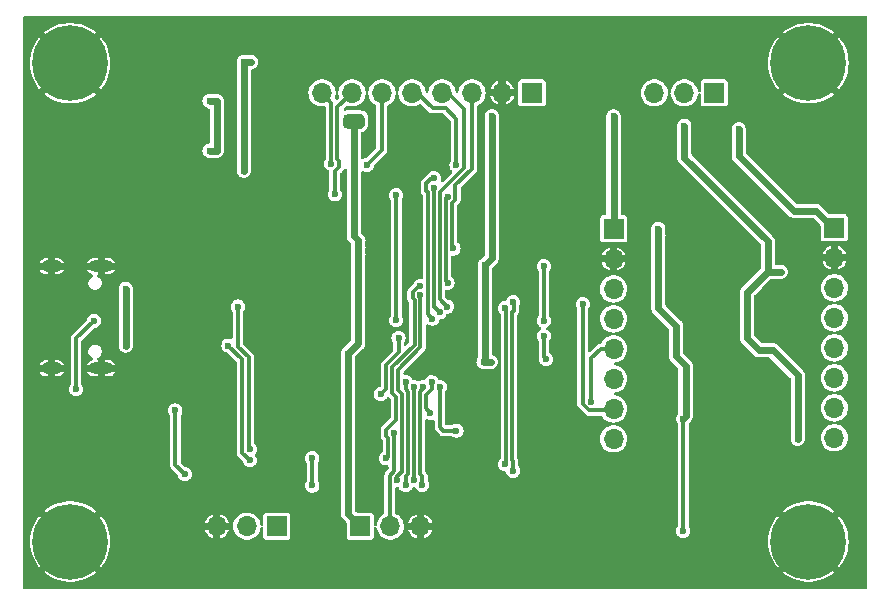
<source format=gbr>
%TF.GenerationSoftware,KiCad,Pcbnew,8.0.4*%
%TF.CreationDate,2024-07-27T17:20:27+08:00*%
%TF.ProjectId,DapLink_STM32F103CBT6,4461704c-696e-46b5-9f53-544d33324631,rev?*%
%TF.SameCoordinates,Original*%
%TF.FileFunction,Copper,L2,Bot*%
%TF.FilePolarity,Positive*%
%FSLAX46Y46*%
G04 Gerber Fmt 4.6, Leading zero omitted, Abs format (unit mm)*
G04 Created by KiCad (PCBNEW 8.0.4) date 2024-07-27 17:20:27*
%MOMM*%
%LPD*%
G01*
G04 APERTURE LIST*
%TA.AperFunction,Conductor*%
%ADD10C,0.001000*%
%TD*%
%TA.AperFunction,ComponentPad*%
%ADD11C,0.800000*%
%TD*%
%TA.AperFunction,ComponentPad*%
%ADD12C,6.400000*%
%TD*%
%TA.AperFunction,ComponentPad*%
%ADD13R,1.700000X1.700000*%
%TD*%
%TA.AperFunction,ComponentPad*%
%ADD14O,1.700000X1.700000*%
%TD*%
%TA.AperFunction,ComponentPad*%
%ADD15O,2.100000X1.000000*%
%TD*%
%TA.AperFunction,ComponentPad*%
%ADD16O,1.800000X1.000000*%
%TD*%
%TA.AperFunction,ViaPad*%
%ADD17C,0.600000*%
%TD*%
%TA.AperFunction,Conductor*%
%ADD18C,0.600000*%
%TD*%
%TA.AperFunction,Conductor*%
%ADD19C,0.300000*%
%TD*%
%TA.AperFunction,Conductor*%
%ADD20C,0.200000*%
%TD*%
G04 APERTURE END LIST*
D10*
%TO.N,+3.3V*%
X65400000Y-73100000D02*
X65400000Y-73700000D01*
X65100000Y-74000000D01*
X63900000Y-74000000D01*
X63600000Y-73700000D01*
X63600000Y-73100000D01*
X63900000Y-72800000D01*
X65100000Y-72800000D01*
X65400000Y-73100000D01*
%TA.AperFunction,Conductor*%
G36*
X65400000Y-73100000D02*
G01*
X65400000Y-73700000D01*
X65100000Y-74000000D01*
X63900000Y-74000000D01*
X63600000Y-73700000D01*
X63600000Y-73100000D01*
X63900000Y-72800000D01*
X65100000Y-72800000D01*
X65400000Y-73100000D01*
G37*
%TD.AperFunction*%
%TD*%
D11*
%TO.P,H1,1,1*%
%TO.N,GND*%
X38100000Y-68500000D03*
X38802944Y-66802944D03*
X38802944Y-70197056D03*
X40500000Y-66100000D03*
D12*
X40500000Y-68500000D03*
D11*
X40500000Y-70900000D03*
X42197056Y-66802944D03*
X42197056Y-70197056D03*
X42900000Y-68500000D03*
%TD*%
D13*
%TO.P,J3,1,Pin_1*%
%TO.N,+3.3V*%
X79600000Y-71000000D03*
D14*
%TO.P,J3,2,Pin_2*%
%TO.N,GND*%
X77060000Y-71000000D03*
%TO.P,J3,3,Pin_3*%
%TO.N,/Mcu/IF_SWCLK*%
X74520000Y-71000000D03*
%TO.P,J3,4,Pin_4*%
%TO.N,/Mcu/IF_SWDIO*%
X71980000Y-71000000D03*
%TO.P,J3,5,Pin_5*%
%TO.N,/Mcu/IF_TXD*%
X69440000Y-71000000D03*
%TO.P,J3,6,Pin_6*%
%TO.N,/Mcu/IF_RXD*%
X66900000Y-71000000D03*
%TO.P,J3,7,Pin_7*%
%TO.N,/Mcu/IF_SWO*%
X64360000Y-71000000D03*
%TO.P,J3,8,Pin_8*%
%TO.N,/Mcu/IF_RESET*%
X61820000Y-71000000D03*
%TD*%
D13*
%TO.P,J2,1,Pin_1*%
%TO.N,+3.3V*%
X58000000Y-107700000D03*
D14*
%TO.P,J2,2,Pin_2*%
%TO.N,/Mcu/BOOT0*%
X55460000Y-107700000D03*
%TO.P,J2,3,Pin_3*%
%TO.N,GND*%
X52920000Y-107700000D03*
%TD*%
D15*
%TO.P,J4,S1,SHIELD*%
%TO.N,GND*%
X43125000Y-85680000D03*
D16*
X38925000Y-85680000D03*
D15*
X43125000Y-94320000D03*
D16*
X38925000Y-94320000D03*
%TD*%
D13*
%TO.P,J1,1,Pin_1*%
%TO.N,+3.3V*%
X65060000Y-107700000D03*
D14*
%TO.P,J1,2,Pin_2*%
%TO.N,/Mcu/BOOT1*%
X67600000Y-107700000D03*
%TO.P,J1,3,Pin_3*%
%TO.N,GND*%
X70140000Y-107700000D03*
%TD*%
D11*
%TO.P,H4,1,1*%
%TO.N,GND*%
X100600000Y-109000000D03*
X101302944Y-107302944D03*
X101302944Y-110697056D03*
X103000000Y-106600000D03*
D12*
X103000000Y-109000000D03*
D11*
X103000000Y-111400000D03*
X104697056Y-107302944D03*
X104697056Y-110697056D03*
X105400000Y-109000000D03*
%TD*%
D13*
%TO.P,J7,1,Pin_1*%
%TO.N,+1.8V_Target*%
X95040000Y-71000000D03*
D14*
%TO.P,J7,2,Pin_2*%
%TO.N,+1.8V*%
X92500000Y-71000000D03*
%TO.P,J7,3,Pin_3*%
%TO.N,+1.8V_LDO*%
X89960000Y-71000000D03*
%TD*%
D11*
%TO.P,H3,1,1*%
%TO.N,GND*%
X100600000Y-68500000D03*
X101302944Y-66802944D03*
X101302944Y-70197056D03*
X103000000Y-66100000D03*
D12*
X103000000Y-68500000D03*
D11*
X103000000Y-70900000D03*
X104697056Y-66802944D03*
X104697056Y-70197056D03*
X105400000Y-68500000D03*
%TD*%
D13*
%TO.P,J6,1,Pin_1*%
%TO.N,+1.8V_Target*%
X105200000Y-82425000D03*
D14*
%TO.P,J6,2,Pin_2*%
%TO.N,GND*%
X105200000Y-84965000D03*
%TO.P,J6,3,Pin_3*%
%TO.N,/DebugAndUart/TARGET_1v8_SWCLK*%
X105200000Y-87505000D03*
%TO.P,J6,4,Pin_4*%
%TO.N,/DebugAndUart/TARGET_1v8_SWDIO*%
X105200000Y-90045000D03*
%TO.P,J6,5,Pin_5*%
%TO.N,/DebugAndUart/TARGET_1v8_TXD*%
X105200000Y-92585000D03*
%TO.P,J6,6,Pin_6*%
%TO.N,/DebugAndUart/TARGET_1v8_RXD*%
X105200000Y-95125000D03*
%TO.P,J6,7,Pin_7*%
%TO.N,/DebugAndUart/TARGET_1v8_SWO*%
X105200000Y-97665000D03*
%TO.P,J6,8,Pin_8*%
%TO.N,/DebugAndUart/TARGET_1v8_RESET*%
X105200000Y-100205000D03*
%TD*%
D13*
%TO.P,J5,1,Pin_1*%
%TO.N,+3.3V*%
X86500000Y-82525000D03*
D14*
%TO.P,J5,2,Pin_2*%
%TO.N,GND*%
X86500000Y-85065000D03*
%TO.P,J5,3,Pin_3*%
%TO.N,/DebugAndUart/TARGET_SWCLK*%
X86500000Y-87605000D03*
%TO.P,J5,4,Pin_4*%
%TO.N,/DebugAndUart/TARGET_SWDIO*%
X86500000Y-90145000D03*
%TO.P,J5,5,Pin_5*%
%TO.N,/DebugAndUart/TARGET_TXD*%
X86500000Y-92685000D03*
%TO.P,J5,6,Pin_6*%
%TO.N,/DebugAndUart/TARGET_RXD*%
X86500000Y-95225000D03*
%TO.P,J5,7,Pin_7*%
%TO.N,/DebugAndUart/TARGET_SWO*%
X86500000Y-97765000D03*
%TO.P,J5,8,Pin_8*%
%TO.N,/DebugAndUart/TARGET_RESET*%
X86500000Y-100305000D03*
%TD*%
D11*
%TO.P,H2,1,1*%
%TO.N,GND*%
X38100000Y-109000000D03*
X38802944Y-107302944D03*
X38802944Y-110697056D03*
X40500000Y-106600000D03*
D12*
X40500000Y-109000000D03*
D11*
X40500000Y-111400000D03*
X42197056Y-107302944D03*
X42197056Y-110697056D03*
X42900000Y-109000000D03*
%TD*%
D17*
%TO.N,GND*%
X70500000Y-74300000D03*
X82700000Y-88700000D03*
X53900000Y-93800000D03*
X79000000Y-89700000D03*
X52300000Y-92800000D03*
X96700000Y-96400000D03*
X57000000Y-90200000D03*
X80400000Y-95100000D03*
X96000000Y-99400000D03*
X52600000Y-76900000D03*
X39100000Y-73300000D03*
X81500000Y-70800000D03*
X65900000Y-82500000D03*
X96600000Y-66700000D03*
X92000000Y-83000000D03*
X89500000Y-105900000D03*
X56300000Y-74400000D03*
X70600000Y-77600000D03*
X71000000Y-91100000D03*
X99500000Y-102000000D03*
X87700000Y-77100000D03*
X59300000Y-86400000D03*
X106400000Y-102800000D03*
X57400000Y-93200000D03*
X72400000Y-91900000D03*
X95300000Y-75600000D03*
X62800000Y-106600000D03*
X68200000Y-72100000D03*
X47900000Y-66700000D03*
X87100000Y-70700000D03*
X54100000Y-72900000D03*
X76800000Y-87600000D03*
X74955555Y-66700000D03*
X54100000Y-75700000D03*
X84000000Y-86800000D03*
X105700000Y-78800000D03*
X80900000Y-84700000D03*
X69500000Y-82400000D03*
X75200000Y-80300000D03*
X79000000Y-95100000D03*
X84000000Y-78800000D03*
X47800000Y-75800000D03*
X61700000Y-82200000D03*
X96700000Y-87200000D03*
X56500000Y-97800000D03*
X85100000Y-77200000D03*
X97900000Y-95300000D03*
X42200000Y-98200000D03*
X65500000Y-97500000D03*
X68000000Y-78100000D03*
X106700000Y-91400000D03*
X48700000Y-88000000D03*
X58722222Y-66700000D03*
X80700000Y-100300000D03*
X84000000Y-82700000D03*
X69500000Y-80700000D03*
X43100000Y-84100000D03*
X89700000Y-80000000D03*
X81400000Y-88700000D03*
X45400000Y-78100000D03*
X97400000Y-83000000D03*
X51700000Y-101900000D03*
X74400000Y-95600000D03*
X101000000Y-88400000D03*
X67200000Y-82500000D03*
X68200000Y-69600000D03*
X46300000Y-70400000D03*
X71000000Y-92700000D03*
X81600000Y-74200000D03*
X75600000Y-72100000D03*
X81100000Y-83000000D03*
X93400000Y-107100000D03*
X90000000Y-73100000D03*
X78700000Y-80900000D03*
X63800000Y-88100000D03*
X39000000Y-76500000D03*
X44700000Y-103600000D03*
X66400000Y-93600000D03*
X52500000Y-83400000D03*
X72700000Y-96600000D03*
X100400000Y-82100000D03*
X98500000Y-84400000D03*
X60700000Y-84500000D03*
X61400000Y-105400000D03*
X73700000Y-81300000D03*
X60700000Y-80500000D03*
X96100000Y-90500000D03*
X47800000Y-110200000D03*
X94500000Y-95300000D03*
X65300000Y-93300000D03*
X100700000Y-84600000D03*
X93400000Y-105900000D03*
X61400000Y-86700000D03*
X65100000Y-104500000D03*
X68900000Y-87400000D03*
X94200000Y-80100000D03*
X45300000Y-74300000D03*
X89000000Y-101200000D03*
X57700000Y-100000000D03*
X102800000Y-88400000D03*
X59200000Y-102900000D03*
X88800000Y-102900000D03*
X54000000Y-104600000D03*
X59300000Y-69500000D03*
X54100000Y-74300000D03*
X37900000Y-103500000D03*
X101300000Y-92400000D03*
X76500000Y-101500000D03*
X97900000Y-79900000D03*
X51112500Y-82750000D03*
X55600000Y-92100000D03*
X39300000Y-91700000D03*
X66400000Y-101100000D03*
X43300000Y-74300000D03*
X68800000Y-90900000D03*
X55800000Y-84500000D03*
X55700000Y-110800000D03*
X57100000Y-86300000D03*
X96700000Y-84900000D03*
X65500000Y-101100000D03*
X86700000Y-110200000D03*
X78800000Y-85800000D03*
X56600000Y-102700000D03*
X65600000Y-81300000D03*
X60800000Y-97400000D03*
X51500000Y-104700000D03*
X77500000Y-78200000D03*
X42000000Y-80887500D03*
X73600000Y-92700000D03*
X55100000Y-87400000D03*
X37900000Y-101400000D03*
X74000000Y-110600000D03*
X63500000Y-81300000D03*
X94500000Y-97700000D03*
X45900000Y-84600000D03*
X58800000Y-84600000D03*
X91300000Y-105900000D03*
X56500000Y-105900000D03*
X100900000Y-97300000D03*
X56500000Y-95900000D03*
X59700000Y-83100000D03*
X75200000Y-79100000D03*
X51400000Y-96500000D03*
X73000000Y-101500000D03*
X79200000Y-99400000D03*
X96100000Y-92100000D03*
X58500000Y-73800000D03*
X66300000Y-95600000D03*
X80100000Y-96500000D03*
X96200000Y-108300000D03*
X49200000Y-72800000D03*
X55200000Y-80300000D03*
X71000000Y-101500000D03*
X87700000Y-74300000D03*
X92100000Y-88000000D03*
X74200000Y-79900000D03*
X77700000Y-79900000D03*
X74300000Y-84200000D03*
X45900000Y-86200000D03*
X74750000Y-101500000D03*
X63200000Y-82500000D03*
X90800000Y-94300000D03*
X84700000Y-88100000D03*
X38900000Y-97200000D03*
X102300000Y-79600000D03*
X88600000Y-83600000D03*
X50500000Y-106200000D03*
X56500000Y-100000000D03*
X89000000Y-99100000D03*
X79700000Y-84400000D03*
X83700000Y-65400000D03*
X46700000Y-77600000D03*
X55600000Y-89800000D03*
X44800000Y-101300000D03*
X50700000Y-89900000D03*
X92100000Y-84500000D03*
X94600000Y-83000000D03*
X59300000Y-70700000D03*
X87700000Y-79900000D03*
X47800000Y-96100000D03*
X39000000Y-80900000D03*
X47800000Y-91900000D03*
X60800000Y-92300000D03*
X53300000Y-80700000D03*
X57450000Y-82862500D03*
X49000000Y-80300000D03*
X81600000Y-77200000D03*
X75200000Y-99400000D03*
X46600000Y-72800000D03*
X59200000Y-105100000D03*
X82700000Y-110200000D03*
X100000000Y-99500000D03*
X60400000Y-106600000D03*
X73600000Y-91100000D03*
X93600000Y-100600000D03*
X49500000Y-94600000D03*
X89000000Y-97500000D03*
X56500000Y-93800000D03*
X51100000Y-98700000D03*
X85100000Y-79900000D03*
X53200000Y-87300000D03*
X77100000Y-76225000D03*
X64133333Y-66700000D03*
X58900000Y-78000000D03*
X91188888Y-66700000D03*
X66700000Y-106200000D03*
X72800000Y-95600000D03*
X76500000Y-99400000D03*
X60500000Y-75100000D03*
X73300000Y-88300000D03*
X59500000Y-93800000D03*
X60600000Y-101000000D03*
X69544444Y-66700000D03*
X50800000Y-93800000D03*
X42400000Y-95800000D03*
X85777777Y-66700000D03*
X94900000Y-110200000D03*
X46400000Y-91100000D03*
X68400000Y-105200000D03*
X42000000Y-78000000D03*
X90400000Y-110200000D03*
X60900000Y-95600000D03*
X69500000Y-76225000D03*
X62800000Y-93500000D03*
X63100000Y-101100000D03*
X83400000Y-100300000D03*
X79100000Y-102700000D03*
X65100000Y-106000000D03*
X49500000Y-93100000D03*
X85100000Y-74200000D03*
X77900000Y-83100000D03*
X94900000Y-77200000D03*
X65600000Y-72100000D03*
X71700000Y-105600000D03*
X49600000Y-84450000D03*
X79200000Y-96500000D03*
X49700000Y-77200000D03*
X83400000Y-102300000D03*
X88600000Y-94500000D03*
X97500000Y-100900000D03*
X46900000Y-79800000D03*
X43200000Y-102700000D03*
X53800000Y-101900000D03*
X88600000Y-85100000D03*
X103600000Y-94800000D03*
X81700000Y-87100000D03*
X90700000Y-77200000D03*
X41600000Y-89600000D03*
X58900000Y-76700000D03*
X52900000Y-84800000D03*
X65500000Y-100212500D03*
X53311111Y-66700000D03*
X77400000Y-110700000D03*
X80100000Y-74200000D03*
X79600000Y-78800000D03*
X60900000Y-76900000D03*
X52600000Y-78400000D03*
X52900000Y-70200000D03*
X74800000Y-83100000D03*
X52900000Y-68600000D03*
X63900000Y-90600000D03*
X84700000Y-70700000D03*
X45000000Y-106200000D03*
X74400000Y-96600000D03*
X78800000Y-87600000D03*
X51900000Y-72900000D03*
X50700000Y-87300000D03*
X96200000Y-77200000D03*
X66300000Y-98400000D03*
X67200000Y-81300000D03*
X38900000Y-99100000D03*
X62700000Y-110800000D03*
X47600000Y-99300000D03*
X46000000Y-95800000D03*
X56300000Y-75600000D03*
X99500000Y-104300000D03*
X100500000Y-95300000D03*
X84000000Y-85000000D03*
X88700000Y-87100000D03*
X96100000Y-88900000D03*
X78000000Y-74000000D03*
X46400000Y-74000000D03*
X66400000Y-100200000D03*
X62600000Y-89600000D03*
X71000000Y-110700000D03*
X59100000Y-75300000D03*
X79700000Y-88600000D03*
X91500000Y-96700000D03*
X67100000Y-97500000D03*
X39300000Y-87600000D03*
X46700000Y-82200000D03*
X73800000Y-107300000D03*
X77000000Y-86100000D03*
X101700000Y-74500000D03*
X96700000Y-94100000D03*
X46200000Y-101300000D03*
X50700000Y-91800000D03*
X69500000Y-84100000D03*
X47750000Y-106200000D03*
X86500000Y-102300000D03*
X45100000Y-93700000D03*
X66700000Y-104500000D03*
X80700000Y-102300000D03*
X80366666Y-66700000D03*
X90400000Y-107100000D03*
X46300000Y-103600000D03*
X62900000Y-104700000D03*
X65300000Y-95600000D03*
X98300000Y-75800000D03*
X45300000Y-73200000D03*
X98100000Y-97900000D03*
X95400000Y-104200000D03*
X51100000Y-100200000D03*
X105700000Y-74500000D03*
X79100000Y-101150000D03*
%TO.N,/UsbAndPower/USB_VBUS*%
X45200000Y-92400000D03*
X45200000Y-87600000D03*
%TO.N,+3.3V*%
X90300000Y-82525000D03*
X92400000Y-98600000D03*
X65100000Y-73700000D03*
X52300000Y-75900000D03*
X64500000Y-73700000D03*
X91800000Y-90750000D03*
X64500000Y-73100000D03*
X52900000Y-75900000D03*
X76200000Y-73000000D03*
X76100000Y-93800000D03*
X64900000Y-83500000D03*
X65100000Y-73100000D03*
X63900000Y-73100000D03*
X75600000Y-85600000D03*
X92400000Y-108100000D03*
X50200000Y-103300000D03*
X92600000Y-94900000D03*
X64900000Y-84700000D03*
X52300000Y-71700000D03*
X63900000Y-73700000D03*
X92600000Y-95500000D03*
X52900000Y-71700000D03*
X75500000Y-93800000D03*
X86500000Y-74200000D03*
X86500000Y-73600000D03*
X92600000Y-94300000D03*
X64900000Y-84100000D03*
X64000000Y-93700000D03*
X86500000Y-73000000D03*
X49400000Y-97900000D03*
X64000000Y-93100000D03*
X90300000Y-83100000D03*
%TO.N,+1.8V*%
X100000000Y-92800000D03*
X100650000Y-86150000D03*
X102100000Y-100300000D03*
X92500000Y-74400000D03*
X92500000Y-73800000D03*
%TO.N,/Mcu/IF_RESET*%
X68100000Y-90250000D03*
X62600000Y-77025000D03*
X68100000Y-79675000D03*
%TO.N,/UsbAndPower/USB_D+*%
X42500000Y-90300000D03*
X41000000Y-96100000D03*
%TO.N,+1.8V_LDO*%
X55200000Y-77000000D03*
X55200000Y-68400000D03*
X55200000Y-77600000D03*
X55800000Y-68400000D03*
%TO.N,/UsbAndPower/USB_CONNECT*%
X70150000Y-88150000D03*
X68196993Y-103800000D03*
%TO.N,/DebugAndUart/TARGET_TXD*%
X84624265Y-97175735D03*
%TO.N,/Mcu/IF_RXD*%
X71300000Y-79025000D03*
X71775499Y-89600000D03*
X65600000Y-77125000D03*
%TO.N,+1.8V_Target*%
X97100000Y-74700000D03*
X97100000Y-74100000D03*
%TO.N,/Mcu/BOOT1*%
X67900000Y-99800000D03*
%TO.N,/Mcu/IF_SWDIO*%
X72400000Y-89100000D03*
%TO.N,/Mcu/LED_nHID*%
X68900000Y-95500000D03*
X68900000Y-104212149D03*
%TO.N,/Mcu/LED_nCDC*%
X69600000Y-95900000D03*
X69600000Y-103800000D03*
%TO.N,/Mcu/LED_nMSC*%
X70300000Y-104200000D03*
X70400000Y-95900000D03*
%TO.N,/Mcu/IF_SWCLK*%
X72950000Y-84184620D03*
%TO.N,/Mcu/LED_RUNNING*%
X80600000Y-90300000D03*
X80600000Y-85700000D03*
%TO.N,Net-(U1-BOOT0)*%
X67250000Y-101950000D03*
X61000000Y-101950000D03*
X70150000Y-87350000D03*
X61000000Y-104250000D03*
%TO.N,Net-(U1-PB0)*%
X71000000Y-98100000D03*
X71100000Y-95500000D03*
%TO.N,Net-(U1-PB2)*%
X73200000Y-99600000D03*
X71800000Y-95900000D03*
%TO.N,Net-(U1-PB14)*%
X80800000Y-93550000D03*
X80600000Y-91600000D03*
%TO.N,/Mcu/IF_SWO*%
X72450000Y-87074999D03*
X62900000Y-79600000D03*
X72450000Y-79800000D03*
%TO.N,/Mcu/IF_TXD*%
X71163302Y-90114994D03*
X73200000Y-77125000D03*
X71300000Y-78225000D03*
%TO.N,/DebugAndUart/TARGET_SWO*%
X83900000Y-88900000D03*
%TO.N,Net-(U1-PA11)*%
X77300000Y-89250000D03*
X54700000Y-89110000D03*
X55700000Y-101200000D03*
X77314004Y-102450000D03*
%TO.N,Net-(U1-PA12)*%
X78000000Y-88750000D03*
X78000000Y-103000000D03*
X55700000Y-102100000D03*
X53900000Y-92400000D03*
%TO.N,Net-(U1-PA0)*%
X66800000Y-96500000D03*
X68300000Y-91750000D03*
%TD*%
D18*
%TO.N,/UsbAndPower/USB_VBUS*%
X45200000Y-87600000D02*
X45200000Y-92400000D01*
%TO.N,+3.3V*%
X64900000Y-92200000D02*
X64000000Y-93100000D01*
X86500000Y-73000000D02*
X86500000Y-82525000D01*
X64900000Y-83500000D02*
X64500000Y-83100000D01*
D19*
X49400000Y-102500000D02*
X50200000Y-103300000D01*
D18*
X90300000Y-89250000D02*
X90300000Y-82525000D01*
X64500000Y-83100000D02*
X64500000Y-73100000D01*
X91800000Y-90750000D02*
X91800000Y-93300000D01*
X52300000Y-71700000D02*
X52900000Y-71700000D01*
X75600000Y-85600000D02*
X75600000Y-93700000D01*
X52300000Y-75900000D02*
X52900000Y-75900000D01*
D19*
X92400000Y-98600000D02*
X92400000Y-108100000D01*
D18*
X76200000Y-73000000D02*
X76200000Y-85000000D01*
X64000000Y-106640000D02*
X64000000Y-93700000D01*
X75600000Y-93700000D02*
X75500000Y-93800000D01*
X91800000Y-90750000D02*
X90300000Y-89250000D01*
X92400000Y-98600000D02*
X92600000Y-98400000D01*
D19*
X49400000Y-97900000D02*
X49400000Y-102500000D01*
D18*
X64900000Y-84700000D02*
X64900000Y-92200000D01*
X92600000Y-94100000D02*
X92600000Y-94300000D01*
X64900000Y-84700000D02*
X64900000Y-83500000D01*
X92600000Y-94300000D02*
X92600000Y-94900000D01*
X64000000Y-93100000D02*
X64000000Y-93700000D01*
X65060000Y-107700000D02*
X64000000Y-106640000D01*
X76200000Y-85000000D02*
X75600000Y-85600000D01*
X92600000Y-98400000D02*
X92600000Y-94900000D01*
X52900000Y-75900000D02*
X52900000Y-71700000D01*
X75500000Y-93800000D02*
X76100000Y-93800000D01*
D19*
X90400000Y-82625000D02*
X90300000Y-82525000D01*
D18*
X91800000Y-93300000D02*
X92600000Y-94100000D01*
%TO.N,+1.8V*%
X100650000Y-86150000D02*
X99550000Y-86150000D01*
X97800000Y-91800000D02*
X97800000Y-87900000D01*
X99550000Y-86150000D02*
X99550000Y-83550000D01*
X102100000Y-100300000D02*
X102100000Y-94900000D01*
X92500000Y-76500000D02*
X92500000Y-73800000D01*
X102100000Y-94900000D02*
X100000000Y-92800000D01*
X98800000Y-92800000D02*
X97800000Y-91800000D01*
X99550000Y-83550000D02*
X92500000Y-76500000D01*
X97800000Y-87900000D02*
X99550000Y-86150000D01*
X92500000Y-74400000D02*
X92500000Y-73800000D01*
X100000000Y-92800000D02*
X98800000Y-92800000D01*
D19*
%TO.N,/Mcu/IF_RESET*%
X62600000Y-77025000D02*
X62600000Y-71845000D01*
X62600000Y-71845000D02*
X61780000Y-71025000D01*
X68100000Y-79675000D02*
X68100000Y-90250000D01*
%TO.N,/UsbAndPower/USB_D+*%
X41000000Y-96100000D02*
X41000000Y-91800000D01*
X41000000Y-91800000D02*
X42500000Y-90300000D01*
D18*
%TO.N,+1.8V_LDO*%
X55200000Y-77600000D02*
X55200000Y-68400000D01*
X55200000Y-68400000D02*
X55800000Y-68400000D01*
D19*
%TO.N,/UsbAndPower/USB_CONNECT*%
X68250000Y-96176346D02*
X68250000Y-94450000D01*
X68599997Y-96526343D02*
X68250000Y-96176346D01*
X68250000Y-94450000D02*
X70150000Y-92550000D01*
X68196993Y-103800000D02*
X68196993Y-103476661D01*
X70150000Y-92550000D02*
X70150000Y-88150000D01*
X68196993Y-103476661D02*
X68599997Y-103073657D01*
X68599997Y-103073657D02*
X68599997Y-96526343D01*
%TO.N,/DebugAndUart/TARGET_TXD*%
X84624265Y-97175735D02*
X84624265Y-93475735D01*
X85415000Y-92685000D02*
X86500000Y-92685000D01*
X84624265Y-93475735D02*
X85415000Y-92685000D01*
%TO.N,/Mcu/IF_RXD*%
X71300000Y-89124501D02*
X71300000Y-79025000D01*
X66860000Y-71025000D02*
X66860000Y-75865000D01*
X66860000Y-75865000D02*
X65600000Y-77125000D01*
X71775499Y-89600000D02*
X71300000Y-89124501D01*
D18*
%TO.N,+1.8V_Target*%
X103650000Y-81000000D02*
X105075000Y-82425000D01*
X97100000Y-74100000D02*
X97100000Y-76350000D01*
X97100000Y-76350000D02*
X101750000Y-81000000D01*
X101750000Y-81000000D02*
X103650000Y-81000000D01*
X105075000Y-82425000D02*
X105200000Y-82425000D01*
D19*
%TO.N,/Mcu/BOOT1*%
X67546993Y-103419554D02*
X67546993Y-107646993D01*
X67900000Y-103066547D02*
X67546993Y-103419554D01*
X67900000Y-99800000D02*
X67900000Y-100150003D01*
X67546993Y-107286993D02*
X67960000Y-107700000D01*
X67546993Y-107646993D02*
X67600000Y-107700000D01*
X67900000Y-99800000D02*
X67900000Y-103066547D01*
%TO.N,/Mcu/IF_SWDIO*%
X71800000Y-88500000D02*
X71800000Y-79444239D01*
X73850000Y-72350000D02*
X72525000Y-71025000D01*
X72525000Y-71025000D02*
X71940000Y-71025000D01*
X71800000Y-79444239D02*
X73850000Y-77394239D01*
X72400000Y-89100000D02*
X71800000Y-88500000D01*
X73850000Y-77394239D02*
X73850000Y-72350000D01*
%TO.N,/Mcu/LED_nHID*%
X69099997Y-96319236D02*
X68900000Y-96119239D01*
X69099997Y-103280764D02*
X69099997Y-96319236D01*
X68900000Y-96119239D02*
X68900000Y-95500000D01*
X68950000Y-104162149D02*
X68950000Y-103430761D01*
X68900000Y-104212149D02*
X68950000Y-104162149D01*
X68950000Y-103430761D02*
X69099997Y-103280764D01*
%TO.N,/Mcu/LED_nCDC*%
X69599997Y-103799997D02*
X69599997Y-95900000D01*
%TO.N,/Mcu/LED_nMSC*%
X70400000Y-95900000D02*
X70400000Y-96019236D01*
X70099997Y-103280758D02*
X70300000Y-103480761D01*
X70099997Y-96319239D02*
X70099997Y-103280758D01*
X70400000Y-96019236D02*
X70099997Y-96319239D01*
X70300000Y-103480761D02*
X70300000Y-104200000D01*
%TO.N,/Mcu/IF_SWCLK*%
X74480000Y-77471345D02*
X74480000Y-71025000D01*
X73100000Y-78851345D02*
X74480000Y-77471345D01*
X73100000Y-80069239D02*
X73100000Y-78851345D01*
X72950000Y-84184620D02*
X72800000Y-84034620D01*
X72800000Y-80369239D02*
X73100000Y-80069239D01*
X72800000Y-84034620D02*
X72800000Y-80369239D01*
%TO.N,/Mcu/LED_RUNNING*%
X80600000Y-85700000D02*
X80600000Y-90300000D01*
%TO.N,Net-(U1-BOOT0)*%
X67250000Y-101950000D02*
X67400000Y-101800000D01*
X68099997Y-98680764D02*
X68099997Y-96733449D01*
X67400000Y-101800000D02*
X67400000Y-100219239D01*
X67250000Y-99530761D02*
X68099997Y-98680764D01*
X69500000Y-88419239D02*
X69500000Y-87880761D01*
X69650000Y-92342894D02*
X69650000Y-88569239D01*
X69650000Y-88569239D02*
X69500000Y-88419239D01*
X70030761Y-87350000D02*
X70150000Y-87350000D01*
X69500000Y-87880761D02*
X70030761Y-87350000D01*
X67750000Y-96383452D02*
X67750000Y-94242894D01*
X67750000Y-94242894D02*
X69650000Y-92342894D01*
X67250000Y-100069239D02*
X67250000Y-99530761D01*
X67400000Y-100219239D02*
X67250000Y-100069239D01*
X68099997Y-96733449D02*
X67750000Y-96383452D01*
X61000000Y-101950000D02*
X61000000Y-104250000D01*
%TO.N,Net-(U1-PB0)*%
X70600000Y-97700000D02*
X71000000Y-98100000D01*
X70600000Y-96619239D02*
X70600000Y-97700000D01*
X71100000Y-95500000D02*
X71100000Y-96119239D01*
X71100000Y-96119239D02*
X70600000Y-96619239D01*
%TO.N,Net-(U1-PB2)*%
X72100000Y-99600000D02*
X71800000Y-99300000D01*
X71800000Y-99300000D02*
X71800000Y-95900000D01*
X73200000Y-99600000D02*
X72100000Y-99600000D01*
%TO.N,Net-(U1-PB14)*%
X80600000Y-91600000D02*
X80600000Y-93350000D01*
X80600000Y-93350000D02*
X80800000Y-93550000D01*
%TO.N,/Mcu/IF_SWO*%
X62900000Y-77644239D02*
X62900000Y-79600000D01*
X72300000Y-86924999D02*
X72300000Y-79950000D01*
X63100000Y-72245000D02*
X63100000Y-76605761D01*
X64320000Y-71025000D02*
X63100000Y-72245000D01*
X72300000Y-79950000D02*
X72450000Y-79800000D01*
X63250000Y-76755761D02*
X63250000Y-77294239D01*
X72450000Y-87074999D02*
X72300000Y-86924999D01*
X63100000Y-76605761D02*
X63250000Y-76755761D01*
X63250000Y-77294239D02*
X62900000Y-77644239D01*
%TO.N,/Mcu/IF_TXD*%
X70650000Y-79294239D02*
X70650000Y-78675000D01*
X69900000Y-71025000D02*
X69400000Y-71025000D01*
X70800000Y-79444239D02*
X70650000Y-79294239D01*
X73200000Y-73200000D02*
X72300000Y-72300000D01*
X69900000Y-70525000D02*
X69400000Y-70525000D01*
X71163302Y-90114994D02*
X70800000Y-89751692D01*
X72300000Y-72300000D02*
X71175000Y-72300000D01*
X71175000Y-72300000D02*
X69900000Y-71025000D01*
X71163302Y-90133822D02*
X71163302Y-90114994D01*
X71100000Y-78225000D02*
X71300000Y-78225000D01*
X71098562Y-90198562D02*
X71163302Y-90133822D01*
X73200000Y-77125000D02*
X73200000Y-73200000D01*
X70800000Y-89751692D02*
X70800000Y-79444239D01*
X70650000Y-78675000D02*
X71100000Y-78225000D01*
%TO.N,/DebugAndUart/TARGET_SWO*%
X84429291Y-97900000D02*
X86365000Y-97900000D01*
X86365000Y-97900000D02*
X86500000Y-97765000D01*
X83900000Y-88900000D02*
X83900000Y-97370709D01*
X83900000Y-97370709D02*
X84429291Y-97900000D01*
%TO.N,Net-(U1-PA11)*%
X54700003Y-92492897D02*
X54700003Y-89110003D01*
X77400000Y-89385774D02*
X77300000Y-89285774D01*
X77314004Y-102450000D02*
X77400000Y-102364004D01*
X55600000Y-93392894D02*
X54700003Y-92492897D01*
X77400000Y-102364004D02*
X77400000Y-89385774D01*
X55700000Y-101200000D02*
X55600000Y-101100000D01*
D20*
X54700003Y-89110003D02*
X54700000Y-89110000D01*
D19*
X55600000Y-101100000D02*
X55600000Y-93392894D01*
%TO.N,Net-(U1-PA12)*%
X55050000Y-101469239D02*
X55050000Y-93550000D01*
X77900000Y-89569239D02*
X78031481Y-89437758D01*
X55680761Y-102100000D02*
X55050000Y-101469239D01*
D20*
X78031481Y-88828519D02*
X78050000Y-88810000D01*
D19*
X78000000Y-103000000D02*
X78000000Y-102216757D01*
X78000000Y-102216757D02*
X77900000Y-102116757D01*
X55050000Y-93550000D02*
X53900000Y-92400000D01*
X78031481Y-89437758D02*
X78031481Y-88828519D01*
X55700000Y-102100000D02*
X55680761Y-102100000D01*
X77900000Y-102116757D02*
X77900000Y-89569239D01*
%TO.N,Net-(U1-PA0)*%
X67250000Y-96050000D02*
X67250000Y-94035788D01*
X67250000Y-94035788D02*
X68300000Y-92985788D01*
X66800000Y-96500000D02*
X67250000Y-96050000D01*
X66800000Y-96512500D02*
X66800000Y-96500000D01*
X68300000Y-92985788D02*
X68300000Y-91750000D01*
%TD*%
%TA.AperFunction,Conductor*%
%TO.N,GND*%
G36*
X107942539Y-64520185D02*
G01*
X107988294Y-64572989D01*
X107999500Y-64624500D01*
X107999500Y-112875500D01*
X107979815Y-112942539D01*
X107927011Y-112988294D01*
X107875500Y-112999500D01*
X36624500Y-112999500D01*
X36557461Y-112979815D01*
X36511706Y-112927011D01*
X36500500Y-112875500D01*
X36500500Y-108999997D01*
X37095006Y-108999997D01*
X37095006Y-109000002D01*
X37114966Y-109368142D01*
X37114967Y-109368159D01*
X37174610Y-109731960D01*
X37174616Y-109731986D01*
X37273243Y-110087209D01*
X37273245Y-110087216D01*
X37409706Y-110429710D01*
X37409715Y-110429728D01*
X37582406Y-110755458D01*
X37789307Y-111060613D01*
X37789314Y-111060623D01*
X37893019Y-111182714D01*
X37893020Y-111182715D01*
X39175992Y-109899743D01*
X39279588Y-110042330D01*
X39457670Y-110220412D01*
X39600256Y-110324007D01*
X38314659Y-111609603D01*
X38314659Y-111609604D01*
X38589158Y-111818274D01*
X38589175Y-111818286D01*
X38905067Y-112008350D01*
X38905080Y-112008357D01*
X39239671Y-112163155D01*
X39589068Y-112280882D01*
X39949134Y-112360138D01*
X40315655Y-112399999D01*
X40315663Y-112400000D01*
X40684337Y-112400000D01*
X40684344Y-112399999D01*
X41050865Y-112360138D01*
X41410931Y-112280882D01*
X41760328Y-112163155D01*
X42094919Y-112008357D01*
X42094923Y-112008355D01*
X42410842Y-111818273D01*
X42685340Y-111609604D01*
X41399743Y-110324007D01*
X41542330Y-110220412D01*
X41720412Y-110042330D01*
X41824007Y-109899743D01*
X43106978Y-111182715D01*
X43106979Y-111182714D01*
X43210692Y-111060614D01*
X43417593Y-110755458D01*
X43590284Y-110429728D01*
X43590293Y-110429710D01*
X43726754Y-110087216D01*
X43726756Y-110087209D01*
X43825383Y-109731986D01*
X43825389Y-109731960D01*
X43885032Y-109368159D01*
X43885033Y-109368142D01*
X43904994Y-109000002D01*
X43904994Y-108999997D01*
X99595006Y-108999997D01*
X99595006Y-109000002D01*
X99614966Y-109368142D01*
X99614967Y-109368159D01*
X99674610Y-109731960D01*
X99674616Y-109731986D01*
X99773243Y-110087209D01*
X99773245Y-110087216D01*
X99909706Y-110429710D01*
X99909715Y-110429728D01*
X100082406Y-110755458D01*
X100289307Y-111060613D01*
X100289314Y-111060623D01*
X100393019Y-111182714D01*
X100393020Y-111182715D01*
X101675992Y-109899743D01*
X101779588Y-110042330D01*
X101957670Y-110220412D01*
X102100256Y-110324007D01*
X100814659Y-111609603D01*
X100814659Y-111609604D01*
X101089158Y-111818274D01*
X101089175Y-111818286D01*
X101405067Y-112008350D01*
X101405080Y-112008357D01*
X101739671Y-112163155D01*
X102089068Y-112280882D01*
X102449134Y-112360138D01*
X102815655Y-112399999D01*
X102815663Y-112400000D01*
X103184337Y-112400000D01*
X103184344Y-112399999D01*
X103550865Y-112360138D01*
X103910931Y-112280882D01*
X104260328Y-112163155D01*
X104594919Y-112008357D01*
X104594923Y-112008355D01*
X104910842Y-111818273D01*
X105185340Y-111609604D01*
X103899743Y-110324007D01*
X104042330Y-110220412D01*
X104220412Y-110042330D01*
X104324007Y-109899743D01*
X105606978Y-111182715D01*
X105606979Y-111182714D01*
X105710692Y-111060614D01*
X105917593Y-110755458D01*
X106090284Y-110429728D01*
X106090293Y-110429710D01*
X106226754Y-110087216D01*
X106226756Y-110087209D01*
X106325383Y-109731986D01*
X106325389Y-109731960D01*
X106385032Y-109368159D01*
X106385033Y-109368142D01*
X106404994Y-109000002D01*
X106404994Y-108999997D01*
X106385033Y-108631857D01*
X106385032Y-108631840D01*
X106325389Y-108268039D01*
X106325383Y-108268013D01*
X106226756Y-107912790D01*
X106226754Y-107912783D01*
X106090293Y-107570289D01*
X106090284Y-107570271D01*
X105917593Y-107244541D01*
X105710692Y-106939386D01*
X105710685Y-106939376D01*
X105606979Y-106817284D01*
X105606978Y-106817283D01*
X104324006Y-108100255D01*
X104220412Y-107957670D01*
X104042330Y-107779588D01*
X103899743Y-107675992D01*
X105185339Y-106390395D01*
X105185339Y-106390394D01*
X104910841Y-106181725D01*
X104910824Y-106181713D01*
X104594932Y-105991649D01*
X104594919Y-105991642D01*
X104260328Y-105836844D01*
X103910931Y-105719117D01*
X103550865Y-105639861D01*
X103184344Y-105600000D01*
X102815655Y-105600000D01*
X102449134Y-105639861D01*
X102089068Y-105719117D01*
X101739671Y-105836844D01*
X101405080Y-105991642D01*
X101405067Y-105991649D01*
X101089181Y-106181710D01*
X101089165Y-106181721D01*
X100814659Y-106390394D01*
X100814659Y-106390395D01*
X102100256Y-107675992D01*
X101957670Y-107779588D01*
X101779588Y-107957670D01*
X101675993Y-108100256D01*
X100393020Y-106817283D01*
X100393019Y-106817283D01*
X100289306Y-106939386D01*
X100082406Y-107244541D01*
X99909715Y-107570271D01*
X99909706Y-107570289D01*
X99773245Y-107912783D01*
X99773243Y-107912790D01*
X99674616Y-108268013D01*
X99674610Y-108268039D01*
X99614967Y-108631840D01*
X99614966Y-108631857D01*
X99595006Y-108999997D01*
X43904994Y-108999997D01*
X43885033Y-108631857D01*
X43885032Y-108631840D01*
X43825389Y-108268039D01*
X43825383Y-108268013D01*
X43726756Y-107912790D01*
X43726754Y-107912783D01*
X43590293Y-107570289D01*
X43590284Y-107570271D01*
X43500012Y-107399999D01*
X51913756Y-107399999D01*
X51913757Y-107400000D01*
X52515856Y-107400000D01*
X52454075Y-107507007D01*
X52420000Y-107634174D01*
X52420000Y-107765826D01*
X52454075Y-107892993D01*
X52515856Y-108000000D01*
X51913757Y-108000000D01*
X51945234Y-108103768D01*
X52042728Y-108286166D01*
X52042732Y-108286173D01*
X52173944Y-108446055D01*
X52333826Y-108577267D01*
X52333833Y-108577271D01*
X52516237Y-108674767D01*
X52516241Y-108674769D01*
X52620000Y-108706243D01*
X52620000Y-108104144D01*
X52727007Y-108165925D01*
X52854174Y-108200000D01*
X52985826Y-108200000D01*
X53112993Y-108165925D01*
X53220000Y-108104144D01*
X53220000Y-108706242D01*
X53323758Y-108674769D01*
X53323762Y-108674767D01*
X53506166Y-108577271D01*
X53506173Y-108577267D01*
X53666055Y-108446055D01*
X53797267Y-108286173D01*
X53797271Y-108286166D01*
X53894765Y-108103768D01*
X53926243Y-108000000D01*
X53324144Y-108000000D01*
X53385925Y-107892993D01*
X53420000Y-107765826D01*
X53420000Y-107700000D01*
X54304571Y-107700000D01*
X54324244Y-107912310D01*
X54378719Y-108103768D01*
X54382596Y-108117392D01*
X54382596Y-108117394D01*
X54477632Y-108308253D01*
X54606127Y-108478406D01*
X54606128Y-108478407D01*
X54763698Y-108622052D01*
X54944981Y-108734298D01*
X55143802Y-108811321D01*
X55353390Y-108850500D01*
X55353392Y-108850500D01*
X55566608Y-108850500D01*
X55566610Y-108850500D01*
X55776198Y-108811321D01*
X55975019Y-108734298D01*
X56156302Y-108622052D01*
X56313872Y-108478407D01*
X56442366Y-108308255D01*
X56496270Y-108200000D01*
X56537403Y-108117394D01*
X56537403Y-108117393D01*
X56537405Y-108117389D01*
X56595756Y-107912310D01*
X56602029Y-107844605D01*
X56627814Y-107779669D01*
X56684614Y-107738981D01*
X56754395Y-107735461D01*
X56815002Y-107770225D01*
X56847193Y-107832238D01*
X56849500Y-107856047D01*
X56849500Y-108594856D01*
X56849502Y-108594882D01*
X56852413Y-108619987D01*
X56852415Y-108619991D01*
X56897793Y-108722764D01*
X56897794Y-108722765D01*
X56977235Y-108802206D01*
X57080009Y-108847585D01*
X57105135Y-108850500D01*
X58894864Y-108850499D01*
X58894879Y-108850497D01*
X58894882Y-108850497D01*
X58919987Y-108847586D01*
X58919988Y-108847585D01*
X58919991Y-108847585D01*
X59022765Y-108802206D01*
X59102206Y-108722765D01*
X59147585Y-108619991D01*
X59150500Y-108594865D01*
X59150499Y-106805136D01*
X59150497Y-106805117D01*
X59147586Y-106780012D01*
X59147585Y-106780010D01*
X59147585Y-106780009D01*
X59102206Y-106677235D01*
X59022765Y-106597794D01*
X59022763Y-106597793D01*
X58919992Y-106552415D01*
X58894865Y-106549500D01*
X57105143Y-106549500D01*
X57105117Y-106549502D01*
X57080012Y-106552413D01*
X57080008Y-106552415D01*
X56977235Y-106597793D01*
X56897794Y-106677234D01*
X56852415Y-106780006D01*
X56852415Y-106780008D01*
X56849500Y-106805131D01*
X56849500Y-107543951D01*
X56829815Y-107610990D01*
X56777011Y-107656745D01*
X56707853Y-107666689D01*
X56644297Y-107637664D01*
X56606523Y-107578886D01*
X56602029Y-107555391D01*
X56595756Y-107487689D01*
X56577560Y-107423739D01*
X56537405Y-107282611D01*
X56537403Y-107282606D01*
X56537403Y-107282605D01*
X56442367Y-107091746D01*
X56313872Y-106921593D01*
X56313871Y-106921592D01*
X56156302Y-106777948D01*
X55975019Y-106665702D01*
X55975017Y-106665701D01*
X55875608Y-106627190D01*
X55776198Y-106588679D01*
X55566610Y-106549500D01*
X55353390Y-106549500D01*
X55143802Y-106588679D01*
X55143799Y-106588679D01*
X55143799Y-106588680D01*
X54944982Y-106665701D01*
X54944980Y-106665702D01*
X54763699Y-106777947D01*
X54606127Y-106921593D01*
X54477632Y-107091746D01*
X54382596Y-107282605D01*
X54382596Y-107282607D01*
X54324244Y-107487689D01*
X54310671Y-107634174D01*
X54304571Y-107700000D01*
X53420000Y-107700000D01*
X53420000Y-107634174D01*
X53385925Y-107507007D01*
X53324144Y-107400000D01*
X53926243Y-107400000D01*
X53926243Y-107399999D01*
X53894765Y-107296231D01*
X53797271Y-107113833D01*
X53797267Y-107113826D01*
X53666055Y-106953944D01*
X53506173Y-106822732D01*
X53506166Y-106822728D01*
X53323768Y-106725234D01*
X53220000Y-106693756D01*
X53220000Y-107295855D01*
X53112993Y-107234075D01*
X52985826Y-107200000D01*
X52854174Y-107200000D01*
X52727007Y-107234075D01*
X52620000Y-107295855D01*
X52620000Y-106693756D01*
X52619999Y-106693756D01*
X52516231Y-106725234D01*
X52333833Y-106822728D01*
X52333826Y-106822732D01*
X52173944Y-106953944D01*
X52042732Y-107113826D01*
X52042728Y-107113833D01*
X51945234Y-107296231D01*
X51913756Y-107399999D01*
X43500012Y-107399999D01*
X43417593Y-107244541D01*
X43210692Y-106939386D01*
X43210685Y-106939376D01*
X43106979Y-106817284D01*
X43106978Y-106817283D01*
X41824006Y-108100255D01*
X41720412Y-107957670D01*
X41542330Y-107779588D01*
X41399743Y-107675992D01*
X42685339Y-106390395D01*
X42685339Y-106390394D01*
X42410841Y-106181725D01*
X42410824Y-106181713D01*
X42094932Y-105991649D01*
X42094919Y-105991642D01*
X41760328Y-105836844D01*
X41410931Y-105719117D01*
X41050865Y-105639861D01*
X40684344Y-105600000D01*
X40315655Y-105600000D01*
X39949134Y-105639861D01*
X39589068Y-105719117D01*
X39239671Y-105836844D01*
X38905080Y-105991642D01*
X38905067Y-105991649D01*
X38589181Y-106181710D01*
X38589165Y-106181721D01*
X38314659Y-106390394D01*
X38314659Y-106390395D01*
X39600256Y-107675992D01*
X39457670Y-107779588D01*
X39279588Y-107957670D01*
X39175993Y-108100256D01*
X37893020Y-106817283D01*
X37893019Y-106817283D01*
X37789306Y-106939386D01*
X37582406Y-107244541D01*
X37409715Y-107570271D01*
X37409706Y-107570289D01*
X37273245Y-107912783D01*
X37273243Y-107912790D01*
X37174616Y-108268013D01*
X37174610Y-108268039D01*
X37114967Y-108631840D01*
X37114966Y-108631857D01*
X37095006Y-108999997D01*
X36500500Y-108999997D01*
X36500500Y-97899998D01*
X48794318Y-97899998D01*
X48794318Y-97900001D01*
X48814955Y-98056760D01*
X48814957Y-98056765D01*
X48875461Y-98202836D01*
X48875464Y-98202841D01*
X48923876Y-98265933D01*
X48949070Y-98331102D01*
X48949500Y-98341419D01*
X48949500Y-102559309D01*
X48952069Y-102568896D01*
X48966804Y-102623887D01*
X48966804Y-102623889D01*
X48980199Y-102673884D01*
X48993636Y-102697157D01*
X49039511Y-102776614D01*
X49039513Y-102776616D01*
X49569317Y-103306421D01*
X49602802Y-103367744D01*
X49604575Y-103377916D01*
X49614955Y-103456761D01*
X49643029Y-103524536D01*
X49675464Y-103602841D01*
X49771718Y-103728282D01*
X49897159Y-103824536D01*
X50043238Y-103885044D01*
X50121619Y-103895363D01*
X50199999Y-103905682D01*
X50200000Y-103905682D01*
X50200001Y-103905682D01*
X50264754Y-103897157D01*
X50356762Y-103885044D01*
X50502841Y-103824536D01*
X50628282Y-103728282D01*
X50724536Y-103602841D01*
X50785044Y-103456762D01*
X50800918Y-103336185D01*
X50805682Y-103300001D01*
X50805682Y-103299998D01*
X50785044Y-103143239D01*
X50785044Y-103143238D01*
X50724536Y-102997159D01*
X50628282Y-102871718D01*
X50502841Y-102775464D01*
X50502839Y-102775463D01*
X50356761Y-102714955D01*
X50277916Y-102704575D01*
X50214019Y-102676308D01*
X50206421Y-102669317D01*
X49886819Y-102349715D01*
X49853334Y-102288392D01*
X49850500Y-102262034D01*
X49850500Y-98341419D01*
X49870185Y-98274380D01*
X49876124Y-98265933D01*
X49892092Y-98245121D01*
X49924536Y-98202841D01*
X49985044Y-98056762D01*
X50005682Y-97900000D01*
X49985044Y-97743238D01*
X49924536Y-97597159D01*
X49828282Y-97471718D01*
X49702841Y-97375464D01*
X49635588Y-97347607D01*
X49556762Y-97314956D01*
X49556760Y-97314955D01*
X49400001Y-97294318D01*
X49399999Y-97294318D01*
X49243239Y-97314955D01*
X49243237Y-97314956D01*
X49097160Y-97375463D01*
X48971718Y-97471718D01*
X48875463Y-97597160D01*
X48814956Y-97743237D01*
X48814955Y-97743239D01*
X48794318Y-97899998D01*
X36500500Y-97899998D01*
X36500500Y-96099998D01*
X40394318Y-96099998D01*
X40394318Y-96100001D01*
X40414955Y-96256760D01*
X40414956Y-96256762D01*
X40450775Y-96343238D01*
X40475464Y-96402841D01*
X40571718Y-96528282D01*
X40697159Y-96624536D01*
X40843238Y-96685044D01*
X40881050Y-96690022D01*
X40999999Y-96705682D01*
X41000000Y-96705682D01*
X41000001Y-96705682D01*
X41052254Y-96698802D01*
X41156762Y-96685044D01*
X41302841Y-96624536D01*
X41428282Y-96528282D01*
X41524536Y-96402841D01*
X41585044Y-96256762D01*
X41605682Y-96100000D01*
X41599989Y-96056760D01*
X41585044Y-95943239D01*
X41585044Y-95943238D01*
X41524536Y-95797159D01*
X41524535Y-95797158D01*
X41524535Y-95797157D01*
X41476124Y-95734066D01*
X41450930Y-95668896D01*
X41450500Y-95658580D01*
X41450500Y-94019999D01*
X41941589Y-94019999D01*
X41941590Y-94020000D01*
X42535504Y-94020000D01*
X42459204Y-94040444D01*
X42390795Y-94079940D01*
X42334940Y-94135795D01*
X42295444Y-94204204D01*
X42275000Y-94280504D01*
X42275000Y-94359496D01*
X42295444Y-94435796D01*
X42334940Y-94504205D01*
X42390795Y-94560060D01*
X42459204Y-94599556D01*
X42535504Y-94620000D01*
X41941590Y-94620000D01*
X41954664Y-94651566D01*
X41954671Y-94651579D01*
X42031275Y-94766226D01*
X42128773Y-94863724D01*
X42243420Y-94940328D01*
X42243433Y-94940335D01*
X42370813Y-94993097D01*
X42370823Y-94993100D01*
X42506053Y-95020000D01*
X42825000Y-95020000D01*
X42825000Y-94620000D01*
X43425000Y-94620000D01*
X43425000Y-95020000D01*
X43743946Y-95020000D01*
X43879176Y-94993100D01*
X43879186Y-94993097D01*
X44006566Y-94940335D01*
X44006579Y-94940328D01*
X44121226Y-94863724D01*
X44218724Y-94766226D01*
X44295328Y-94651579D01*
X44295335Y-94651566D01*
X44308410Y-94620000D01*
X43714496Y-94620000D01*
X43790796Y-94599556D01*
X43859205Y-94560060D01*
X43915060Y-94504205D01*
X43954556Y-94435796D01*
X43975000Y-94359496D01*
X43975000Y-94280504D01*
X43954556Y-94204204D01*
X43915060Y-94135795D01*
X43859205Y-94079940D01*
X43790796Y-94040444D01*
X43714496Y-94020000D01*
X44308410Y-94020000D01*
X44308410Y-94019999D01*
X44295335Y-93988433D01*
X44295328Y-93988420D01*
X44218724Y-93873773D01*
X44121226Y-93776275D01*
X44006579Y-93699671D01*
X44006566Y-93699664D01*
X43879186Y-93646902D01*
X43879176Y-93646899D01*
X43743946Y-93620000D01*
X43425000Y-93620000D01*
X43425000Y-94020000D01*
X42825000Y-94020000D01*
X42825000Y-93620000D01*
X42817237Y-93612237D01*
X42783752Y-93550914D01*
X42788736Y-93481222D01*
X42830608Y-93425289D01*
X42842918Y-93417169D01*
X42921642Y-93371717D01*
X42958365Y-93350515D01*
X43065515Y-93243365D01*
X43141281Y-93112135D01*
X43180500Y-92965766D01*
X43180500Y-92814234D01*
X43141281Y-92667865D01*
X43065515Y-92536635D01*
X42958365Y-92429485D01*
X42859992Y-92372689D01*
X42827136Y-92353719D01*
X42699359Y-92319482D01*
X42680766Y-92314500D01*
X42529234Y-92314500D01*
X42382863Y-92353719D01*
X42251635Y-92429485D01*
X42251632Y-92429487D01*
X42144487Y-92536632D01*
X42144485Y-92536635D01*
X42068719Y-92667863D01*
X42044399Y-92758629D01*
X42029500Y-92814234D01*
X42029500Y-92965766D01*
X42044709Y-93022527D01*
X42068719Y-93112136D01*
X42079780Y-93131293D01*
X42144485Y-93243365D01*
X42251635Y-93350515D01*
X42350899Y-93407825D01*
X42382570Y-93426111D01*
X42430785Y-93476679D01*
X42444007Y-93545286D01*
X42418039Y-93610150D01*
X42368022Y-93648059D01*
X42243429Y-93699666D01*
X42243420Y-93699671D01*
X42128773Y-93776275D01*
X42031275Y-93873773D01*
X41954671Y-93988420D01*
X41954664Y-93988433D01*
X41941589Y-94019999D01*
X41450500Y-94019999D01*
X41450500Y-92037964D01*
X41470185Y-91970925D01*
X41486814Y-91950287D01*
X42506422Y-90930679D01*
X42567743Y-90897196D01*
X42577896Y-90895426D01*
X42656762Y-90885044D01*
X42802841Y-90824536D01*
X42928282Y-90728282D01*
X43024536Y-90602841D01*
X43085044Y-90456762D01*
X43105682Y-90300000D01*
X43101092Y-90265139D01*
X43085044Y-90143239D01*
X43085044Y-90143238D01*
X43024536Y-89997159D01*
X42928282Y-89871718D01*
X42802841Y-89775464D01*
X42758663Y-89757165D01*
X42656762Y-89714956D01*
X42656760Y-89714955D01*
X42500001Y-89694318D01*
X42499999Y-89694318D01*
X42343239Y-89714955D01*
X42343237Y-89714956D01*
X42197160Y-89775463D01*
X42071718Y-89871718D01*
X41975463Y-89997160D01*
X41914956Y-90143238D01*
X41904575Y-90222084D01*
X41876308Y-90285980D01*
X41869317Y-90293578D01*
X40639513Y-91523383D01*
X40639509Y-91523389D01*
X40580201Y-91626112D01*
X40580200Y-91626117D01*
X40549500Y-91740691D01*
X40549500Y-95658580D01*
X40529815Y-95725619D01*
X40523876Y-95734066D01*
X40475464Y-95797157D01*
X40414956Y-95943237D01*
X40414955Y-95943239D01*
X40394318Y-96099998D01*
X36500500Y-96099998D01*
X36500500Y-94019999D01*
X37891589Y-94019999D01*
X37891590Y-94020000D01*
X38485504Y-94020000D01*
X38409204Y-94040444D01*
X38340795Y-94079940D01*
X38284940Y-94135795D01*
X38245444Y-94204204D01*
X38225000Y-94280504D01*
X38225000Y-94359496D01*
X38245444Y-94435796D01*
X38284940Y-94504205D01*
X38340795Y-94560060D01*
X38409204Y-94599556D01*
X38485504Y-94620000D01*
X37891590Y-94620000D01*
X37904664Y-94651566D01*
X37904671Y-94651579D01*
X37981275Y-94766226D01*
X38078773Y-94863724D01*
X38193420Y-94940328D01*
X38193433Y-94940335D01*
X38320813Y-94993097D01*
X38320823Y-94993100D01*
X38456053Y-95020000D01*
X38625000Y-95020000D01*
X38625000Y-94620000D01*
X39225000Y-94620000D01*
X39225000Y-95020000D01*
X39393946Y-95020000D01*
X39529176Y-94993100D01*
X39529186Y-94993097D01*
X39656566Y-94940335D01*
X39656579Y-94940328D01*
X39771226Y-94863724D01*
X39868724Y-94766226D01*
X39945328Y-94651579D01*
X39945335Y-94651566D01*
X39958410Y-94620000D01*
X39364496Y-94620000D01*
X39440796Y-94599556D01*
X39509205Y-94560060D01*
X39565060Y-94504205D01*
X39604556Y-94435796D01*
X39625000Y-94359496D01*
X39625000Y-94280504D01*
X39604556Y-94204204D01*
X39565060Y-94135795D01*
X39509205Y-94079940D01*
X39440796Y-94040444D01*
X39364496Y-94020000D01*
X39958410Y-94020000D01*
X39958410Y-94019999D01*
X39945335Y-93988433D01*
X39945328Y-93988420D01*
X39868724Y-93873773D01*
X39771226Y-93776275D01*
X39656579Y-93699671D01*
X39656566Y-93699664D01*
X39529186Y-93646902D01*
X39529176Y-93646899D01*
X39393946Y-93620000D01*
X39225000Y-93620000D01*
X39225000Y-94020000D01*
X38625000Y-94020000D01*
X38625000Y-93620000D01*
X38456054Y-93620000D01*
X38320823Y-93646899D01*
X38320813Y-93646902D01*
X38193433Y-93699664D01*
X38193420Y-93699671D01*
X38078773Y-93776275D01*
X37981275Y-93873773D01*
X37904671Y-93988420D01*
X37904664Y-93988433D01*
X37891589Y-94019999D01*
X36500500Y-94019999D01*
X36500500Y-85379999D01*
X37891589Y-85379999D01*
X37891590Y-85380000D01*
X38485504Y-85380000D01*
X38409204Y-85400444D01*
X38340795Y-85439940D01*
X38284940Y-85495795D01*
X38245444Y-85564204D01*
X38225000Y-85640504D01*
X38225000Y-85719496D01*
X38245444Y-85795796D01*
X38284940Y-85864205D01*
X38340795Y-85920060D01*
X38409204Y-85959556D01*
X38485504Y-85980000D01*
X37891590Y-85980000D01*
X37904664Y-86011566D01*
X37904671Y-86011579D01*
X37981275Y-86126226D01*
X38078773Y-86223724D01*
X38193420Y-86300328D01*
X38193433Y-86300335D01*
X38320813Y-86353097D01*
X38320823Y-86353100D01*
X38456053Y-86380000D01*
X38625000Y-86380000D01*
X38625000Y-85980000D01*
X39225000Y-85980000D01*
X39225000Y-86380000D01*
X39393946Y-86380000D01*
X39529176Y-86353100D01*
X39529186Y-86353097D01*
X39656566Y-86300335D01*
X39656579Y-86300328D01*
X39771226Y-86223724D01*
X39868724Y-86126226D01*
X39945328Y-86011579D01*
X39945335Y-86011566D01*
X39958410Y-85980000D01*
X39364496Y-85980000D01*
X39440796Y-85959556D01*
X39509205Y-85920060D01*
X39565060Y-85864205D01*
X39604556Y-85795796D01*
X39625000Y-85719496D01*
X39625000Y-85640504D01*
X39604556Y-85564204D01*
X39565060Y-85495795D01*
X39509205Y-85439940D01*
X39440796Y-85400444D01*
X39364496Y-85380000D01*
X39958410Y-85380000D01*
X39958410Y-85379999D01*
X41941589Y-85379999D01*
X41941590Y-85380000D01*
X42535504Y-85380000D01*
X42459204Y-85400444D01*
X42390795Y-85439940D01*
X42334940Y-85495795D01*
X42295444Y-85564204D01*
X42275000Y-85640504D01*
X42275000Y-85719496D01*
X42295444Y-85795796D01*
X42334940Y-85864205D01*
X42390795Y-85920060D01*
X42459204Y-85959556D01*
X42535504Y-85980000D01*
X41941590Y-85980000D01*
X41954664Y-86011566D01*
X41954671Y-86011579D01*
X42031275Y-86126226D01*
X42128773Y-86223724D01*
X42243420Y-86300328D01*
X42243433Y-86300335D01*
X42368021Y-86351940D01*
X42422425Y-86395780D01*
X42444490Y-86462074D01*
X42427211Y-86529774D01*
X42382570Y-86573887D01*
X42251641Y-86649480D01*
X42251632Y-86649487D01*
X42144487Y-86756632D01*
X42144485Y-86756635D01*
X42068719Y-86887863D01*
X42059648Y-86921718D01*
X42029500Y-87034234D01*
X42029500Y-87185766D01*
X42035715Y-87208960D01*
X42068719Y-87332136D01*
X42073765Y-87340875D01*
X42144485Y-87463365D01*
X42251635Y-87570515D01*
X42382865Y-87646281D01*
X42529234Y-87685500D01*
X42529236Y-87685500D01*
X42680764Y-87685500D01*
X42680766Y-87685500D01*
X42827135Y-87646281D01*
X42907299Y-87599998D01*
X44594318Y-87599998D01*
X44594318Y-87600000D01*
X44598439Y-87631301D01*
X44599500Y-87647487D01*
X44599500Y-92352512D01*
X44598439Y-92368697D01*
X44594318Y-92399998D01*
X44594318Y-92400000D01*
X44598439Y-92431301D01*
X44599500Y-92447487D01*
X44599500Y-92479057D01*
X44607670Y-92509549D01*
X44610833Y-92525450D01*
X44614956Y-92556764D01*
X44627038Y-92585932D01*
X44632251Y-92601288D01*
X44640422Y-92631781D01*
X44640423Y-92631784D01*
X44656207Y-92659123D01*
X44663379Y-92673668D01*
X44675462Y-92702839D01*
X44675463Y-92702840D01*
X44694682Y-92727887D01*
X44703692Y-92741372D01*
X44719475Y-92768709D01*
X44719482Y-92768718D01*
X44741803Y-92791039D01*
X44752497Y-92803233D01*
X44771717Y-92828281D01*
X44796765Y-92847501D01*
X44808960Y-92858196D01*
X44831284Y-92880520D01*
X44831285Y-92880521D01*
X44831287Y-92880522D01*
X44858625Y-92896305D01*
X44872104Y-92905311D01*
X44897159Y-92924536D01*
X44920493Y-92934201D01*
X44926326Y-92936617D01*
X44940873Y-92943791D01*
X44968214Y-92959576D01*
X44968216Y-92959577D01*
X44998708Y-92967746D01*
X45014060Y-92972957D01*
X45043238Y-92985044D01*
X45074541Y-92989165D01*
X45090441Y-92992327D01*
X45120943Y-93000500D01*
X45152513Y-93000500D01*
X45168697Y-93001560D01*
X45200000Y-93005682D01*
X45231302Y-93001560D01*
X45247487Y-93000500D01*
X45279056Y-93000500D01*
X45279057Y-93000500D01*
X45309555Y-92992327D01*
X45325439Y-92989167D01*
X45356762Y-92985044D01*
X45385930Y-92972961D01*
X45401293Y-92967747D01*
X45420858Y-92962504D01*
X45431784Y-92959577D01*
X45459130Y-92943787D01*
X45473666Y-92936619D01*
X45502841Y-92924536D01*
X45527895Y-92905310D01*
X45541374Y-92896305D01*
X45568716Y-92880520D01*
X45591040Y-92858194D01*
X45603234Y-92847501D01*
X45628282Y-92828282D01*
X45647502Y-92803233D01*
X45658196Y-92791039D01*
X45680520Y-92768716D01*
X45696308Y-92741368D01*
X45705310Y-92727895D01*
X45724536Y-92702841D01*
X45736619Y-92673666D01*
X45743792Y-92659123D01*
X45759577Y-92631784D01*
X45762874Y-92619478D01*
X45767747Y-92601293D01*
X45772962Y-92585928D01*
X45785044Y-92556762D01*
X45789167Y-92525439D01*
X45792329Y-92509549D01*
X45800500Y-92479057D01*
X45800500Y-92447487D01*
X45801561Y-92431301D01*
X45805682Y-92400000D01*
X45805682Y-92399998D01*
X53294318Y-92399998D01*
X53294318Y-92400001D01*
X53314955Y-92556760D01*
X53314956Y-92556762D01*
X53368486Y-92685996D01*
X53375464Y-92702841D01*
X53471718Y-92828282D01*
X53597159Y-92924536D01*
X53743238Y-92985044D01*
X53822082Y-92995423D01*
X53885977Y-93023689D01*
X53893577Y-93030681D01*
X54563181Y-93700284D01*
X54596666Y-93761607D01*
X54599500Y-93787965D01*
X54599500Y-101528549D01*
X54615834Y-101589511D01*
X54615835Y-101589511D01*
X54630201Y-101643127D01*
X54659856Y-101694489D01*
X54689511Y-101745853D01*
X54689513Y-101745855D01*
X55072234Y-102128577D01*
X55105719Y-102189900D01*
X55107492Y-102200071D01*
X55114956Y-102256762D01*
X55175464Y-102402841D01*
X55271718Y-102528282D01*
X55397159Y-102624536D01*
X55543238Y-102685044D01*
X55621619Y-102695363D01*
X55699999Y-102705682D01*
X55700000Y-102705682D01*
X55700001Y-102705682D01*
X55764754Y-102697157D01*
X55856762Y-102685044D01*
X56002841Y-102624536D01*
X56128282Y-102528282D01*
X56224536Y-102402841D01*
X56285044Y-102256762D01*
X56305682Y-102100000D01*
X56285934Y-101949998D01*
X60394318Y-101949998D01*
X60394318Y-101950001D01*
X60414955Y-102106760D01*
X60414957Y-102106765D01*
X60475461Y-102252836D01*
X60475464Y-102252841D01*
X60523876Y-102315933D01*
X60549070Y-102381102D01*
X60549500Y-102391419D01*
X60549500Y-103808580D01*
X60529815Y-103875619D01*
X60523876Y-103884066D01*
X60475464Y-103947157D01*
X60414956Y-104093237D01*
X60414955Y-104093239D01*
X60394318Y-104249998D01*
X60394318Y-104250001D01*
X60414955Y-104406760D01*
X60414956Y-104406762D01*
X60459785Y-104514990D01*
X60475464Y-104552841D01*
X60571718Y-104678282D01*
X60697159Y-104774536D01*
X60843238Y-104835044D01*
X60921619Y-104845363D01*
X60999999Y-104855682D01*
X61000000Y-104855682D01*
X61000001Y-104855682D01*
X61052254Y-104848802D01*
X61156762Y-104835044D01*
X61302841Y-104774536D01*
X61428282Y-104678282D01*
X61524536Y-104552841D01*
X61585044Y-104406762D01*
X61605682Y-104250000D01*
X61599099Y-104200000D01*
X61585044Y-104093239D01*
X61585044Y-104093238D01*
X61524536Y-103947159D01*
X61524535Y-103947158D01*
X61524535Y-103947157D01*
X61476124Y-103884066D01*
X61450930Y-103818896D01*
X61450500Y-103808580D01*
X61450500Y-102391419D01*
X61470185Y-102324380D01*
X61476124Y-102315933D01*
X61493539Y-102293237D01*
X61524536Y-102252841D01*
X61585044Y-102106762D01*
X61605682Y-101950000D01*
X61604384Y-101940143D01*
X61585044Y-101793239D01*
X61585044Y-101793238D01*
X61524536Y-101647159D01*
X61428282Y-101521718D01*
X61302841Y-101425464D01*
X61300499Y-101424494D01*
X61156762Y-101364956D01*
X61156760Y-101364955D01*
X61000001Y-101344318D01*
X60999999Y-101344318D01*
X60843239Y-101364955D01*
X60843237Y-101364956D01*
X60697160Y-101425463D01*
X60571718Y-101521718D01*
X60475463Y-101647160D01*
X60414956Y-101793237D01*
X60414955Y-101793239D01*
X60394318Y-101949998D01*
X56285934Y-101949998D01*
X56285044Y-101943238D01*
X56224536Y-101797159D01*
X56224535Y-101797158D01*
X56224535Y-101797157D01*
X56169540Y-101725487D01*
X56144345Y-101660318D01*
X56158383Y-101591873D01*
X56169540Y-101574513D01*
X56204810Y-101528549D01*
X56224536Y-101502841D01*
X56285044Y-101356762D01*
X56300508Y-101239298D01*
X56305682Y-101200001D01*
X56305682Y-101199998D01*
X56285044Y-101043239D01*
X56285044Y-101043238D01*
X56224536Y-100897159D01*
X56128282Y-100771718D01*
X56128279Y-100771716D01*
X56128278Y-100771714D01*
X56099013Y-100749258D01*
X56057811Y-100692830D01*
X56050500Y-100650883D01*
X56050500Y-93333587D01*
X56050500Y-93333585D01*
X56023348Y-93232251D01*
X56022269Y-93228225D01*
X56019799Y-93219007D01*
X56002501Y-93189046D01*
X55960489Y-93116280D01*
X55186822Y-92342613D01*
X55153337Y-92281290D01*
X55150503Y-92254932D01*
X55150503Y-89551415D01*
X55170188Y-89484376D01*
X55176127Y-89475929D01*
X55191564Y-89455809D01*
X55224536Y-89412841D01*
X55285044Y-89266762D01*
X55305682Y-89110000D01*
X55304365Y-89100000D01*
X55287519Y-88972040D01*
X55285044Y-88953238D01*
X55224536Y-88807159D01*
X55128282Y-88681718D01*
X55002841Y-88585464D01*
X54978696Y-88575463D01*
X54856762Y-88524956D01*
X54856760Y-88524955D01*
X54700001Y-88504318D01*
X54699999Y-88504318D01*
X54543239Y-88524955D01*
X54543237Y-88524956D01*
X54397160Y-88585463D01*
X54271718Y-88681718D01*
X54175463Y-88807160D01*
X54114956Y-88953237D01*
X54114955Y-88953239D01*
X54094318Y-89109998D01*
X54094318Y-89110001D01*
X54114955Y-89266760D01*
X54114957Y-89266765D01*
X54175461Y-89412836D01*
X54175464Y-89412841D01*
X54223879Y-89475937D01*
X54249073Y-89541106D01*
X54249503Y-89551423D01*
X54249503Y-91709213D01*
X54229818Y-91776252D01*
X54177014Y-91822007D01*
X54107856Y-91831951D01*
X54078051Y-91823774D01*
X54056765Y-91814957D01*
X54056760Y-91814955D01*
X53900001Y-91794318D01*
X53899999Y-91794318D01*
X53743239Y-91814955D01*
X53743237Y-91814956D01*
X53597160Y-91875463D01*
X53471718Y-91971718D01*
X53375463Y-92097160D01*
X53314956Y-92243237D01*
X53314955Y-92243239D01*
X53294318Y-92399998D01*
X45805682Y-92399998D01*
X45801561Y-92368697D01*
X45800500Y-92352512D01*
X45800500Y-87647487D01*
X45801561Y-87631301D01*
X45805682Y-87600000D01*
X45805682Y-87599998D01*
X45801561Y-87568697D01*
X45800500Y-87552512D01*
X45800500Y-87520945D01*
X45800500Y-87520943D01*
X45792327Y-87490441D01*
X45789164Y-87474536D01*
X45787693Y-87463365D01*
X45785044Y-87443238D01*
X45772957Y-87414060D01*
X45767745Y-87398703D01*
X45766134Y-87392689D01*
X45759577Y-87368216D01*
X45759575Y-87368212D01*
X45743791Y-87340873D01*
X45736617Y-87326326D01*
X45724536Y-87297160D01*
X45724536Y-87297159D01*
X45705311Y-87272104D01*
X45696305Y-87258625D01*
X45680522Y-87231287D01*
X45680518Y-87231282D01*
X45658196Y-87208960D01*
X45647501Y-87196765D01*
X45640472Y-87187605D01*
X45628282Y-87171718D01*
X45603233Y-87152497D01*
X45591039Y-87141803D01*
X45568718Y-87119482D01*
X45568716Y-87119480D01*
X45568713Y-87119478D01*
X45568709Y-87119475D01*
X45541372Y-87103692D01*
X45527887Y-87094682D01*
X45502840Y-87075463D01*
X45502839Y-87075462D01*
X45473668Y-87063379D01*
X45459123Y-87056207D01*
X45431784Y-87040423D01*
X45431781Y-87040422D01*
X45401288Y-87032251D01*
X45385932Y-87027038D01*
X45356764Y-87014956D01*
X45325450Y-87010833D01*
X45309552Y-87007670D01*
X45279057Y-86999500D01*
X45247487Y-86999500D01*
X45231302Y-86998439D01*
X45200000Y-86994318D01*
X45168697Y-86998439D01*
X45152513Y-86999500D01*
X45120940Y-86999500D01*
X45090441Y-87007671D01*
X45074545Y-87010832D01*
X45043244Y-87014954D01*
X45043235Y-87014956D01*
X45014067Y-87027038D01*
X44998715Y-87032250D01*
X44968219Y-87040422D01*
X44968217Y-87040422D01*
X44968216Y-87040423D01*
X44968214Y-87040424D01*
X44968212Y-87040425D01*
X44940875Y-87056207D01*
X44926336Y-87063377D01*
X44897165Y-87075460D01*
X44897160Y-87075463D01*
X44872107Y-87094686D01*
X44858629Y-87103691D01*
X44831283Y-87119480D01*
X44808955Y-87141807D01*
X44796767Y-87152496D01*
X44771718Y-87171718D01*
X44752496Y-87196767D01*
X44741807Y-87208955D01*
X44719480Y-87231283D01*
X44703691Y-87258629D01*
X44694686Y-87272107D01*
X44675463Y-87297160D01*
X44675460Y-87297165D01*
X44663377Y-87326336D01*
X44656207Y-87340875D01*
X44640425Y-87368212D01*
X44640422Y-87368219D01*
X44632250Y-87398715D01*
X44627038Y-87414067D01*
X44614956Y-87443235D01*
X44614954Y-87443244D01*
X44610832Y-87474545D01*
X44607671Y-87490441D01*
X44599500Y-87520940D01*
X44599500Y-87552512D01*
X44598439Y-87568697D01*
X44594318Y-87599998D01*
X42907299Y-87599998D01*
X42958365Y-87570515D01*
X43065515Y-87463365D01*
X43141281Y-87332135D01*
X43180500Y-87185766D01*
X43180500Y-87034234D01*
X43141281Y-86887865D01*
X43065515Y-86756635D01*
X42958365Y-86649485D01*
X42886851Y-86608196D01*
X42842917Y-86582830D01*
X42794702Y-86532262D01*
X42781480Y-86463655D01*
X42807448Y-86398790D01*
X42817238Y-86387761D01*
X42825000Y-86379999D01*
X42825000Y-85980000D01*
X43425000Y-85980000D01*
X43425000Y-86380000D01*
X43743946Y-86380000D01*
X43879176Y-86353100D01*
X43879186Y-86353097D01*
X44006566Y-86300335D01*
X44006579Y-86300328D01*
X44121226Y-86223724D01*
X44218724Y-86126226D01*
X44295328Y-86011579D01*
X44295335Y-86011566D01*
X44308410Y-85980000D01*
X43714496Y-85980000D01*
X43790796Y-85959556D01*
X43859205Y-85920060D01*
X43915060Y-85864205D01*
X43954556Y-85795796D01*
X43975000Y-85719496D01*
X43975000Y-85640504D01*
X43954556Y-85564204D01*
X43915060Y-85495795D01*
X43859205Y-85439940D01*
X43790796Y-85400444D01*
X43714496Y-85380000D01*
X44308410Y-85380000D01*
X44308410Y-85379999D01*
X44295335Y-85348433D01*
X44295328Y-85348420D01*
X44218724Y-85233773D01*
X44121226Y-85136275D01*
X44006579Y-85059671D01*
X44006566Y-85059664D01*
X43879186Y-85006902D01*
X43879176Y-85006899D01*
X43743946Y-84980000D01*
X43425000Y-84980000D01*
X43425000Y-85380000D01*
X42825000Y-85380000D01*
X42825000Y-84980000D01*
X42506054Y-84980000D01*
X42370823Y-85006899D01*
X42370813Y-85006902D01*
X42243433Y-85059664D01*
X42243420Y-85059671D01*
X42128773Y-85136275D01*
X42031275Y-85233773D01*
X41954671Y-85348420D01*
X41954664Y-85348433D01*
X41941589Y-85379999D01*
X39958410Y-85379999D01*
X39945335Y-85348433D01*
X39945328Y-85348420D01*
X39868724Y-85233773D01*
X39771226Y-85136275D01*
X39656579Y-85059671D01*
X39656566Y-85059664D01*
X39529186Y-85006902D01*
X39529176Y-85006899D01*
X39393946Y-84980000D01*
X39225000Y-84980000D01*
X39225000Y-85380000D01*
X38625000Y-85380000D01*
X38625000Y-84980000D01*
X38456054Y-84980000D01*
X38320823Y-85006899D01*
X38320813Y-85006902D01*
X38193433Y-85059664D01*
X38193420Y-85059671D01*
X38078773Y-85136275D01*
X37981275Y-85233773D01*
X37904671Y-85348420D01*
X37904664Y-85348433D01*
X37891589Y-85379999D01*
X36500500Y-85379999D01*
X36500500Y-68499997D01*
X37095006Y-68499997D01*
X37095006Y-68500002D01*
X37114966Y-68868142D01*
X37114967Y-68868159D01*
X37174610Y-69231960D01*
X37174616Y-69231986D01*
X37273243Y-69587209D01*
X37273245Y-69587216D01*
X37409706Y-69929710D01*
X37409715Y-69929728D01*
X37582406Y-70255458D01*
X37789307Y-70560613D01*
X37789314Y-70560623D01*
X37893019Y-70682714D01*
X37893020Y-70682715D01*
X39175992Y-69399743D01*
X39279588Y-69542330D01*
X39457670Y-69720412D01*
X39600256Y-69824007D01*
X38314659Y-71109603D01*
X38314659Y-71109604D01*
X38589158Y-71318274D01*
X38589175Y-71318286D01*
X38905067Y-71508350D01*
X38905080Y-71508357D01*
X39239671Y-71663155D01*
X39589068Y-71780882D01*
X39949134Y-71860138D01*
X40315655Y-71899999D01*
X40315663Y-71900000D01*
X40684337Y-71900000D01*
X40684344Y-71899999D01*
X41050865Y-71860138D01*
X41410931Y-71780882D01*
X41650983Y-71699998D01*
X51694318Y-71699998D01*
X51694318Y-71700000D01*
X51698439Y-71731301D01*
X51699500Y-71747487D01*
X51699500Y-71779057D01*
X51707670Y-71809552D01*
X51710833Y-71825450D01*
X51714956Y-71856764D01*
X51727038Y-71885932D01*
X51732251Y-71901288D01*
X51740422Y-71931781D01*
X51740423Y-71931784D01*
X51756207Y-71959123D01*
X51763379Y-71973668D01*
X51775462Y-72002839D01*
X51775463Y-72002840D01*
X51794682Y-72027887D01*
X51803692Y-72041372D01*
X51819475Y-72068709D01*
X51819482Y-72068718D01*
X51841803Y-72091039D01*
X51852497Y-72103233D01*
X51871717Y-72128281D01*
X51896765Y-72147501D01*
X51908960Y-72158196D01*
X51931284Y-72180520D01*
X51931285Y-72180521D01*
X51931287Y-72180522D01*
X51958625Y-72196305D01*
X51972104Y-72205311D01*
X51997159Y-72224536D01*
X52024009Y-72235657D01*
X52026326Y-72236617D01*
X52040873Y-72243791D01*
X52065765Y-72258162D01*
X52068216Y-72259577D01*
X52098708Y-72267746D01*
X52114060Y-72272957D01*
X52143238Y-72285044D01*
X52174541Y-72289165D01*
X52190435Y-72292325D01*
X52207593Y-72296922D01*
X52267252Y-72333284D01*
X52297783Y-72396131D01*
X52299500Y-72416697D01*
X52299500Y-75183301D01*
X52279815Y-75250340D01*
X52227011Y-75296095D01*
X52207585Y-75303078D01*
X52190439Y-75307671D01*
X52174545Y-75310832D01*
X52143244Y-75314954D01*
X52143235Y-75314956D01*
X52114067Y-75327038D01*
X52098715Y-75332250D01*
X52068219Y-75340422D01*
X52068217Y-75340422D01*
X52068216Y-75340423D01*
X52068214Y-75340424D01*
X52068212Y-75340425D01*
X52040875Y-75356207D01*
X52026336Y-75363377D01*
X51997165Y-75375460D01*
X51997160Y-75375463D01*
X51972107Y-75394686D01*
X51958629Y-75403691D01*
X51931283Y-75419480D01*
X51908955Y-75441807D01*
X51896767Y-75452496D01*
X51871718Y-75471718D01*
X51852496Y-75496767D01*
X51841807Y-75508955D01*
X51819480Y-75531283D01*
X51803691Y-75558629D01*
X51794686Y-75572107D01*
X51775463Y-75597160D01*
X51775460Y-75597165D01*
X51763377Y-75626336D01*
X51756207Y-75640875D01*
X51740425Y-75668212D01*
X51740422Y-75668219D01*
X51732250Y-75698715D01*
X51727038Y-75714067D01*
X51714956Y-75743235D01*
X51714954Y-75743244D01*
X51710832Y-75774545D01*
X51707671Y-75790441D01*
X51699500Y-75820940D01*
X51699500Y-75852512D01*
X51698439Y-75868697D01*
X51694318Y-75899998D01*
X51694318Y-75900000D01*
X51698439Y-75931301D01*
X51699500Y-75947487D01*
X51699500Y-75979057D01*
X51707670Y-76009549D01*
X51710833Y-76025450D01*
X51714956Y-76056764D01*
X51727038Y-76085932D01*
X51732251Y-76101288D01*
X51740422Y-76131781D01*
X51740423Y-76131784D01*
X51756207Y-76159123D01*
X51763379Y-76173668D01*
X51775462Y-76202839D01*
X51775463Y-76202840D01*
X51794682Y-76227887D01*
X51803692Y-76241372D01*
X51819475Y-76268709D01*
X51819482Y-76268718D01*
X51841803Y-76291039D01*
X51852497Y-76303233D01*
X51871717Y-76328281D01*
X51896765Y-76347501D01*
X51908960Y-76358196D01*
X51931284Y-76380520D01*
X51931285Y-76380521D01*
X51931287Y-76380522D01*
X51958625Y-76396305D01*
X51972104Y-76405311D01*
X51997159Y-76424536D01*
X52024009Y-76435657D01*
X52026326Y-76436617D01*
X52040873Y-76443791D01*
X52068214Y-76459576D01*
X52068216Y-76459577D01*
X52098708Y-76467746D01*
X52114060Y-76472957D01*
X52143238Y-76485044D01*
X52174541Y-76489165D01*
X52190441Y-76492327D01*
X52220943Y-76500500D01*
X52252513Y-76500500D01*
X52268697Y-76501560D01*
X52300000Y-76505682D01*
X52331302Y-76501560D01*
X52347487Y-76500500D01*
X52820943Y-76500500D01*
X52852513Y-76500500D01*
X52868697Y-76501560D01*
X52900000Y-76505682D01*
X52931302Y-76501560D01*
X52947487Y-76500500D01*
X52979056Y-76500500D01*
X52979057Y-76500500D01*
X53009555Y-76492327D01*
X53025439Y-76489167D01*
X53056762Y-76485044D01*
X53085930Y-76472961D01*
X53101293Y-76467747D01*
X53120858Y-76462504D01*
X53131784Y-76459577D01*
X53159130Y-76443787D01*
X53173666Y-76436619D01*
X53202841Y-76424536D01*
X53227895Y-76405310D01*
X53241374Y-76396305D01*
X53268716Y-76380520D01*
X53291040Y-76358194D01*
X53303234Y-76347501D01*
X53328282Y-76328282D01*
X53347502Y-76303233D01*
X53358196Y-76291039D01*
X53361652Y-76287583D01*
X53380520Y-76268716D01*
X53396308Y-76241368D01*
X53405310Y-76227895D01*
X53424536Y-76202841D01*
X53436619Y-76173666D01*
X53443792Y-76159123D01*
X53459577Y-76131784D01*
X53462504Y-76120858D01*
X53467747Y-76101293D01*
X53472962Y-76085928D01*
X53485044Y-76056762D01*
X53489167Y-76025439D01*
X53492329Y-76009549D01*
X53500500Y-75979057D01*
X53500500Y-75947487D01*
X53501561Y-75931301D01*
X53505682Y-75900000D01*
X53505682Y-75899998D01*
X53501561Y-75868697D01*
X53500500Y-75852512D01*
X53500500Y-71747487D01*
X53501561Y-71731301D01*
X53505682Y-71700000D01*
X53505682Y-71699998D01*
X53501561Y-71668697D01*
X53500500Y-71652512D01*
X53500500Y-71620945D01*
X53500500Y-71620943D01*
X53492327Y-71590441D01*
X53489164Y-71574536D01*
X53488595Y-71570215D01*
X53485044Y-71543238D01*
X53472957Y-71514060D01*
X53467745Y-71498703D01*
X53461415Y-71475076D01*
X53459577Y-71468216D01*
X53458254Y-71465925D01*
X53443791Y-71440873D01*
X53436617Y-71426326D01*
X53427273Y-71403768D01*
X53424536Y-71397159D01*
X53405311Y-71372104D01*
X53396305Y-71358625D01*
X53380522Y-71331287D01*
X53380518Y-71331282D01*
X53358196Y-71308960D01*
X53347501Y-71296765D01*
X53328281Y-71271717D01*
X53303233Y-71252497D01*
X53291039Y-71241803D01*
X53268718Y-71219482D01*
X53268716Y-71219480D01*
X53268713Y-71219478D01*
X53268709Y-71219475D01*
X53241372Y-71203692D01*
X53227887Y-71194682D01*
X53202840Y-71175463D01*
X53202839Y-71175462D01*
X53173668Y-71163379D01*
X53159123Y-71156207D01*
X53131784Y-71140423D01*
X53131781Y-71140422D01*
X53101288Y-71132251D01*
X53085932Y-71127038D01*
X53056764Y-71114956D01*
X53025450Y-71110833D01*
X53009552Y-71107670D01*
X52979057Y-71099500D01*
X52947487Y-71099500D01*
X52931302Y-71098439D01*
X52900000Y-71094318D01*
X52868697Y-71098439D01*
X52852513Y-71099500D01*
X52347487Y-71099500D01*
X52331302Y-71098439D01*
X52300000Y-71094318D01*
X52268697Y-71098439D01*
X52252513Y-71099500D01*
X52220940Y-71099500D01*
X52190441Y-71107671D01*
X52174545Y-71110832D01*
X52143244Y-71114954D01*
X52143235Y-71114956D01*
X52114067Y-71127038D01*
X52098715Y-71132250D01*
X52068219Y-71140422D01*
X52068217Y-71140422D01*
X52068216Y-71140423D01*
X52068214Y-71140424D01*
X52068212Y-71140425D01*
X52040875Y-71156207D01*
X52026336Y-71163377D01*
X51997165Y-71175460D01*
X51997160Y-71175463D01*
X51972107Y-71194686D01*
X51958629Y-71203691D01*
X51931283Y-71219480D01*
X51908955Y-71241807D01*
X51896767Y-71252496D01*
X51871718Y-71271718D01*
X51852496Y-71296767D01*
X51841807Y-71308955D01*
X51819480Y-71331283D01*
X51803691Y-71358629D01*
X51794686Y-71372107D01*
X51775463Y-71397160D01*
X51775460Y-71397165D01*
X51763377Y-71426336D01*
X51756207Y-71440875D01*
X51740425Y-71468212D01*
X51740422Y-71468219D01*
X51732250Y-71498715D01*
X51727038Y-71514067D01*
X51714956Y-71543235D01*
X51714954Y-71543244D01*
X51710832Y-71574545D01*
X51707671Y-71590441D01*
X51699500Y-71620940D01*
X51699500Y-71652512D01*
X51698439Y-71668697D01*
X51694318Y-71699998D01*
X41650983Y-71699998D01*
X41760328Y-71663155D01*
X42094919Y-71508357D01*
X42094923Y-71508355D01*
X42410842Y-71318273D01*
X42685340Y-71109604D01*
X41399743Y-69824007D01*
X41542330Y-69720412D01*
X41720412Y-69542330D01*
X41824007Y-69399743D01*
X43106978Y-70682715D01*
X43106979Y-70682714D01*
X43210692Y-70560614D01*
X43417593Y-70255458D01*
X43590284Y-69929728D01*
X43590293Y-69929710D01*
X43726754Y-69587216D01*
X43726756Y-69587209D01*
X43825383Y-69231986D01*
X43825389Y-69231960D01*
X43885032Y-68868159D01*
X43885033Y-68868142D01*
X43904994Y-68500002D01*
X43904994Y-68499997D01*
X43899572Y-68399998D01*
X54594318Y-68399998D01*
X54594318Y-68400000D01*
X54598439Y-68431301D01*
X54599500Y-68447487D01*
X54599500Y-76952512D01*
X54598439Y-76968697D01*
X54596883Y-76980520D01*
X54594318Y-77000000D01*
X54597609Y-77025001D01*
X54598439Y-77031301D01*
X54599500Y-77047487D01*
X54599500Y-77552512D01*
X54598439Y-77568697D01*
X54594318Y-77599998D01*
X54594318Y-77600000D01*
X54598439Y-77631301D01*
X54599500Y-77647487D01*
X54599500Y-77679057D01*
X54607670Y-77709549D01*
X54610833Y-77725450D01*
X54614956Y-77756764D01*
X54627038Y-77785932D01*
X54632251Y-77801288D01*
X54640422Y-77831781D01*
X54640423Y-77831784D01*
X54656207Y-77859123D01*
X54663379Y-77873668D01*
X54675462Y-77902839D01*
X54675463Y-77902840D01*
X54694682Y-77927887D01*
X54703692Y-77941372D01*
X54719475Y-77968709D01*
X54719482Y-77968718D01*
X54741803Y-77991039D01*
X54752497Y-78003233D01*
X54771717Y-78028281D01*
X54796765Y-78047501D01*
X54808960Y-78058196D01*
X54831284Y-78080520D01*
X54831285Y-78080521D01*
X54831287Y-78080522D01*
X54858625Y-78096305D01*
X54872104Y-78105311D01*
X54897159Y-78124536D01*
X54924009Y-78135657D01*
X54926326Y-78136617D01*
X54940873Y-78143791D01*
X54968214Y-78159576D01*
X54968216Y-78159577D01*
X54998708Y-78167746D01*
X55014060Y-78172957D01*
X55043238Y-78185044D01*
X55074541Y-78189165D01*
X55090441Y-78192327D01*
X55120943Y-78200500D01*
X55152513Y-78200500D01*
X55168697Y-78201560D01*
X55200000Y-78205682D01*
X55231302Y-78201560D01*
X55247487Y-78200500D01*
X55279056Y-78200500D01*
X55279057Y-78200500D01*
X55309555Y-78192327D01*
X55325439Y-78189167D01*
X55356762Y-78185044D01*
X55385930Y-78172961D01*
X55401293Y-78167747D01*
X55420858Y-78162504D01*
X55431784Y-78159577D01*
X55459130Y-78143787D01*
X55473666Y-78136619D01*
X55502841Y-78124536D01*
X55527895Y-78105310D01*
X55541374Y-78096305D01*
X55568716Y-78080520D01*
X55591040Y-78058194D01*
X55603234Y-78047501D01*
X55628282Y-78028282D01*
X55647502Y-78003233D01*
X55658196Y-77991039D01*
X55680520Y-77968716D01*
X55696308Y-77941368D01*
X55705310Y-77927895D01*
X55724536Y-77902841D01*
X55736619Y-77873666D01*
X55743792Y-77859123D01*
X55759577Y-77831784D01*
X55764030Y-77815165D01*
X55767747Y-77801293D01*
X55772962Y-77785928D01*
X55777175Y-77775758D01*
X55785044Y-77756762D01*
X55789167Y-77725439D01*
X55792329Y-77709549D01*
X55800500Y-77679057D01*
X55800500Y-77647487D01*
X55801561Y-77631301D01*
X55805682Y-77600000D01*
X55805682Y-77599998D01*
X55801561Y-77568697D01*
X55800500Y-77552512D01*
X55800500Y-77047487D01*
X55801561Y-77031301D01*
X55802391Y-77025001D01*
X55805682Y-77000000D01*
X55803117Y-76980520D01*
X55801561Y-76968697D01*
X55800500Y-76952512D01*
X55800500Y-71000000D01*
X60664571Y-71000000D01*
X60684244Y-71212310D01*
X60738719Y-71403768D01*
X60742596Y-71417392D01*
X60742596Y-71417394D01*
X60837632Y-71608253D01*
X60942778Y-71747487D01*
X60966128Y-71778407D01*
X61123698Y-71922052D01*
X61304981Y-72034298D01*
X61503802Y-72111321D01*
X61713390Y-72150500D01*
X61713392Y-72150500D01*
X61926608Y-72150500D01*
X61926610Y-72150500D01*
X62002716Y-72136273D01*
X62072230Y-72143304D01*
X62126908Y-72186802D01*
X62149391Y-72252955D01*
X62149500Y-72258162D01*
X62149500Y-76583580D01*
X62129815Y-76650619D01*
X62123876Y-76659066D01*
X62075464Y-76722157D01*
X62014956Y-76868237D01*
X62014955Y-76868239D01*
X61994318Y-77024998D01*
X61994318Y-77025001D01*
X62014955Y-77181760D01*
X62014956Y-77181762D01*
X62056376Y-77281760D01*
X62075464Y-77327841D01*
X62171718Y-77453282D01*
X62297159Y-77549536D01*
X62297160Y-77549536D01*
X62297161Y-77549537D01*
X62306205Y-77553283D01*
X62372953Y-77580931D01*
X62427356Y-77624770D01*
X62449421Y-77691064D01*
X62449500Y-77695491D01*
X62449500Y-79158580D01*
X62429815Y-79225619D01*
X62423876Y-79234066D01*
X62375464Y-79297157D01*
X62314956Y-79443237D01*
X62314955Y-79443239D01*
X62294318Y-79599998D01*
X62294318Y-79600001D01*
X62314955Y-79756760D01*
X62314956Y-79756762D01*
X62375464Y-79902841D01*
X62471718Y-80028282D01*
X62597159Y-80124536D01*
X62743238Y-80185044D01*
X62821619Y-80195363D01*
X62899999Y-80205682D01*
X62900000Y-80205682D01*
X62900001Y-80205682D01*
X62952254Y-80198802D01*
X63056762Y-80185044D01*
X63202841Y-80124536D01*
X63328282Y-80028282D01*
X63424536Y-79902841D01*
X63485044Y-79756762D01*
X63505682Y-79600000D01*
X63485044Y-79443238D01*
X63424536Y-79297159D01*
X63424535Y-79297158D01*
X63424535Y-79297157D01*
X63376124Y-79234066D01*
X63350930Y-79168896D01*
X63350500Y-79158580D01*
X63350500Y-77882204D01*
X63370185Y-77815165D01*
X63386819Y-77794523D01*
X63471798Y-77709544D01*
X63610490Y-77570853D01*
X63668113Y-77471045D01*
X63718679Y-77422831D01*
X63787286Y-77409607D01*
X63852151Y-77435575D01*
X63892680Y-77492489D01*
X63899500Y-77533046D01*
X63899500Y-83013330D01*
X63899499Y-83013348D01*
X63899499Y-83179054D01*
X63899498Y-83179054D01*
X63940423Y-83331785D01*
X63948047Y-83344991D01*
X63963511Y-83371774D01*
X64007384Y-83447765D01*
X64019479Y-83468714D01*
X64019481Y-83468717D01*
X64138349Y-83587585D01*
X64138355Y-83587590D01*
X64263181Y-83712416D01*
X64296666Y-83773739D01*
X64299500Y-83800097D01*
X64299500Y-84052512D01*
X64298439Y-84068697D01*
X64294318Y-84099998D01*
X64294318Y-84100000D01*
X64298439Y-84131301D01*
X64299500Y-84147487D01*
X64299500Y-84652512D01*
X64298439Y-84668697D01*
X64294318Y-84699998D01*
X64294318Y-84700000D01*
X64298439Y-84731301D01*
X64299500Y-84747487D01*
X64299500Y-91899902D01*
X64279815Y-91966941D01*
X64263181Y-91987583D01*
X63631286Y-92619478D01*
X63631280Y-92619481D01*
X63631281Y-92619482D01*
X63608953Y-92641808D01*
X63596767Y-92652495D01*
X63571718Y-92671717D01*
X63552496Y-92696767D01*
X63541807Y-92708955D01*
X63519480Y-92731283D01*
X63503691Y-92758629D01*
X63494684Y-92772108D01*
X63475467Y-92797153D01*
X63475464Y-92797158D01*
X63463380Y-92826331D01*
X63456208Y-92840873D01*
X63440424Y-92868212D01*
X63432248Y-92898718D01*
X63427038Y-92914065D01*
X63414956Y-92943235D01*
X63410834Y-92974541D01*
X63407670Y-92990442D01*
X63399500Y-93020935D01*
X63399499Y-93020943D01*
X63399499Y-93052519D01*
X63398438Y-93068704D01*
X63394318Y-93099998D01*
X63394318Y-93100000D01*
X63398438Y-93131293D01*
X63399499Y-93147479D01*
X63399499Y-93189046D01*
X63399500Y-93189059D01*
X63399500Y-93652512D01*
X63398439Y-93668697D01*
X63394803Y-93696319D01*
X63394318Y-93700000D01*
X63397075Y-93720945D01*
X63398439Y-93731301D01*
X63399500Y-93747487D01*
X63399500Y-106553330D01*
X63399499Y-106553348D01*
X63399499Y-106719054D01*
X63399498Y-106719054D01*
X63440423Y-106871785D01*
X63469179Y-106921592D01*
X63469181Y-106921594D01*
X63519479Y-107008714D01*
X63519481Y-107008717D01*
X63638349Y-107127585D01*
X63638355Y-107127590D01*
X63873181Y-107362416D01*
X63906666Y-107423739D01*
X63909500Y-107450097D01*
X63909500Y-108594856D01*
X63909502Y-108594882D01*
X63912413Y-108619987D01*
X63912415Y-108619991D01*
X63957793Y-108722764D01*
X63957794Y-108722765D01*
X64037235Y-108802206D01*
X64140009Y-108847585D01*
X64165135Y-108850500D01*
X65954864Y-108850499D01*
X65954879Y-108850497D01*
X65954882Y-108850497D01*
X65979987Y-108847586D01*
X65979988Y-108847585D01*
X65979991Y-108847585D01*
X66082765Y-108802206D01*
X66162206Y-108722765D01*
X66207585Y-108619991D01*
X66210500Y-108594865D01*
X66210499Y-107856046D01*
X66230183Y-107789009D01*
X66282987Y-107743254D01*
X66352146Y-107733310D01*
X66415702Y-107762335D01*
X66453476Y-107821113D01*
X66457970Y-107844606D01*
X66462454Y-107892993D01*
X66464244Y-107912310D01*
X66518719Y-108103768D01*
X66522596Y-108117392D01*
X66522596Y-108117394D01*
X66617632Y-108308253D01*
X66746127Y-108478406D01*
X66746128Y-108478407D01*
X66903698Y-108622052D01*
X67084981Y-108734298D01*
X67283802Y-108811321D01*
X67493390Y-108850500D01*
X67493392Y-108850500D01*
X67706608Y-108850500D01*
X67706610Y-108850500D01*
X67916198Y-108811321D01*
X68115019Y-108734298D01*
X68296302Y-108622052D01*
X68453872Y-108478407D01*
X68582366Y-108308255D01*
X68636270Y-108200000D01*
X68677403Y-108117394D01*
X68677403Y-108117393D01*
X68677405Y-108117389D01*
X68735756Y-107912310D01*
X68755429Y-107700000D01*
X68735756Y-107487690D01*
X68710805Y-107399999D01*
X69133756Y-107399999D01*
X69133757Y-107400000D01*
X69735856Y-107400000D01*
X69674075Y-107507007D01*
X69640000Y-107634174D01*
X69640000Y-107765826D01*
X69674075Y-107892993D01*
X69735856Y-108000000D01*
X69133757Y-108000000D01*
X69165234Y-108103768D01*
X69262728Y-108286166D01*
X69262732Y-108286173D01*
X69393944Y-108446055D01*
X69553826Y-108577267D01*
X69553833Y-108577271D01*
X69736237Y-108674767D01*
X69736241Y-108674769D01*
X69840000Y-108706243D01*
X69840000Y-108104144D01*
X69947007Y-108165925D01*
X70074174Y-108200000D01*
X70205826Y-108200000D01*
X70332993Y-108165925D01*
X70440000Y-108104144D01*
X70440000Y-108706242D01*
X70543758Y-108674769D01*
X70543762Y-108674767D01*
X70726166Y-108577271D01*
X70726173Y-108577267D01*
X70886055Y-108446055D01*
X71017267Y-108286173D01*
X71017271Y-108286166D01*
X71114765Y-108103768D01*
X71146243Y-108000000D01*
X70544144Y-108000000D01*
X70605925Y-107892993D01*
X70640000Y-107765826D01*
X70640000Y-107634174D01*
X70605925Y-107507007D01*
X70544144Y-107400000D01*
X71146243Y-107400000D01*
X71146243Y-107399999D01*
X71114765Y-107296231D01*
X71017271Y-107113833D01*
X71017267Y-107113826D01*
X70886055Y-106953944D01*
X70726173Y-106822732D01*
X70726166Y-106822728D01*
X70543768Y-106725234D01*
X70440000Y-106693756D01*
X70440000Y-107295855D01*
X70332993Y-107234075D01*
X70205826Y-107200000D01*
X70074174Y-107200000D01*
X69947007Y-107234075D01*
X69840000Y-107295855D01*
X69840000Y-106693756D01*
X69839999Y-106693756D01*
X69736231Y-106725234D01*
X69553833Y-106822728D01*
X69553826Y-106822732D01*
X69393944Y-106953944D01*
X69262732Y-107113826D01*
X69262728Y-107113833D01*
X69165234Y-107296231D01*
X69133756Y-107399999D01*
X68710805Y-107399999D01*
X68677405Y-107282611D01*
X68677403Y-107282606D01*
X68677403Y-107282605D01*
X68582367Y-107091746D01*
X68453872Y-106921593D01*
X68453871Y-106921592D01*
X68296302Y-106777948D01*
X68201190Y-106719057D01*
X68115020Y-106665702D01*
X68115015Y-106665700D01*
X68076700Y-106650857D01*
X68021298Y-106608284D01*
X67997707Y-106542518D01*
X67997493Y-106535230D01*
X67997493Y-104520812D01*
X68017178Y-104453773D01*
X68069982Y-104408018D01*
X68137678Y-104397873D01*
X68196993Y-104405682D01*
X68228964Y-104401472D01*
X68297996Y-104412236D01*
X68350253Y-104458614D01*
X68359710Y-104476958D01*
X68375462Y-104514986D01*
X68375464Y-104514990D01*
X68442529Y-104602391D01*
X68462395Y-104628282D01*
X68471718Y-104640431D01*
X68597159Y-104736685D01*
X68743238Y-104797193D01*
X68807719Y-104805682D01*
X68899999Y-104817831D01*
X68900000Y-104817831D01*
X68900001Y-104817831D01*
X68992281Y-104805682D01*
X69056762Y-104797193D01*
X69202841Y-104736685D01*
X69328282Y-104640431D01*
X69424536Y-104514990D01*
X69440134Y-104477332D01*
X69483973Y-104422932D01*
X69550267Y-104400866D01*
X69570878Y-104401847D01*
X69600000Y-104405682D01*
X69633891Y-104401220D01*
X69702926Y-104411985D01*
X69755182Y-104458365D01*
X69764638Y-104476706D01*
X69775462Y-104502838D01*
X69775463Y-104502839D01*
X69775464Y-104502841D01*
X69871718Y-104628282D01*
X69997159Y-104724536D01*
X70143238Y-104785044D01*
X70221619Y-104795363D01*
X70299999Y-104805682D01*
X70300000Y-104805682D01*
X70300001Y-104805682D01*
X70352254Y-104798802D01*
X70456762Y-104785044D01*
X70602841Y-104724536D01*
X70728282Y-104628282D01*
X70824536Y-104502841D01*
X70885044Y-104356762D01*
X70905682Y-104200000D01*
X70885044Y-104043238D01*
X70824536Y-103897159D01*
X70824535Y-103897158D01*
X70824535Y-103897157D01*
X70776124Y-103834066D01*
X70750930Y-103768896D01*
X70750500Y-103758580D01*
X70750500Y-103421454D01*
X70750500Y-103421452D01*
X70719799Y-103306875D01*
X70719799Y-103306874D01*
X70660489Y-103204147D01*
X70586816Y-103130474D01*
X70553331Y-103069151D01*
X70550497Y-103042793D01*
X70550497Y-98749365D01*
X70570182Y-98682326D01*
X70622986Y-98636571D01*
X70692144Y-98626627D01*
X70721944Y-98634802D01*
X70843238Y-98685044D01*
X70921619Y-98695363D01*
X70999999Y-98705682D01*
X71000000Y-98705682D01*
X71000001Y-98705682D01*
X71052254Y-98698802D01*
X71156762Y-98685044D01*
X71178048Y-98676226D01*
X71247516Y-98668758D01*
X71309995Y-98700033D01*
X71345648Y-98760122D01*
X71349500Y-98790788D01*
X71349500Y-99359308D01*
X71367528Y-99426592D01*
X71367529Y-99426592D01*
X71380202Y-99473890D01*
X71410631Y-99526593D01*
X71439511Y-99576614D01*
X71823386Y-99960489D01*
X71926113Y-100019799D01*
X71950321Y-100026284D01*
X71950324Y-100026286D01*
X71950325Y-100026286D01*
X71980447Y-100034357D01*
X72040691Y-100050500D01*
X72758581Y-100050500D01*
X72825620Y-100070185D01*
X72834067Y-100076124D01*
X72897157Y-100124535D01*
X72897158Y-100124535D01*
X72897159Y-100124536D01*
X73043238Y-100185044D01*
X73121619Y-100195363D01*
X73199999Y-100205682D01*
X73200000Y-100205682D01*
X73200001Y-100205682D01*
X73252254Y-100198802D01*
X73356762Y-100185044D01*
X73502841Y-100124536D01*
X73628282Y-100028282D01*
X73724536Y-99902841D01*
X73785044Y-99756762D01*
X73805682Y-99600000D01*
X73805253Y-99596745D01*
X73785044Y-99443239D01*
X73785044Y-99443238D01*
X73724536Y-99297159D01*
X73628282Y-99171718D01*
X73502841Y-99075464D01*
X73501479Y-99074900D01*
X73356762Y-99014956D01*
X73356760Y-99014955D01*
X73200001Y-98994318D01*
X73199999Y-98994318D01*
X73043239Y-99014955D01*
X73043237Y-99014956D01*
X72897157Y-99075464D01*
X72834067Y-99123876D01*
X72768898Y-99149070D01*
X72758581Y-99149500D01*
X72374500Y-99149500D01*
X72307461Y-99129815D01*
X72261706Y-99077011D01*
X72250500Y-99025500D01*
X72250500Y-96341419D01*
X72270185Y-96274380D01*
X72276124Y-96265933D01*
X72298847Y-96236319D01*
X72324536Y-96202841D01*
X72385044Y-96056762D01*
X72404553Y-95908577D01*
X72405682Y-95900001D01*
X72405682Y-95899998D01*
X72385044Y-95743239D01*
X72385044Y-95743238D01*
X72324536Y-95597159D01*
X72228282Y-95471718D01*
X72102841Y-95375464D01*
X71956762Y-95314956D01*
X71956760Y-95314955D01*
X71800001Y-95294318D01*
X71800000Y-95294318D01*
X71791381Y-95295452D01*
X71766104Y-95298780D01*
X71697069Y-95288012D01*
X71644815Y-95241631D01*
X71635361Y-95223293D01*
X71624536Y-95197160D01*
X71624536Y-95197159D01*
X71528282Y-95071718D01*
X71402841Y-94975464D01*
X71318015Y-94940328D01*
X71256762Y-94914956D01*
X71256760Y-94914955D01*
X71100001Y-94894318D01*
X71099999Y-94894318D01*
X70943239Y-94914955D01*
X70943237Y-94914956D01*
X70797160Y-94975463D01*
X70671716Y-95071719D01*
X70575464Y-95197158D01*
X70575460Y-95197165D01*
X70564635Y-95223297D01*
X70520792Y-95277699D01*
X70454497Y-95299761D01*
X70433893Y-95298779D01*
X70400004Y-95294318D01*
X70399999Y-95294318D01*
X70243239Y-95314955D01*
X70243237Y-95314956D01*
X70097158Y-95375464D01*
X70075484Y-95392095D01*
X70010314Y-95417287D01*
X69941870Y-95403247D01*
X69924516Y-95392095D01*
X69902841Y-95375464D01*
X69756762Y-95314956D01*
X69756760Y-95314955D01*
X69600001Y-95294318D01*
X69600000Y-95294318D01*
X69591381Y-95295452D01*
X69566104Y-95298780D01*
X69497069Y-95288012D01*
X69444815Y-95241631D01*
X69435361Y-95223293D01*
X69424536Y-95197160D01*
X69424536Y-95197159D01*
X69328282Y-95071718D01*
X69202841Y-94975464D01*
X69118015Y-94940328D01*
X69056762Y-94914956D01*
X69056760Y-94914955D01*
X68900001Y-94894318D01*
X68899997Y-94894318D01*
X68840684Y-94902126D01*
X68771649Y-94891360D01*
X68719393Y-94844979D01*
X68700500Y-94779187D01*
X68700500Y-94687965D01*
X68720185Y-94620926D01*
X68736819Y-94600284D01*
X69537103Y-93800000D01*
X74894318Y-93800000D01*
X74897621Y-93825092D01*
X74898438Y-93831293D01*
X74899499Y-93847479D01*
X74899499Y-93879056D01*
X74907671Y-93909557D01*
X74910834Y-93925458D01*
X74914956Y-93956763D01*
X74914957Y-93956767D01*
X74927038Y-93985934D01*
X74932250Y-94001288D01*
X74940421Y-94031780D01*
X74940425Y-94031790D01*
X74956205Y-94059121D01*
X74963378Y-94073665D01*
X74975464Y-94102841D01*
X74994685Y-94127890D01*
X75003691Y-94141370D01*
X75019480Y-94168716D01*
X75019481Y-94168717D01*
X75019482Y-94168718D01*
X75041803Y-94191039D01*
X75052497Y-94203233D01*
X75071717Y-94228281D01*
X75096765Y-94247501D01*
X75108960Y-94258196D01*
X75131284Y-94280520D01*
X75131285Y-94280521D01*
X75131287Y-94280522D01*
X75158627Y-94296307D01*
X75172113Y-94305318D01*
X75197157Y-94324535D01*
X75197158Y-94324535D01*
X75197159Y-94324536D01*
X75226330Y-94336618D01*
X75240868Y-94343788D01*
X75268215Y-94359577D01*
X75298718Y-94367750D01*
X75314069Y-94372962D01*
X75343236Y-94385043D01*
X75343235Y-94385043D01*
X75343238Y-94385044D01*
X75374536Y-94389164D01*
X75390445Y-94392329D01*
X75407401Y-94396872D01*
X75420943Y-94400501D01*
X75452520Y-94400501D01*
X75468705Y-94401562D01*
X75499999Y-94405682D01*
X75500000Y-94405682D01*
X75500001Y-94405682D01*
X75531295Y-94401562D01*
X75547480Y-94400501D01*
X75586653Y-94400501D01*
X75586669Y-94400500D01*
X76052513Y-94400500D01*
X76068697Y-94401560D01*
X76100000Y-94405682D01*
X76131302Y-94401560D01*
X76147487Y-94400500D01*
X76179056Y-94400500D01*
X76179057Y-94400500D01*
X76209555Y-94392327D01*
X76225439Y-94389167D01*
X76256762Y-94385044D01*
X76285930Y-94372961D01*
X76301293Y-94367747D01*
X76320858Y-94362504D01*
X76331784Y-94359577D01*
X76359130Y-94343787D01*
X76373666Y-94336619D01*
X76402841Y-94324536D01*
X76427895Y-94305310D01*
X76441371Y-94296307D01*
X76468716Y-94280520D01*
X76491040Y-94258194D01*
X76503234Y-94247501D01*
X76528282Y-94228282D01*
X76547502Y-94203233D01*
X76558196Y-94191039D01*
X76560189Y-94189046D01*
X76580520Y-94168716D01*
X76596308Y-94141368D01*
X76605310Y-94127895D01*
X76624536Y-94102841D01*
X76636619Y-94073666D01*
X76643787Y-94059130D01*
X76659577Y-94031784D01*
X76662734Y-94020000D01*
X76667747Y-94001293D01*
X76672962Y-93985928D01*
X76673385Y-93984908D01*
X76685044Y-93956762D01*
X76689167Y-93925439D01*
X76692329Y-93909549D01*
X76700500Y-93879057D01*
X76700500Y-93847487D01*
X76701561Y-93831302D01*
X76702561Y-93823706D01*
X76711686Y-93803077D01*
X76706523Y-93795042D01*
X76702561Y-93776294D01*
X76701560Y-93768695D01*
X76700500Y-93752512D01*
X76700500Y-93720945D01*
X76700500Y-93720943D01*
X76692327Y-93690441D01*
X76689164Y-93674536D01*
X76688395Y-93668697D01*
X76685044Y-93643238D01*
X76672957Y-93614060D01*
X76667745Y-93598703D01*
X76659577Y-93568216D01*
X76649588Y-93550914D01*
X76643791Y-93540873D01*
X76636617Y-93526326D01*
X76635607Y-93523887D01*
X76624536Y-93497159D01*
X76605311Y-93472104D01*
X76596305Y-93458625D01*
X76580522Y-93431287D01*
X76580518Y-93431282D01*
X76558196Y-93408960D01*
X76547501Y-93396765D01*
X76528282Y-93371718D01*
X76512458Y-93359576D01*
X76503233Y-93352497D01*
X76491039Y-93341803D01*
X76468718Y-93319482D01*
X76468716Y-93319480D01*
X76468713Y-93319478D01*
X76468709Y-93319475D01*
X76441372Y-93303692D01*
X76427887Y-93294682D01*
X76402840Y-93275463D01*
X76402839Y-93275462D01*
X76373668Y-93263379D01*
X76359123Y-93256207D01*
X76331784Y-93240423D01*
X76331781Y-93240422D01*
X76301288Y-93232251D01*
X76285930Y-93227037D01*
X76277046Y-93223357D01*
X76222643Y-93179516D01*
X76200579Y-93113221D01*
X76200500Y-93108797D01*
X76200500Y-89249998D01*
X76694318Y-89249998D01*
X76694318Y-89250001D01*
X76714955Y-89406760D01*
X76714956Y-89406762D01*
X76774876Y-89551423D01*
X76775464Y-89552841D01*
X76871718Y-89678282D01*
X76900987Y-89700740D01*
X76942189Y-89757165D01*
X76949500Y-89799115D01*
X76949500Y-93760107D01*
X76937955Y-93799423D01*
X76948019Y-93820784D01*
X76949500Y-93839891D01*
X76949500Y-101911628D01*
X76929815Y-101978667D01*
X76900989Y-102010002D01*
X76885725Y-102021714D01*
X76789467Y-102147160D01*
X76728960Y-102293237D01*
X76728959Y-102293239D01*
X76708322Y-102449998D01*
X76708322Y-102450001D01*
X76728959Y-102606760D01*
X76728960Y-102606762D01*
X76769475Y-102704575D01*
X76789468Y-102752841D01*
X76885722Y-102878282D01*
X77011163Y-102974536D01*
X77157242Y-103035044D01*
X77308861Y-103055004D01*
X77372755Y-103083270D01*
X77411227Y-103141594D01*
X77412821Y-103148920D01*
X77412853Y-103148912D01*
X77414956Y-103156762D01*
X77474287Y-103300001D01*
X77475464Y-103302841D01*
X77571718Y-103428282D01*
X77697159Y-103524536D01*
X77843238Y-103585044D01*
X77921619Y-103595363D01*
X77999999Y-103605682D01*
X78000000Y-103605682D01*
X78000001Y-103605682D01*
X78052254Y-103598802D01*
X78156762Y-103585044D01*
X78302841Y-103524536D01*
X78428282Y-103428282D01*
X78524536Y-103302841D01*
X78585044Y-103156762D01*
X78605682Y-103000000D01*
X78585044Y-102843238D01*
X78524536Y-102697159D01*
X78524535Y-102697158D01*
X78524535Y-102697157D01*
X78476124Y-102634066D01*
X78450930Y-102568896D01*
X78450500Y-102558580D01*
X78450500Y-102157450D01*
X78450500Y-102157448D01*
X78419799Y-102042871D01*
X78378751Y-101971774D01*
X78367111Y-101951612D01*
X78350500Y-101889615D01*
X78350500Y-89807204D01*
X78370185Y-89740165D01*
X78386819Y-89719523D01*
X78391970Y-89714372D01*
X78451280Y-89611645D01*
X78460347Y-89577805D01*
X78481981Y-89497067D01*
X78481981Y-89150391D01*
X78501666Y-89083352D01*
X78507595Y-89074918D01*
X78524536Y-89052841D01*
X78585044Y-88906762D01*
X78604958Y-88755500D01*
X78605682Y-88750001D01*
X78605682Y-88749998D01*
X78585044Y-88593239D01*
X78585044Y-88593238D01*
X78524536Y-88447159D01*
X78428282Y-88321718D01*
X78302841Y-88225464D01*
X78156762Y-88164956D01*
X78156760Y-88164955D01*
X78000001Y-88144318D01*
X77999999Y-88144318D01*
X77843239Y-88164955D01*
X77843237Y-88164956D01*
X77697160Y-88225463D01*
X77571718Y-88321718D01*
X77475463Y-88447160D01*
X77425359Y-88568122D01*
X77381518Y-88622525D01*
X77315223Y-88644590D01*
X77308127Y-88644252D01*
X77308127Y-88644318D01*
X77299999Y-88644318D01*
X77143239Y-88664955D01*
X77143237Y-88664956D01*
X76997160Y-88725463D01*
X76871718Y-88821718D01*
X76775463Y-88947160D01*
X76714956Y-89093237D01*
X76714955Y-89093239D01*
X76694318Y-89249998D01*
X76200500Y-89249998D01*
X76200500Y-85900096D01*
X76220185Y-85833057D01*
X76236815Y-85812419D01*
X76349236Y-85699998D01*
X79994318Y-85699998D01*
X79994318Y-85700001D01*
X80014955Y-85856760D01*
X80014957Y-85856765D01*
X80075461Y-86002836D01*
X80075464Y-86002841D01*
X80123876Y-86065933D01*
X80149070Y-86131102D01*
X80149500Y-86141419D01*
X80149500Y-89858580D01*
X80129815Y-89925619D01*
X80123876Y-89934066D01*
X80075464Y-89997157D01*
X80014956Y-90143237D01*
X80014955Y-90143239D01*
X79994318Y-90299998D01*
X79994318Y-90300001D01*
X80014955Y-90456760D01*
X80014956Y-90456762D01*
X80059404Y-90564070D01*
X80075464Y-90602841D01*
X80171718Y-90728282D01*
X80297159Y-90824536D01*
X80320488Y-90834199D01*
X80323481Y-90835439D01*
X80377884Y-90879280D01*
X80399949Y-90945575D01*
X80382670Y-91013274D01*
X80331532Y-91060884D01*
X80323481Y-91064561D01*
X80297160Y-91075463D01*
X80171718Y-91171718D01*
X80075463Y-91297160D01*
X80014956Y-91443237D01*
X80014955Y-91443239D01*
X79994318Y-91599998D01*
X79994318Y-91600001D01*
X80014955Y-91756760D01*
X80014957Y-91756765D01*
X80075461Y-91902836D01*
X80075464Y-91902841D01*
X80123876Y-91965933D01*
X80149070Y-92031102D01*
X80149500Y-92041419D01*
X80149500Y-93409309D01*
X80161698Y-93454835D01*
X80173039Y-93497159D01*
X80173667Y-93499500D01*
X80180201Y-93523887D01*
X80181700Y-93526483D01*
X80197254Y-93572302D01*
X80214955Y-93706760D01*
X80214956Y-93706762D01*
X80267291Y-93833111D01*
X80275464Y-93852841D01*
X80371718Y-93978282D01*
X80497159Y-94074536D01*
X80643238Y-94135044D01*
X80691373Y-94141381D01*
X80799999Y-94155682D01*
X80800000Y-94155682D01*
X80800001Y-94155682D01*
X80852254Y-94148802D01*
X80956762Y-94135044D01*
X81102841Y-94074536D01*
X81228282Y-93978282D01*
X81324536Y-93852841D01*
X81385044Y-93706762D01*
X81405682Y-93550000D01*
X81405061Y-93545286D01*
X81391923Y-93445492D01*
X81385044Y-93393238D01*
X81324536Y-93247159D01*
X81228282Y-93121718D01*
X81102841Y-93025464D01*
X81102840Y-93025463D01*
X81099013Y-93022527D01*
X81057811Y-92966099D01*
X81050500Y-92924151D01*
X81050500Y-92041419D01*
X81070185Y-91974380D01*
X81076124Y-91965933D01*
X81092092Y-91945121D01*
X81124536Y-91902841D01*
X81185044Y-91756762D01*
X81205682Y-91600000D01*
X81204047Y-91587583D01*
X81185044Y-91443239D01*
X81185044Y-91443238D01*
X81124536Y-91297159D01*
X81028282Y-91171718D01*
X80902841Y-91075464D01*
X80902840Y-91075463D01*
X80902838Y-91075462D01*
X80876519Y-91064561D01*
X80822115Y-91020721D01*
X80800050Y-90954427D01*
X80817329Y-90886727D01*
X80868466Y-90839116D01*
X80876519Y-90835439D01*
X80881246Y-90833480D01*
X80902841Y-90824536D01*
X81028282Y-90728282D01*
X81124536Y-90602841D01*
X81185044Y-90456762D01*
X81205682Y-90300000D01*
X81201092Y-90265139D01*
X81185044Y-90143239D01*
X81185044Y-90143238D01*
X81124536Y-89997159D01*
X81124535Y-89997158D01*
X81124535Y-89997157D01*
X81076124Y-89934066D01*
X81050930Y-89868896D01*
X81050500Y-89858580D01*
X81050500Y-88899998D01*
X83294318Y-88899998D01*
X83294318Y-88900001D01*
X83314955Y-89056760D01*
X83314957Y-89056765D01*
X83375461Y-89202836D01*
X83375464Y-89202841D01*
X83423876Y-89265933D01*
X83449070Y-89331102D01*
X83449500Y-89341419D01*
X83449500Y-97430017D01*
X83471695Y-97512853D01*
X83472259Y-97514956D01*
X83480201Y-97544596D01*
X83480202Y-97544598D01*
X83484874Y-97552690D01*
X83539511Y-97647323D01*
X84152678Y-98260490D01*
X84245368Y-98314004D01*
X84245369Y-98314005D01*
X84251509Y-98317549D01*
X84255405Y-98319799D01*
X84369982Y-98350500D01*
X85438706Y-98350500D01*
X85505745Y-98370185D01*
X85537658Y-98399771D01*
X85646128Y-98543407D01*
X85803698Y-98687052D01*
X85984981Y-98799298D01*
X86183802Y-98876321D01*
X86380613Y-98913111D01*
X86442893Y-98944779D01*
X86478166Y-99005092D01*
X86475232Y-99074900D01*
X86435023Y-99132040D01*
X86380613Y-99156888D01*
X86183802Y-99193679D01*
X86183799Y-99193679D01*
X86183799Y-99193680D01*
X85984982Y-99270701D01*
X85984980Y-99270702D01*
X85803699Y-99382947D01*
X85646127Y-99526593D01*
X85517632Y-99696746D01*
X85422596Y-99887605D01*
X85422596Y-99887607D01*
X85364244Y-100092689D01*
X85350305Y-100243124D01*
X85344571Y-100305000D01*
X85364244Y-100517310D01*
X85419648Y-100712033D01*
X85422596Y-100722392D01*
X85422596Y-100722394D01*
X85517632Y-100913253D01*
X85615794Y-101043239D01*
X85646128Y-101083407D01*
X85803698Y-101227052D01*
X85984981Y-101339298D01*
X86183802Y-101416321D01*
X86393390Y-101455500D01*
X86393392Y-101455500D01*
X86606608Y-101455500D01*
X86606610Y-101455500D01*
X86816198Y-101416321D01*
X87015019Y-101339298D01*
X87196302Y-101227052D01*
X87353872Y-101083407D01*
X87482366Y-100913255D01*
X87520527Y-100836616D01*
X87577403Y-100722394D01*
X87577403Y-100722393D01*
X87577405Y-100722389D01*
X87635756Y-100517310D01*
X87655429Y-100305000D01*
X87635756Y-100092690D01*
X87577405Y-99887611D01*
X87577403Y-99887606D01*
X87577403Y-99887605D01*
X87482367Y-99696746D01*
X87353872Y-99526593D01*
X87296060Y-99473890D01*
X87196302Y-99382948D01*
X87015019Y-99270702D01*
X87015017Y-99270701D01*
X86915608Y-99232190D01*
X86816198Y-99193679D01*
X86619385Y-99156888D01*
X86557106Y-99125221D01*
X86521833Y-99064908D01*
X86524767Y-98995100D01*
X86564976Y-98937960D01*
X86619384Y-98913111D01*
X86816198Y-98876321D01*
X87015019Y-98799298D01*
X87196302Y-98687052D01*
X87353872Y-98543407D01*
X87482366Y-98373255D01*
X87501994Y-98333836D01*
X87577403Y-98182394D01*
X87577403Y-98182393D01*
X87577405Y-98182389D01*
X87635756Y-97977310D01*
X87655429Y-97765000D01*
X87635756Y-97552690D01*
X87577405Y-97347611D01*
X87577403Y-97347606D01*
X87577403Y-97347605D01*
X87482367Y-97156746D01*
X87353872Y-96986593D01*
X87196302Y-96842948D01*
X87015019Y-96730702D01*
X87015017Y-96730701D01*
X86897161Y-96685044D01*
X86816198Y-96653679D01*
X86619385Y-96616888D01*
X86557106Y-96585221D01*
X86521833Y-96524908D01*
X86524767Y-96455100D01*
X86564976Y-96397960D01*
X86619384Y-96373111D01*
X86816198Y-96336321D01*
X87015019Y-96259298D01*
X87196302Y-96147052D01*
X87353872Y-96003407D01*
X87482366Y-95833255D01*
X87482367Y-95833253D01*
X87577403Y-95642394D01*
X87577403Y-95642393D01*
X87577405Y-95642389D01*
X87635756Y-95437310D01*
X87655429Y-95225000D01*
X87635756Y-95012690D01*
X87577405Y-94807611D01*
X87577403Y-94807606D01*
X87577403Y-94807605D01*
X87482367Y-94616746D01*
X87353872Y-94446593D01*
X87342028Y-94435796D01*
X87196302Y-94302948D01*
X87015019Y-94190702D01*
X87015017Y-94190701D01*
X86871345Y-94135043D01*
X86816198Y-94113679D01*
X86619385Y-94076888D01*
X86557106Y-94045221D01*
X86521833Y-93984908D01*
X86524767Y-93915100D01*
X86564976Y-93857960D01*
X86619384Y-93833111D01*
X86816198Y-93796321D01*
X87015019Y-93719298D01*
X87196302Y-93607052D01*
X87353872Y-93463407D01*
X87482366Y-93293255D01*
X87508673Y-93240423D01*
X87577403Y-93102394D01*
X87577403Y-93102393D01*
X87577405Y-93102389D01*
X87635756Y-92897310D01*
X87655429Y-92685000D01*
X87635756Y-92472690D01*
X87577405Y-92267611D01*
X87577403Y-92267606D01*
X87577403Y-92267605D01*
X87482367Y-92076746D01*
X87353872Y-91906593D01*
X87346532Y-91899902D01*
X87196302Y-91762948D01*
X87015019Y-91650702D01*
X87015017Y-91650701D01*
X86915608Y-91612190D01*
X86816198Y-91573679D01*
X86619385Y-91536888D01*
X86557106Y-91505221D01*
X86521833Y-91444908D01*
X86524767Y-91375100D01*
X86564976Y-91317960D01*
X86619384Y-91293111D01*
X86816198Y-91256321D01*
X87015019Y-91179298D01*
X87196302Y-91067052D01*
X87353872Y-90923407D01*
X87482366Y-90753255D01*
X87494801Y-90728282D01*
X87577403Y-90562394D01*
X87577403Y-90562393D01*
X87577405Y-90562389D01*
X87635756Y-90357310D01*
X87655429Y-90145000D01*
X87635756Y-89932690D01*
X87577405Y-89727611D01*
X87577403Y-89727606D01*
X87577403Y-89727605D01*
X87482367Y-89536746D01*
X87353872Y-89366593D01*
X87196302Y-89222948D01*
X87015019Y-89110702D01*
X87015017Y-89110701D01*
X86875790Y-89056765D01*
X86816198Y-89033679D01*
X86619385Y-88996888D01*
X86557106Y-88965221D01*
X86521833Y-88904908D01*
X86524767Y-88835100D01*
X86564976Y-88777960D01*
X86619384Y-88753111D01*
X86816198Y-88716321D01*
X87015019Y-88639298D01*
X87196302Y-88527052D01*
X87353872Y-88383407D01*
X87482366Y-88213255D01*
X87532161Y-88113253D01*
X87577403Y-88022394D01*
X87577403Y-88022393D01*
X87577405Y-88022389D01*
X87635756Y-87817310D01*
X87655429Y-87605000D01*
X87635756Y-87392690D01*
X87577405Y-87187611D01*
X87577403Y-87187606D01*
X87577403Y-87187605D01*
X87482367Y-86996746D01*
X87353872Y-86826593D01*
X87294160Y-86772158D01*
X87196302Y-86682948D01*
X87015019Y-86570702D01*
X87015017Y-86570701D01*
X86880829Y-86518717D01*
X86816198Y-86493679D01*
X86606610Y-86454500D01*
X86393390Y-86454500D01*
X86183802Y-86493679D01*
X86183799Y-86493679D01*
X86183799Y-86493680D01*
X85984982Y-86570701D01*
X85984980Y-86570702D01*
X85803699Y-86682947D01*
X85646127Y-86826593D01*
X85517632Y-86996746D01*
X85422596Y-87187605D01*
X85422596Y-87187607D01*
X85364244Y-87392689D01*
X85347767Y-87570514D01*
X85344571Y-87605000D01*
X85364244Y-87817310D01*
X85394143Y-87922394D01*
X85422596Y-88022392D01*
X85422596Y-88022394D01*
X85517632Y-88213253D01*
X85646127Y-88383406D01*
X85646128Y-88383407D01*
X85803698Y-88527052D01*
X85984981Y-88639298D01*
X86183802Y-88716321D01*
X86380613Y-88753111D01*
X86442893Y-88784779D01*
X86478166Y-88845092D01*
X86475232Y-88914900D01*
X86435023Y-88972040D01*
X86380613Y-88996888D01*
X86183802Y-89033679D01*
X86183799Y-89033679D01*
X86183799Y-89033680D01*
X85984982Y-89110701D01*
X85984980Y-89110702D01*
X85803699Y-89222947D01*
X85646127Y-89366593D01*
X85517632Y-89536746D01*
X85422596Y-89727605D01*
X85422596Y-89727607D01*
X85422595Y-89727611D01*
X85364244Y-89932690D01*
X85344571Y-90145000D01*
X85364244Y-90357310D01*
X85410026Y-90518216D01*
X85422596Y-90562392D01*
X85422596Y-90562394D01*
X85517632Y-90753253D01*
X85646127Y-90923406D01*
X85646128Y-90923407D01*
X85803698Y-91067052D01*
X85984981Y-91179298D01*
X86183802Y-91256321D01*
X86380613Y-91293111D01*
X86442893Y-91324779D01*
X86478166Y-91385092D01*
X86475232Y-91454900D01*
X86435023Y-91512040D01*
X86380613Y-91536888D01*
X86183802Y-91573679D01*
X86183799Y-91573679D01*
X86183799Y-91573680D01*
X85984982Y-91650701D01*
X85984980Y-91650702D01*
X85803699Y-91762947D01*
X85646127Y-91906593D01*
X85535685Y-92052842D01*
X85517634Y-92076745D01*
X85473303Y-92165774D01*
X85425803Y-92217008D01*
X85362305Y-92234500D01*
X85355691Y-92234500D01*
X85265325Y-92258713D01*
X85265324Y-92258712D01*
X85241116Y-92265199D01*
X85241113Y-92265200D01*
X85138386Y-92324511D01*
X85138383Y-92324513D01*
X84562181Y-92900716D01*
X84500858Y-92934201D01*
X84431166Y-92929217D01*
X84375233Y-92887345D01*
X84350816Y-92821881D01*
X84350500Y-92813035D01*
X84350500Y-89341419D01*
X84370185Y-89274380D01*
X84376124Y-89265933D01*
X84409108Y-89222947D01*
X84424536Y-89202841D01*
X84485044Y-89056762D01*
X84505682Y-88900000D01*
X84505272Y-88896889D01*
X84485044Y-88743239D01*
X84485044Y-88743238D01*
X84424536Y-88597159D01*
X84328282Y-88471718D01*
X84202841Y-88375464D01*
X84056762Y-88314956D01*
X84056760Y-88314955D01*
X83900001Y-88294318D01*
X83899999Y-88294318D01*
X83743239Y-88314955D01*
X83743237Y-88314956D01*
X83597160Y-88375463D01*
X83471718Y-88471718D01*
X83375463Y-88597160D01*
X83314956Y-88743237D01*
X83314955Y-88743239D01*
X83294318Y-88899998D01*
X81050500Y-88899998D01*
X81050500Y-86141419D01*
X81070185Y-86074380D01*
X81076124Y-86065933D01*
X81096200Y-86039769D01*
X81124536Y-86002841D01*
X81185044Y-85856762D01*
X81205682Y-85700000D01*
X81201663Y-85669475D01*
X81185044Y-85543239D01*
X81185044Y-85543238D01*
X81124536Y-85397159D01*
X81028282Y-85271718D01*
X80902841Y-85175464D01*
X80893797Y-85171718D01*
X80756762Y-85114956D01*
X80756760Y-85114955D01*
X80600001Y-85094318D01*
X80599999Y-85094318D01*
X80443239Y-85114955D01*
X80443237Y-85114956D01*
X80297160Y-85175463D01*
X80171718Y-85271718D01*
X80075463Y-85397160D01*
X80014956Y-85543237D01*
X80014955Y-85543239D01*
X79994318Y-85699998D01*
X76349236Y-85699998D01*
X76558506Y-85490727D01*
X76558511Y-85490724D01*
X76568714Y-85480520D01*
X76568716Y-85480520D01*
X76680520Y-85368716D01*
X76749349Y-85249500D01*
X76759577Y-85231785D01*
X76800500Y-85079057D01*
X76800500Y-84920943D01*
X76800500Y-84764999D01*
X85493756Y-84764999D01*
X85493757Y-84765000D01*
X86095856Y-84765000D01*
X86034075Y-84872007D01*
X86000000Y-84999174D01*
X86000000Y-85130826D01*
X86034075Y-85257993D01*
X86095856Y-85365000D01*
X85493757Y-85365000D01*
X85525234Y-85468768D01*
X85622728Y-85651166D01*
X85622732Y-85651173D01*
X85753944Y-85811055D01*
X85913826Y-85942267D01*
X85913833Y-85942271D01*
X86096237Y-86039767D01*
X86096241Y-86039769D01*
X86200000Y-86071243D01*
X86200000Y-85469144D01*
X86307007Y-85530925D01*
X86434174Y-85565000D01*
X86565826Y-85565000D01*
X86692993Y-85530925D01*
X86800000Y-85469144D01*
X86800000Y-86071242D01*
X86903758Y-86039769D01*
X86903762Y-86039767D01*
X87086166Y-85942271D01*
X87086173Y-85942267D01*
X87246055Y-85811055D01*
X87377267Y-85651173D01*
X87377271Y-85651166D01*
X87474765Y-85468768D01*
X87506243Y-85365000D01*
X86904144Y-85365000D01*
X86965925Y-85257993D01*
X87000000Y-85130826D01*
X87000000Y-84999174D01*
X86965925Y-84872007D01*
X86904144Y-84765000D01*
X87506243Y-84765000D01*
X87506243Y-84764999D01*
X87474765Y-84661231D01*
X87377271Y-84478833D01*
X87377267Y-84478826D01*
X87246055Y-84318944D01*
X87086173Y-84187732D01*
X87086166Y-84187728D01*
X86903768Y-84090234D01*
X86800000Y-84058756D01*
X86800000Y-84660855D01*
X86692993Y-84599075D01*
X86565826Y-84565000D01*
X86434174Y-84565000D01*
X86307007Y-84599075D01*
X86200000Y-84660855D01*
X86200000Y-84058756D01*
X86199999Y-84058756D01*
X86096231Y-84090234D01*
X85913833Y-84187728D01*
X85913826Y-84187732D01*
X85753944Y-84318944D01*
X85622732Y-84478826D01*
X85622728Y-84478833D01*
X85525234Y-84661231D01*
X85493756Y-84764999D01*
X76800500Y-84764999D01*
X76800500Y-81630131D01*
X85349500Y-81630131D01*
X85349500Y-83419856D01*
X85349502Y-83419882D01*
X85352413Y-83444987D01*
X85352415Y-83444991D01*
X85397793Y-83547764D01*
X85397794Y-83547765D01*
X85477235Y-83627206D01*
X85580009Y-83672585D01*
X85605135Y-83675500D01*
X87394864Y-83675499D01*
X87394879Y-83675497D01*
X87394882Y-83675497D01*
X87419987Y-83672586D01*
X87419988Y-83672585D01*
X87419991Y-83672585D01*
X87522765Y-83627206D01*
X87602206Y-83547765D01*
X87647585Y-83444991D01*
X87650500Y-83419865D01*
X87650499Y-82524998D01*
X89694318Y-82524998D01*
X89694318Y-82525000D01*
X89698439Y-82556301D01*
X89699500Y-82572487D01*
X89699500Y-83052512D01*
X89698439Y-83068697D01*
X89694318Y-83099998D01*
X89694318Y-83100000D01*
X89698439Y-83131301D01*
X89699500Y-83147487D01*
X89699500Y-89163330D01*
X89699499Y-89163348D01*
X89699499Y-89329054D01*
X89699498Y-89329054D01*
X89699499Y-89329057D01*
X89740423Y-89481785D01*
X89767268Y-89528282D01*
X89795862Y-89577809D01*
X89819481Y-89618717D01*
X89938349Y-89737585D01*
X89938355Y-89737590D01*
X91163181Y-90962416D01*
X91196666Y-91023739D01*
X91199500Y-91050097D01*
X91199500Y-93213330D01*
X91199499Y-93213348D01*
X91199499Y-93379054D01*
X91199498Y-93379054D01*
X91222101Y-93463406D01*
X91240423Y-93531785D01*
X91253213Y-93553937D01*
X91304771Y-93643239D01*
X91319479Y-93668714D01*
X91319481Y-93668717D01*
X91438349Y-93787585D01*
X91438355Y-93787590D01*
X91963181Y-94312416D01*
X91996666Y-94373739D01*
X91999500Y-94400097D01*
X91999500Y-94852512D01*
X91998439Y-94868697D01*
X91994318Y-94899998D01*
X91994318Y-94900000D01*
X91998439Y-94931301D01*
X91999500Y-94947487D01*
X91999500Y-95452512D01*
X91998439Y-95468697D01*
X91994318Y-95499998D01*
X91994318Y-95500000D01*
X91998439Y-95531301D01*
X91999500Y-95547487D01*
X91999500Y-98093420D01*
X91979815Y-98160459D01*
X91973872Y-98168911D01*
X91952492Y-98196771D01*
X91941804Y-98208958D01*
X91919482Y-98231280D01*
X91903693Y-98258628D01*
X91894685Y-98272108D01*
X91875464Y-98297157D01*
X91875464Y-98297158D01*
X91875464Y-98297159D01*
X91866087Y-98319797D01*
X91863380Y-98326331D01*
X91856208Y-98340873D01*
X91840424Y-98368212D01*
X91832248Y-98398718D01*
X91827038Y-98414065D01*
X91814956Y-98443235D01*
X91810834Y-98474541D01*
X91807670Y-98490442D01*
X91799500Y-98520935D01*
X91799499Y-98520943D01*
X91799499Y-98552519D01*
X91798438Y-98568704D01*
X91794318Y-98599998D01*
X91794318Y-98600000D01*
X91798438Y-98631293D01*
X91799499Y-98647479D01*
X91799499Y-98679056D01*
X91807671Y-98709557D01*
X91810834Y-98725458D01*
X91814956Y-98756763D01*
X91814957Y-98756767D01*
X91827038Y-98785934D01*
X91832250Y-98801288D01*
X91840421Y-98831780D01*
X91840425Y-98831790D01*
X91856205Y-98859121D01*
X91863378Y-98873665D01*
X91875464Y-98902841D01*
X91875466Y-98902843D01*
X91875468Y-98902847D01*
X91894683Y-98927888D01*
X91903694Y-98941373D01*
X91919480Y-98968715D01*
X91923877Y-98974445D01*
X91949070Y-99039614D01*
X91949500Y-99049930D01*
X91949500Y-107658580D01*
X91929815Y-107725619D01*
X91923876Y-107734066D01*
X91875464Y-107797157D01*
X91814956Y-107943237D01*
X91814955Y-107943239D01*
X91794318Y-108099998D01*
X91794318Y-108100001D01*
X91814955Y-108256760D01*
X91814956Y-108256762D01*
X91875464Y-108402841D01*
X91971718Y-108528282D01*
X92097159Y-108624536D01*
X92243238Y-108685044D01*
X92321619Y-108695363D01*
X92399999Y-108705682D01*
X92400000Y-108705682D01*
X92400001Y-108705682D01*
X92452254Y-108698802D01*
X92556762Y-108685044D01*
X92702841Y-108624536D01*
X92828282Y-108528282D01*
X92924536Y-108402841D01*
X92985044Y-108256762D01*
X93005682Y-108100000D01*
X92985044Y-107943238D01*
X92924536Y-107797159D01*
X92924535Y-107797158D01*
X92924535Y-107797157D01*
X92876124Y-107734066D01*
X92850930Y-107668896D01*
X92850500Y-107658580D01*
X92850500Y-99050097D01*
X92870185Y-98983058D01*
X92886819Y-98962415D01*
X92907861Y-98941373D01*
X93080520Y-98768716D01*
X93159577Y-98631784D01*
X93200501Y-98479057D01*
X93200501Y-98320942D01*
X93200501Y-98313347D01*
X93200500Y-98313329D01*
X93200500Y-95547487D01*
X93201561Y-95531301D01*
X93205682Y-95500000D01*
X93205682Y-95499998D01*
X93201561Y-95468697D01*
X93200500Y-95452512D01*
X93200500Y-94947487D01*
X93201561Y-94931301D01*
X93205682Y-94900000D01*
X93205682Y-94899998D01*
X93201561Y-94868697D01*
X93200500Y-94852512D01*
X93200500Y-94347487D01*
X93201561Y-94331301D01*
X93205682Y-94300000D01*
X93205682Y-94299998D01*
X93201561Y-94268697D01*
X93200500Y-94252512D01*
X93200500Y-94189059D01*
X93200501Y-94189046D01*
X93200501Y-94020945D01*
X93200501Y-94020943D01*
X93159577Y-93868215D01*
X93127521Y-93812693D01*
X93080520Y-93731284D01*
X92968716Y-93619480D01*
X92968715Y-93619479D01*
X92964385Y-93615149D01*
X92964374Y-93615139D01*
X92436819Y-93087584D01*
X92403334Y-93026261D01*
X92400500Y-92999903D01*
X92400500Y-90797487D01*
X92401561Y-90781301D01*
X92405682Y-90750000D01*
X92405682Y-90749998D01*
X92401561Y-90718697D01*
X92400500Y-90702512D01*
X92400500Y-90670944D01*
X92400498Y-90670935D01*
X92400192Y-90669792D01*
X92400193Y-90669791D01*
X92400183Y-90669764D01*
X92392325Y-90640436D01*
X92389165Y-90624542D01*
X92389155Y-90624463D01*
X92385044Y-90593238D01*
X92372957Y-90564060D01*
X92367745Y-90548703D01*
X92359576Y-90518214D01*
X92343791Y-90490873D01*
X92336617Y-90476326D01*
X92330844Y-90462389D01*
X92324536Y-90447159D01*
X92305311Y-90422104D01*
X92296305Y-90408625D01*
X92295229Y-90406762D01*
X92280520Y-90381284D01*
X92258196Y-90358960D01*
X92247501Y-90346765D01*
X92228281Y-90321717D01*
X92203233Y-90302497D01*
X92191045Y-90291809D01*
X92168716Y-90269480D01*
X92168715Y-90269479D01*
X92164384Y-90265148D01*
X92164374Y-90265139D01*
X90936819Y-89037584D01*
X90903334Y-88976261D01*
X90900500Y-88949903D01*
X90900500Y-83147487D01*
X90901561Y-83131301D01*
X90905682Y-83100000D01*
X90905682Y-83099998D01*
X90901561Y-83068697D01*
X90900500Y-83052512D01*
X90900500Y-82572487D01*
X90901561Y-82556301D01*
X90905682Y-82525000D01*
X90905682Y-82524998D01*
X90901561Y-82493697D01*
X90900500Y-82477512D01*
X90900500Y-82445945D01*
X90900500Y-82445943D01*
X90892327Y-82415441D01*
X90889164Y-82399536D01*
X90885044Y-82368239D01*
X90885044Y-82368238D01*
X90872957Y-82339060D01*
X90867745Y-82323703D01*
X90859577Y-82293216D01*
X90848332Y-82273739D01*
X90843791Y-82265873D01*
X90836617Y-82251326D01*
X90824536Y-82222160D01*
X90824536Y-82222159D01*
X90805311Y-82197104D01*
X90796305Y-82183625D01*
X90780522Y-82156287D01*
X90780518Y-82156282D01*
X90758196Y-82133960D01*
X90747501Y-82121765D01*
X90728281Y-82096717D01*
X90703233Y-82077497D01*
X90691039Y-82066803D01*
X90668718Y-82044482D01*
X90668716Y-82044480D01*
X90668713Y-82044478D01*
X90668709Y-82044475D01*
X90641372Y-82028692D01*
X90627887Y-82019682D01*
X90602840Y-82000463D01*
X90602839Y-82000462D01*
X90573668Y-81988379D01*
X90559123Y-81981207D01*
X90531784Y-81965423D01*
X90531781Y-81965422D01*
X90501288Y-81957251D01*
X90485932Y-81952038D01*
X90456764Y-81939956D01*
X90425450Y-81935833D01*
X90409552Y-81932670D01*
X90379057Y-81924500D01*
X90347487Y-81924500D01*
X90331302Y-81923439D01*
X90300000Y-81919318D01*
X90268697Y-81923439D01*
X90252513Y-81924500D01*
X90220940Y-81924500D01*
X90190441Y-81932671D01*
X90174545Y-81935832D01*
X90143244Y-81939954D01*
X90143235Y-81939956D01*
X90114067Y-81952038D01*
X90098715Y-81957250D01*
X90068219Y-81965422D01*
X90068217Y-81965422D01*
X90068216Y-81965423D01*
X90068214Y-81965424D01*
X90068212Y-81965425D01*
X90040875Y-81981207D01*
X90026336Y-81988377D01*
X89997165Y-82000460D01*
X89997160Y-82000463D01*
X89972107Y-82019686D01*
X89958629Y-82028691D01*
X89931283Y-82044480D01*
X89908955Y-82066807D01*
X89896767Y-82077496D01*
X89871718Y-82096718D01*
X89852496Y-82121767D01*
X89841807Y-82133955D01*
X89819480Y-82156283D01*
X89803691Y-82183629D01*
X89794686Y-82197107D01*
X89775463Y-82222160D01*
X89775460Y-82222165D01*
X89763377Y-82251336D01*
X89756207Y-82265875D01*
X89740425Y-82293212D01*
X89740422Y-82293219D01*
X89732250Y-82323715D01*
X89727038Y-82339067D01*
X89714956Y-82368235D01*
X89714954Y-82368244D01*
X89710832Y-82399545D01*
X89707671Y-82415441D01*
X89699500Y-82445940D01*
X89699500Y-82477512D01*
X89698439Y-82493697D01*
X89694318Y-82524998D01*
X87650499Y-82524998D01*
X87650499Y-81630136D01*
X87649345Y-81620185D01*
X87647586Y-81605012D01*
X87647585Y-81605010D01*
X87647585Y-81605009D01*
X87602206Y-81502235D01*
X87522765Y-81422794D01*
X87522763Y-81422793D01*
X87419992Y-81377415D01*
X87394868Y-81374500D01*
X87394865Y-81374500D01*
X87224500Y-81374500D01*
X87157461Y-81354815D01*
X87111706Y-81302011D01*
X87100500Y-81250500D01*
X87100500Y-74247487D01*
X87101561Y-74231301D01*
X87105682Y-74200000D01*
X87105682Y-74199998D01*
X87101561Y-74168697D01*
X87100500Y-74152512D01*
X87100500Y-73799998D01*
X91894318Y-73799998D01*
X91894318Y-73800000D01*
X91898439Y-73831301D01*
X91899500Y-73847487D01*
X91899500Y-74352512D01*
X91898439Y-74368697D01*
X91894318Y-74399998D01*
X91894318Y-74400000D01*
X91898439Y-74431301D01*
X91899500Y-74447487D01*
X91899500Y-76413330D01*
X91899499Y-76413348D01*
X91899499Y-76579054D01*
X91899498Y-76579054D01*
X91915746Y-76639691D01*
X91940423Y-76731785D01*
X91953213Y-76753937D01*
X92019204Y-76868238D01*
X92019479Y-76868714D01*
X92019481Y-76868717D01*
X92138349Y-76987585D01*
X92138355Y-76987590D01*
X98913181Y-83762416D01*
X98946666Y-83823739D01*
X98949500Y-83850097D01*
X98949500Y-85849902D01*
X98929815Y-85916941D01*
X98913181Y-85937583D01*
X97319481Y-87531282D01*
X97319479Y-87531285D01*
X97297880Y-87568697D01*
X97276921Y-87605000D01*
X97269361Y-87618094D01*
X97269359Y-87618096D01*
X97240425Y-87668209D01*
X97240424Y-87668210D01*
X97235791Y-87685500D01*
X97199499Y-87820943D01*
X97199499Y-87820945D01*
X97199499Y-87989046D01*
X97199500Y-87989059D01*
X97199500Y-91713330D01*
X97199499Y-91713348D01*
X97199499Y-91879054D01*
X97199498Y-91879054D01*
X97240423Y-92031786D01*
X97252578Y-92052837D01*
X97252579Y-92052842D01*
X97252580Y-92052842D01*
X97319475Y-92168709D01*
X97319481Y-92168717D01*
X97438349Y-92287585D01*
X97438354Y-92287589D01*
X98431284Y-93280520D01*
X98431286Y-93280521D01*
X98431290Y-93280524D01*
X98555953Y-93352497D01*
X98568216Y-93359577D01*
X98720943Y-93400501D01*
X98720945Y-93400501D01*
X98886654Y-93400501D01*
X98886670Y-93400500D01*
X99699903Y-93400500D01*
X99766942Y-93420185D01*
X99787584Y-93436819D01*
X101463181Y-95112416D01*
X101496666Y-95173739D01*
X101499500Y-95200097D01*
X101499500Y-100252512D01*
X101498439Y-100268697D01*
X101494318Y-100299998D01*
X101494318Y-100300000D01*
X101498439Y-100331301D01*
X101499500Y-100347487D01*
X101499500Y-100379057D01*
X101507670Y-100409549D01*
X101510833Y-100425450D01*
X101514956Y-100456764D01*
X101527038Y-100485932D01*
X101532251Y-100501288D01*
X101540422Y-100531781D01*
X101540423Y-100531784D01*
X101556207Y-100559123D01*
X101563379Y-100573668D01*
X101575462Y-100602839D01*
X101575463Y-100602840D01*
X101594682Y-100627887D01*
X101603692Y-100641372D01*
X101619475Y-100668709D01*
X101619482Y-100668718D01*
X101641803Y-100691039D01*
X101652497Y-100703233D01*
X101671717Y-100728281D01*
X101696765Y-100747501D01*
X101708960Y-100758196D01*
X101731284Y-100780520D01*
X101731285Y-100780521D01*
X101731287Y-100780522D01*
X101758625Y-100796305D01*
X101772104Y-100805311D01*
X101797159Y-100824536D01*
X101824009Y-100835657D01*
X101826326Y-100836617D01*
X101840873Y-100843791D01*
X101868214Y-100859576D01*
X101868216Y-100859577D01*
X101898708Y-100867746D01*
X101914060Y-100872957D01*
X101943238Y-100885044D01*
X101974541Y-100889165D01*
X101990441Y-100892327D01*
X102020943Y-100900500D01*
X102052513Y-100900500D01*
X102068697Y-100901560D01*
X102100000Y-100905682D01*
X102131302Y-100901560D01*
X102147487Y-100900500D01*
X102179056Y-100900500D01*
X102179057Y-100900500D01*
X102209555Y-100892327D01*
X102225439Y-100889167D01*
X102256762Y-100885044D01*
X102285930Y-100872961D01*
X102301293Y-100867747D01*
X102320858Y-100862504D01*
X102331784Y-100859577D01*
X102359130Y-100843787D01*
X102373666Y-100836619D01*
X102402841Y-100824536D01*
X102427895Y-100805310D01*
X102441374Y-100796305D01*
X102468716Y-100780520D01*
X102491040Y-100758194D01*
X102503234Y-100747501D01*
X102528282Y-100728282D01*
X102547502Y-100703233D01*
X102558196Y-100691039D01*
X102580520Y-100668716D01*
X102596308Y-100641368D01*
X102605310Y-100627895D01*
X102624536Y-100602841D01*
X102636619Y-100573666D01*
X102643792Y-100559123D01*
X102659577Y-100531784D01*
X102663455Y-100517310D01*
X102667747Y-100501293D01*
X102672962Y-100485928D01*
X102685044Y-100456762D01*
X102689167Y-100425439D01*
X102692329Y-100409549D01*
X102700500Y-100379057D01*
X102700500Y-100347487D01*
X102701561Y-100331301D01*
X102705682Y-100300000D01*
X102705682Y-100299998D01*
X102701561Y-100268697D01*
X102700500Y-100252512D01*
X102700500Y-94820945D01*
X102700500Y-94820943D01*
X102659577Y-94668216D01*
X102649964Y-94651566D01*
X102580524Y-94531290D01*
X102580521Y-94531286D01*
X102580520Y-94531284D01*
X102468716Y-94419480D01*
X102468715Y-94419479D01*
X102464385Y-94415149D01*
X102464374Y-94415139D01*
X100487590Y-92438355D01*
X100487588Y-92438352D01*
X100458196Y-92408960D01*
X100447501Y-92396765D01*
X100445079Y-92393609D01*
X100428282Y-92371718D01*
X100413842Y-92360638D01*
X100403233Y-92352497D01*
X100391039Y-92341803D01*
X100368718Y-92319482D01*
X100368716Y-92319480D01*
X100341370Y-92303691D01*
X100327890Y-92294685D01*
X100302841Y-92275464D01*
X100273665Y-92263378D01*
X100259121Y-92256205D01*
X100231790Y-92240425D01*
X100231780Y-92240421D01*
X100201288Y-92232250D01*
X100185934Y-92227038D01*
X100156767Y-92214957D01*
X100156763Y-92214956D01*
X100125458Y-92210834D01*
X100109557Y-92207671D01*
X100096545Y-92204184D01*
X100079057Y-92199499D01*
X100079056Y-92199499D01*
X100047480Y-92199499D01*
X100031295Y-92198438D01*
X100000001Y-92194318D01*
X99999999Y-92194318D01*
X99968705Y-92198438D01*
X99952520Y-92199499D01*
X99913347Y-92199499D01*
X99913331Y-92199500D01*
X99100098Y-92199500D01*
X99033059Y-92179815D01*
X99012417Y-92163181D01*
X98436819Y-91587583D01*
X98403334Y-91526260D01*
X98400500Y-91499902D01*
X98400500Y-88200097D01*
X98420185Y-88133058D01*
X98436819Y-88112416D01*
X99044235Y-87505000D01*
X104044571Y-87505000D01*
X104064244Y-87717310D01*
X104122595Y-87922389D01*
X104122596Y-87922392D01*
X104122596Y-87922394D01*
X104217632Y-88113253D01*
X104293151Y-88213255D01*
X104346128Y-88283407D01*
X104503698Y-88427052D01*
X104684981Y-88539298D01*
X104883802Y-88616321D01*
X105080613Y-88653111D01*
X105142893Y-88684779D01*
X105178166Y-88745092D01*
X105175232Y-88814900D01*
X105135023Y-88872040D01*
X105080613Y-88896888D01*
X104883802Y-88933679D01*
X104883799Y-88933679D01*
X104883799Y-88933680D01*
X104684982Y-89010701D01*
X104684980Y-89010702D01*
X104503699Y-89122947D01*
X104346127Y-89266593D01*
X104217632Y-89436746D01*
X104122596Y-89627605D01*
X104122596Y-89627607D01*
X104064244Y-89832689D01*
X104057945Y-89900673D01*
X104044571Y-90045000D01*
X104064244Y-90257310D01*
X104120993Y-90456760D01*
X104122596Y-90462392D01*
X104122596Y-90462394D01*
X104217632Y-90653253D01*
X104320417Y-90789361D01*
X104346128Y-90823407D01*
X104503698Y-90967052D01*
X104684981Y-91079298D01*
X104883802Y-91156321D01*
X105080613Y-91193111D01*
X105142893Y-91224779D01*
X105178166Y-91285092D01*
X105175232Y-91354900D01*
X105135023Y-91412040D01*
X105080613Y-91436888D01*
X104883802Y-91473679D01*
X104883799Y-91473679D01*
X104883799Y-91473680D01*
X104684982Y-91550701D01*
X104684980Y-91550702D01*
X104503699Y-91662947D01*
X104346127Y-91806593D01*
X104217632Y-91976746D01*
X104122596Y-92167605D01*
X104122596Y-92167607D01*
X104064244Y-92372689D01*
X104047188Y-92556762D01*
X104044571Y-92585000D01*
X104064244Y-92797310D01*
X104122359Y-93001561D01*
X104122596Y-93002392D01*
X104122596Y-93002394D01*
X104217632Y-93193253D01*
X104346127Y-93363406D01*
X104346128Y-93363407D01*
X104503698Y-93507052D01*
X104684981Y-93619298D01*
X104883802Y-93696321D01*
X105080613Y-93733111D01*
X105142893Y-93764779D01*
X105178166Y-93825092D01*
X105175232Y-93894900D01*
X105135023Y-93952040D01*
X105080613Y-93976888D01*
X104883802Y-94013679D01*
X104883799Y-94013679D01*
X104883799Y-94013680D01*
X104684982Y-94090701D01*
X104684980Y-94090702D01*
X104503699Y-94202947D01*
X104346127Y-94346593D01*
X104217632Y-94516746D01*
X104122596Y-94707605D01*
X104122596Y-94707607D01*
X104067250Y-94902126D01*
X104064244Y-94912690D01*
X104044571Y-95125000D01*
X104064244Y-95337310D01*
X104121733Y-95539361D01*
X104122596Y-95542392D01*
X104122596Y-95542394D01*
X104217632Y-95733253D01*
X104343555Y-95900000D01*
X104346128Y-95903407D01*
X104503698Y-96047052D01*
X104684981Y-96159298D01*
X104883802Y-96236321D01*
X105080613Y-96273111D01*
X105142893Y-96304779D01*
X105178166Y-96365092D01*
X105175232Y-96434900D01*
X105135023Y-96492040D01*
X105080613Y-96516888D01*
X104883802Y-96553679D01*
X104883799Y-96553679D01*
X104883799Y-96553680D01*
X104684982Y-96630701D01*
X104684980Y-96630702D01*
X104503699Y-96742947D01*
X104346127Y-96886593D01*
X104217632Y-97056746D01*
X104122596Y-97247605D01*
X104122596Y-97247607D01*
X104064244Y-97452689D01*
X104044571Y-97664999D01*
X104044571Y-97665000D01*
X104064244Y-97877310D01*
X104122596Y-98082392D01*
X104122596Y-98082394D01*
X104217632Y-98273253D01*
X104345669Y-98442799D01*
X104346128Y-98443407D01*
X104503698Y-98587052D01*
X104684981Y-98699298D01*
X104883802Y-98776321D01*
X105080613Y-98813111D01*
X105142893Y-98844779D01*
X105178166Y-98905092D01*
X105175232Y-98974900D01*
X105135023Y-99032040D01*
X105080613Y-99056888D01*
X104883802Y-99093679D01*
X104883799Y-99093679D01*
X104883799Y-99093680D01*
X104684982Y-99170701D01*
X104684980Y-99170702D01*
X104503699Y-99282947D01*
X104419935Y-99359309D01*
X104346128Y-99426593D01*
X104325010Y-99454557D01*
X104217632Y-99596746D01*
X104122596Y-99787605D01*
X104122596Y-99787607D01*
X104089809Y-99902841D01*
X104064244Y-99992690D01*
X104044571Y-100205000D01*
X104064244Y-100417310D01*
X104117032Y-100602839D01*
X104122596Y-100622392D01*
X104122596Y-100622394D01*
X104217632Y-100813253D01*
X104293151Y-100913255D01*
X104346128Y-100983407D01*
X104503698Y-101127052D01*
X104684981Y-101239298D01*
X104883802Y-101316321D01*
X105093390Y-101355500D01*
X105093392Y-101355500D01*
X105306608Y-101355500D01*
X105306610Y-101355500D01*
X105516198Y-101316321D01*
X105715019Y-101239298D01*
X105896302Y-101127052D01*
X106053872Y-100983407D01*
X106182366Y-100813255D01*
X106212644Y-100752448D01*
X106277403Y-100622394D01*
X106277403Y-100622393D01*
X106277405Y-100622389D01*
X106335756Y-100417310D01*
X106355429Y-100205000D01*
X106335756Y-99992690D01*
X106277405Y-99787611D01*
X106277403Y-99787606D01*
X106277403Y-99787605D01*
X106182367Y-99596746D01*
X106087748Y-99471452D01*
X106053872Y-99426593D01*
X105896302Y-99282948D01*
X105715019Y-99170702D01*
X105715017Y-99170701D01*
X105567096Y-99113397D01*
X105516198Y-99093679D01*
X105319385Y-99056888D01*
X105257106Y-99025221D01*
X105221833Y-98964908D01*
X105224767Y-98895100D01*
X105264976Y-98837960D01*
X105319384Y-98813111D01*
X105516198Y-98776321D01*
X105715019Y-98699298D01*
X105896302Y-98587052D01*
X106053872Y-98443407D01*
X106182366Y-98273255D01*
X106227610Y-98182392D01*
X106277403Y-98082394D01*
X106277403Y-98082393D01*
X106277405Y-98082389D01*
X106335756Y-97877310D01*
X106355429Y-97665000D01*
X106335756Y-97452690D01*
X106277405Y-97247611D01*
X106277403Y-97247606D01*
X106277403Y-97247605D01*
X106182367Y-97056746D01*
X106053872Y-96886593D01*
X106005995Y-96842947D01*
X105896302Y-96742948D01*
X105715019Y-96630702D01*
X105715017Y-96630701D01*
X105597618Y-96585221D01*
X105516198Y-96553679D01*
X105319385Y-96516888D01*
X105257106Y-96485221D01*
X105221833Y-96424908D01*
X105224767Y-96355100D01*
X105264976Y-96297960D01*
X105319384Y-96273111D01*
X105516198Y-96236321D01*
X105715019Y-96159298D01*
X105896302Y-96047052D01*
X106053872Y-95903407D01*
X106182366Y-95733255D01*
X106214413Y-95668896D01*
X106277403Y-95542394D01*
X106277403Y-95542393D01*
X106277405Y-95542389D01*
X106335756Y-95337310D01*
X106355429Y-95125000D01*
X106335756Y-94912690D01*
X106277405Y-94707611D01*
X106277403Y-94707606D01*
X106277403Y-94707605D01*
X106182367Y-94516746D01*
X106053872Y-94346593D01*
X106050796Y-94343789D01*
X105896302Y-94202948D01*
X105715019Y-94090702D01*
X105715017Y-94090701D01*
X105562935Y-94031785D01*
X105516198Y-94013679D01*
X105319385Y-93976888D01*
X105257106Y-93945221D01*
X105221833Y-93884908D01*
X105224767Y-93815100D01*
X105264976Y-93757960D01*
X105319384Y-93733111D01*
X105516198Y-93696321D01*
X105715019Y-93619298D01*
X105896302Y-93507052D01*
X106053872Y-93363407D01*
X106182366Y-93193255D01*
X106227610Y-93102392D01*
X106277403Y-93002394D01*
X106277403Y-93002393D01*
X106277405Y-93002389D01*
X106335756Y-92797310D01*
X106355429Y-92585000D01*
X106335756Y-92372690D01*
X106277405Y-92167611D01*
X106277403Y-92167606D01*
X106277403Y-92167605D01*
X106182367Y-91976746D01*
X106053872Y-91806593D01*
X106005995Y-91762947D01*
X105896302Y-91662948D01*
X105715019Y-91550702D01*
X105715017Y-91550701D01*
X105583888Y-91499902D01*
X105516198Y-91473679D01*
X105319385Y-91436888D01*
X105257106Y-91405221D01*
X105221833Y-91344908D01*
X105224767Y-91275100D01*
X105264976Y-91217960D01*
X105319384Y-91193111D01*
X105516198Y-91156321D01*
X105715019Y-91079298D01*
X105896302Y-90967052D01*
X106053872Y-90823407D01*
X106182366Y-90653255D01*
X106212251Y-90593238D01*
X106277403Y-90462394D01*
X106277403Y-90462393D01*
X106277405Y-90462389D01*
X106335756Y-90257310D01*
X106355429Y-90045000D01*
X106335756Y-89832690D01*
X106277405Y-89627611D01*
X106277403Y-89627606D01*
X106277403Y-89627605D01*
X106182367Y-89436746D01*
X106053872Y-89266593D01*
X106043086Y-89256760D01*
X105896302Y-89122948D01*
X105715019Y-89010702D01*
X105715017Y-89010701D01*
X105597618Y-88965221D01*
X105516198Y-88933679D01*
X105319385Y-88896888D01*
X105257106Y-88865221D01*
X105221833Y-88804908D01*
X105224767Y-88735100D01*
X105264976Y-88677960D01*
X105319384Y-88653111D01*
X105516198Y-88616321D01*
X105715019Y-88539298D01*
X105896302Y-88427052D01*
X106053872Y-88283407D01*
X106182366Y-88113255D01*
X106227610Y-88022392D01*
X106277403Y-87922394D01*
X106277403Y-87922393D01*
X106277405Y-87922389D01*
X106335756Y-87717310D01*
X106355429Y-87505000D01*
X106335756Y-87292690D01*
X106277405Y-87087611D01*
X106277403Y-87087606D01*
X106277403Y-87087605D01*
X106182367Y-86896746D01*
X106053872Y-86726593D01*
X106013433Y-86689728D01*
X105896302Y-86582948D01*
X105715019Y-86470702D01*
X105715017Y-86470701D01*
X105521621Y-86395780D01*
X105516198Y-86393679D01*
X105306610Y-86354500D01*
X105093390Y-86354500D01*
X104883802Y-86393679D01*
X104883799Y-86393679D01*
X104883799Y-86393680D01*
X104684982Y-86470701D01*
X104684980Y-86470702D01*
X104503699Y-86582947D01*
X104346127Y-86726593D01*
X104217632Y-86896746D01*
X104122596Y-87087605D01*
X104122596Y-87087607D01*
X104064244Y-87292689D01*
X104054420Y-87398715D01*
X104044571Y-87505000D01*
X99044235Y-87505000D01*
X99762417Y-86786819D01*
X99823740Y-86753334D01*
X99850098Y-86750500D01*
X100602513Y-86750500D01*
X100618697Y-86751560D01*
X100650000Y-86755682D01*
X100681302Y-86751560D01*
X100697487Y-86750500D01*
X100729056Y-86750500D01*
X100729057Y-86750500D01*
X100759555Y-86742327D01*
X100775439Y-86739167D01*
X100806762Y-86735044D01*
X100835930Y-86722961D01*
X100851293Y-86717747D01*
X100870858Y-86712504D01*
X100881784Y-86709577D01*
X100909130Y-86693787D01*
X100923666Y-86686619D01*
X100952841Y-86674536D01*
X100977895Y-86655310D01*
X100991368Y-86646308D01*
X101018716Y-86630520D01*
X101041040Y-86608194D01*
X101053234Y-86597501D01*
X101078282Y-86578282D01*
X101097501Y-86553234D01*
X101108196Y-86541039D01*
X101114735Y-86534500D01*
X101130520Y-86518716D01*
X101146308Y-86491368D01*
X101155310Y-86477895D01*
X101174536Y-86452841D01*
X101186619Y-86423666D01*
X101193787Y-86409130D01*
X101209577Y-86381784D01*
X101212504Y-86370858D01*
X101217747Y-86351293D01*
X101222962Y-86335928D01*
X101235044Y-86306762D01*
X101239167Y-86275439D01*
X101242329Y-86259549D01*
X101250500Y-86229057D01*
X101250500Y-86197487D01*
X101251561Y-86181301D01*
X101255682Y-86150000D01*
X101255682Y-86149998D01*
X101251561Y-86118697D01*
X101250500Y-86102512D01*
X101250500Y-86070945D01*
X101250500Y-86070943D01*
X101242327Y-86040441D01*
X101239164Y-86024536D01*
X101237458Y-86011579D01*
X101235044Y-85993238D01*
X101222957Y-85964060D01*
X101217745Y-85948703D01*
X101216021Y-85942267D01*
X101209577Y-85918216D01*
X101199790Y-85901264D01*
X101193791Y-85890873D01*
X101186617Y-85876326D01*
X101181596Y-85864205D01*
X101174536Y-85847159D01*
X101155311Y-85822104D01*
X101146305Y-85808625D01*
X101130522Y-85781287D01*
X101130518Y-85781282D01*
X101108196Y-85758960D01*
X101097501Y-85746765D01*
X101078281Y-85721717D01*
X101053233Y-85702497D01*
X101041039Y-85691803D01*
X101018718Y-85669482D01*
X101018716Y-85669480D01*
X101018713Y-85669478D01*
X101018709Y-85669475D01*
X100991372Y-85653692D01*
X100977887Y-85644682D01*
X100952840Y-85625463D01*
X100952839Y-85625462D01*
X100923668Y-85613379D01*
X100909123Y-85606207D01*
X100881784Y-85590423D01*
X100881781Y-85590422D01*
X100851288Y-85582251D01*
X100835932Y-85577038D01*
X100806764Y-85564956D01*
X100775450Y-85560833D01*
X100759552Y-85557670D01*
X100729057Y-85549500D01*
X100697487Y-85549500D01*
X100681302Y-85548439D01*
X100650000Y-85544318D01*
X100618697Y-85548439D01*
X100602513Y-85549500D01*
X100274500Y-85549500D01*
X100207461Y-85529815D01*
X100161706Y-85477011D01*
X100150500Y-85425500D01*
X100150500Y-84664999D01*
X104193756Y-84664999D01*
X104193757Y-84665000D01*
X104795856Y-84665000D01*
X104734075Y-84772007D01*
X104700000Y-84899174D01*
X104700000Y-85030826D01*
X104734075Y-85157993D01*
X104795856Y-85265000D01*
X104193757Y-85265000D01*
X104225234Y-85368768D01*
X104322728Y-85551166D01*
X104322732Y-85551173D01*
X104453944Y-85711055D01*
X104613826Y-85842267D01*
X104613833Y-85842271D01*
X104796237Y-85939767D01*
X104796241Y-85939769D01*
X104900000Y-85971243D01*
X104900000Y-85369144D01*
X105007007Y-85430925D01*
X105134174Y-85465000D01*
X105265826Y-85465000D01*
X105392993Y-85430925D01*
X105500000Y-85369144D01*
X105500000Y-85971242D01*
X105603758Y-85939769D01*
X105603762Y-85939767D01*
X105786166Y-85842271D01*
X105786173Y-85842267D01*
X105946055Y-85711055D01*
X106077267Y-85551173D01*
X106077271Y-85551166D01*
X106174765Y-85368768D01*
X106206243Y-85265000D01*
X105604144Y-85265000D01*
X105665925Y-85157993D01*
X105700000Y-85030826D01*
X105700000Y-84899174D01*
X105665925Y-84772007D01*
X105604144Y-84665000D01*
X106206243Y-84665000D01*
X106206243Y-84664999D01*
X106174765Y-84561231D01*
X106077271Y-84378833D01*
X106077267Y-84378826D01*
X105946055Y-84218944D01*
X105786173Y-84087732D01*
X105786166Y-84087728D01*
X105603768Y-83990234D01*
X105500000Y-83958756D01*
X105500000Y-84560855D01*
X105392993Y-84499075D01*
X105265826Y-84465000D01*
X105134174Y-84465000D01*
X105007007Y-84499075D01*
X104900000Y-84560855D01*
X104900000Y-83958756D01*
X104899999Y-83958756D01*
X104796231Y-83990234D01*
X104613833Y-84087728D01*
X104613826Y-84087732D01*
X104453944Y-84218944D01*
X104322732Y-84378826D01*
X104322728Y-84378833D01*
X104225234Y-84561231D01*
X104193756Y-84664999D01*
X100150500Y-84664999D01*
X100150500Y-83639060D01*
X100150501Y-83639047D01*
X100150501Y-83470944D01*
X100150501Y-83470943D01*
X100109577Y-83318216D01*
X100080709Y-83268214D01*
X100030524Y-83181290D01*
X100030518Y-83181282D01*
X93136819Y-76287583D01*
X93103334Y-76226260D01*
X93100500Y-76199902D01*
X93100500Y-74447487D01*
X93101561Y-74431301D01*
X93105682Y-74400000D01*
X93105682Y-74399998D01*
X93101561Y-74368697D01*
X93100500Y-74352512D01*
X93100500Y-74100000D01*
X96494318Y-74100000D01*
X96498041Y-74128282D01*
X96498439Y-74131301D01*
X96499500Y-74147487D01*
X96499500Y-74652512D01*
X96498439Y-74668697D01*
X96494318Y-74699998D01*
X96494318Y-74700000D01*
X96498439Y-74731301D01*
X96499500Y-74747487D01*
X96499500Y-76263330D01*
X96499499Y-76263348D01*
X96499499Y-76429054D01*
X96499498Y-76429054D01*
X96540424Y-76581789D01*
X96540425Y-76581790D01*
X96557287Y-76610995D01*
X96557288Y-76610996D01*
X96619477Y-76718712D01*
X96619481Y-76718717D01*
X96738349Y-76837585D01*
X96738355Y-76837590D01*
X101265139Y-81364374D01*
X101265149Y-81364385D01*
X101269479Y-81368715D01*
X101269480Y-81368716D01*
X101381284Y-81480520D01*
X101467222Y-81530136D01*
X101518215Y-81559577D01*
X101670943Y-81600500D01*
X103349903Y-81600500D01*
X103416942Y-81620185D01*
X103437584Y-81636819D01*
X104013181Y-82212416D01*
X104046666Y-82273739D01*
X104049500Y-82300097D01*
X104049500Y-83319856D01*
X104049502Y-83319882D01*
X104052413Y-83344987D01*
X104052415Y-83344991D01*
X104097793Y-83447764D01*
X104097794Y-83447765D01*
X104177235Y-83527206D01*
X104280009Y-83572585D01*
X104305135Y-83575500D01*
X106094864Y-83575499D01*
X106094879Y-83575497D01*
X106094882Y-83575497D01*
X106119987Y-83572586D01*
X106119988Y-83572585D01*
X106119991Y-83572585D01*
X106222765Y-83527206D01*
X106302206Y-83447765D01*
X106347585Y-83344991D01*
X106350500Y-83319865D01*
X106350499Y-81530136D01*
X106350497Y-81530117D01*
X106347586Y-81505012D01*
X106347585Y-81505010D01*
X106347585Y-81505009D01*
X106302206Y-81402235D01*
X106222765Y-81322794D01*
X106175696Y-81302011D01*
X106119992Y-81277415D01*
X106094868Y-81274500D01*
X106094865Y-81274500D01*
X104825097Y-81274500D01*
X104758058Y-81254815D01*
X104737416Y-81238181D01*
X104137590Y-80638355D01*
X104137588Y-80638352D01*
X104018717Y-80519481D01*
X104018716Y-80519480D01*
X103931904Y-80469360D01*
X103931904Y-80469359D01*
X103931900Y-80469358D01*
X103881785Y-80440423D01*
X103729057Y-80399499D01*
X103570943Y-80399499D01*
X103563347Y-80399499D01*
X103563331Y-80399500D01*
X102050097Y-80399500D01*
X101983058Y-80379815D01*
X101962416Y-80363181D01*
X97736819Y-76137584D01*
X97703334Y-76076261D01*
X97700500Y-76049903D01*
X97700500Y-74747487D01*
X97701561Y-74731301D01*
X97705682Y-74700000D01*
X97705682Y-74699998D01*
X97701561Y-74668697D01*
X97700500Y-74652512D01*
X97700500Y-74147487D01*
X97701561Y-74131301D01*
X97701959Y-74128282D01*
X97705682Y-74100000D01*
X97701561Y-74068697D01*
X97700500Y-74052512D01*
X97700500Y-74020945D01*
X97700500Y-74020943D01*
X97692327Y-73990441D01*
X97689164Y-73974536D01*
X97685044Y-73943239D01*
X97685044Y-73943238D01*
X97672957Y-73914060D01*
X97667745Y-73898703D01*
X97659577Y-73868216D01*
X97652964Y-73856762D01*
X97643791Y-73840873D01*
X97636617Y-73826326D01*
X97635657Y-73824009D01*
X97624536Y-73797159D01*
X97605311Y-73772104D01*
X97596305Y-73758625D01*
X97580522Y-73731287D01*
X97580518Y-73731282D01*
X97558196Y-73708960D01*
X97547501Y-73696765D01*
X97542652Y-73690446D01*
X97528282Y-73671718D01*
X97503233Y-73652497D01*
X97491039Y-73641803D01*
X97468718Y-73619482D01*
X97468716Y-73619480D01*
X97468713Y-73619478D01*
X97468709Y-73619475D01*
X97441372Y-73603692D01*
X97427887Y-73594682D01*
X97402840Y-73575463D01*
X97402839Y-73575462D01*
X97373668Y-73563379D01*
X97359123Y-73556207D01*
X97331784Y-73540423D01*
X97331781Y-73540422D01*
X97301288Y-73532251D01*
X97285932Y-73527038D01*
X97256764Y-73514956D01*
X97225450Y-73510833D01*
X97209552Y-73507670D01*
X97179057Y-73499500D01*
X97147487Y-73499500D01*
X97131302Y-73498439D01*
X97100000Y-73494318D01*
X97068697Y-73498439D01*
X97052513Y-73499500D01*
X97020940Y-73499500D01*
X96990441Y-73507671D01*
X96974545Y-73510832D01*
X96943244Y-73514954D01*
X96943235Y-73514956D01*
X96914067Y-73527038D01*
X96898715Y-73532250D01*
X96868219Y-73540422D01*
X96868217Y-73540422D01*
X96868216Y-73540423D01*
X96868214Y-73540424D01*
X96868212Y-73540425D01*
X96840875Y-73556207D01*
X96826336Y-73563377D01*
X96797165Y-73575460D01*
X96797160Y-73575463D01*
X96772107Y-73594686D01*
X96758629Y-73603691D01*
X96731283Y-73619480D01*
X96708955Y-73641807D01*
X96696767Y-73652496D01*
X96671718Y-73671718D01*
X96652496Y-73696767D01*
X96641807Y-73708955D01*
X96619480Y-73731283D01*
X96603691Y-73758629D01*
X96594686Y-73772107D01*
X96575463Y-73797160D01*
X96575460Y-73797165D01*
X96563377Y-73826336D01*
X96556207Y-73840875D01*
X96540425Y-73868212D01*
X96540422Y-73868219D01*
X96532250Y-73898715D01*
X96527038Y-73914067D01*
X96514956Y-73943235D01*
X96514954Y-73943244D01*
X96510832Y-73974545D01*
X96507671Y-73990441D01*
X96499500Y-74020940D01*
X96499500Y-74052512D01*
X96498438Y-74068697D01*
X96494318Y-74100000D01*
X93100500Y-74100000D01*
X93100500Y-73847487D01*
X93101561Y-73831301D01*
X93105682Y-73800000D01*
X93105682Y-73799998D01*
X93101561Y-73768697D01*
X93100500Y-73752512D01*
X93100500Y-73720945D01*
X93100500Y-73720943D01*
X93092327Y-73690441D01*
X93089164Y-73674536D01*
X93085044Y-73643239D01*
X93085044Y-73643238D01*
X93072957Y-73614060D01*
X93067745Y-73598703D01*
X93061519Y-73575464D01*
X93059577Y-73568216D01*
X93059575Y-73568212D01*
X93043791Y-73540873D01*
X93036617Y-73526326D01*
X93035657Y-73524009D01*
X93024536Y-73497159D01*
X93005311Y-73472104D01*
X92996305Y-73458625D01*
X92980522Y-73431287D01*
X92980518Y-73431282D01*
X92958196Y-73408960D01*
X92947501Y-73396765D01*
X92928282Y-73371718D01*
X92903233Y-73352497D01*
X92891039Y-73341803D01*
X92868718Y-73319482D01*
X92868716Y-73319480D01*
X92868713Y-73319478D01*
X92868709Y-73319475D01*
X92841372Y-73303692D01*
X92827887Y-73294682D01*
X92802840Y-73275463D01*
X92802839Y-73275462D01*
X92773668Y-73263379D01*
X92759123Y-73256207D01*
X92731784Y-73240423D01*
X92731781Y-73240422D01*
X92701288Y-73232251D01*
X92685932Y-73227038D01*
X92656764Y-73214956D01*
X92625450Y-73210833D01*
X92609552Y-73207670D01*
X92579057Y-73199500D01*
X92547487Y-73199500D01*
X92531302Y-73198439D01*
X92500000Y-73194318D01*
X92468697Y-73198439D01*
X92452513Y-73199500D01*
X92420940Y-73199500D01*
X92390441Y-73207671D01*
X92374545Y-73210832D01*
X92343244Y-73214954D01*
X92343235Y-73214956D01*
X92314067Y-73227038D01*
X92298715Y-73232250D01*
X92268219Y-73240422D01*
X92268217Y-73240422D01*
X92268216Y-73240423D01*
X92268214Y-73240424D01*
X92268212Y-73240425D01*
X92240875Y-73256207D01*
X92226336Y-73263377D01*
X92197165Y-73275460D01*
X92197160Y-73275463D01*
X92172107Y-73294686D01*
X92158629Y-73303691D01*
X92131283Y-73319480D01*
X92108955Y-73341807D01*
X92096767Y-73352496D01*
X92071718Y-73371718D01*
X92052496Y-73396767D01*
X92041807Y-73408955D01*
X92019480Y-73431283D01*
X92003691Y-73458629D01*
X91994686Y-73472107D01*
X91975463Y-73497160D01*
X91975460Y-73497165D01*
X91963377Y-73526336D01*
X91956207Y-73540875D01*
X91940425Y-73568212D01*
X91940422Y-73568219D01*
X91932250Y-73598715D01*
X91927038Y-73614067D01*
X91914956Y-73643235D01*
X91914954Y-73643244D01*
X91910832Y-73674545D01*
X91907671Y-73690441D01*
X91899500Y-73720940D01*
X91899500Y-73752512D01*
X91898439Y-73768697D01*
X91894318Y-73799998D01*
X87100500Y-73799998D01*
X87100500Y-73647487D01*
X87101561Y-73631301D01*
X87105682Y-73600000D01*
X87105682Y-73599998D01*
X87101561Y-73568697D01*
X87100500Y-73552512D01*
X87100500Y-73047487D01*
X87101561Y-73031301D01*
X87105682Y-73000000D01*
X87105682Y-72999998D01*
X87101561Y-72968697D01*
X87100500Y-72952512D01*
X87100500Y-72920945D01*
X87100500Y-72920943D01*
X87092327Y-72890441D01*
X87089164Y-72874536D01*
X87085044Y-72843239D01*
X87085044Y-72843238D01*
X87072957Y-72814060D01*
X87067745Y-72798703D01*
X87067332Y-72797160D01*
X87059577Y-72768216D01*
X87059575Y-72768212D01*
X87043791Y-72740873D01*
X87036617Y-72726326D01*
X87024536Y-72697160D01*
X87024536Y-72697159D01*
X87005311Y-72672104D01*
X86996305Y-72658625D01*
X86980522Y-72631287D01*
X86980518Y-72631282D01*
X86958196Y-72608960D01*
X86947501Y-72596765D01*
X86931156Y-72575464D01*
X86928282Y-72571718D01*
X86903233Y-72552497D01*
X86891039Y-72541803D01*
X86868718Y-72519482D01*
X86868716Y-72519480D01*
X86868713Y-72519478D01*
X86868709Y-72519475D01*
X86841372Y-72503692D01*
X86827887Y-72494682D01*
X86802840Y-72475463D01*
X86802839Y-72475462D01*
X86773668Y-72463379D01*
X86759123Y-72456207D01*
X86731784Y-72440423D01*
X86731781Y-72440422D01*
X86701288Y-72432251D01*
X86685932Y-72427038D01*
X86656764Y-72414956D01*
X86625450Y-72410833D01*
X86609552Y-72407670D01*
X86579057Y-72399500D01*
X86547487Y-72399500D01*
X86531302Y-72398439D01*
X86500000Y-72394318D01*
X86468697Y-72398439D01*
X86452513Y-72399500D01*
X86420940Y-72399500D01*
X86390441Y-72407671D01*
X86374545Y-72410832D01*
X86343244Y-72414954D01*
X86343235Y-72414956D01*
X86314067Y-72427038D01*
X86298715Y-72432250D01*
X86268219Y-72440422D01*
X86268217Y-72440422D01*
X86268216Y-72440423D01*
X86268214Y-72440424D01*
X86268212Y-72440425D01*
X86240875Y-72456207D01*
X86226336Y-72463377D01*
X86197165Y-72475460D01*
X86197160Y-72475463D01*
X86172107Y-72494686D01*
X86158629Y-72503691D01*
X86131283Y-72519480D01*
X86108955Y-72541807D01*
X86096767Y-72552496D01*
X86071718Y-72571718D01*
X86052496Y-72596767D01*
X86041807Y-72608955D01*
X86019480Y-72631283D01*
X86003691Y-72658629D01*
X85994686Y-72672107D01*
X85975463Y-72697160D01*
X85975460Y-72697165D01*
X85963377Y-72726336D01*
X85956207Y-72740875D01*
X85940425Y-72768212D01*
X85940422Y-72768219D01*
X85932250Y-72798715D01*
X85927038Y-72814067D01*
X85914956Y-72843235D01*
X85914954Y-72843244D01*
X85910832Y-72874545D01*
X85907671Y-72890441D01*
X85899500Y-72920940D01*
X85899500Y-72952512D01*
X85898439Y-72968697D01*
X85894318Y-72999998D01*
X85894318Y-73000000D01*
X85898439Y-73031301D01*
X85899500Y-73047487D01*
X85899500Y-73552512D01*
X85898439Y-73568697D01*
X85894318Y-73599998D01*
X85894318Y-73600000D01*
X85898439Y-73631301D01*
X85899500Y-73647487D01*
X85899500Y-74152512D01*
X85898439Y-74168697D01*
X85894318Y-74199998D01*
X85894318Y-74200000D01*
X85898439Y-74231301D01*
X85899500Y-74247487D01*
X85899500Y-81250500D01*
X85879815Y-81317539D01*
X85827011Y-81363294D01*
X85775501Y-81374500D01*
X85605144Y-81374500D01*
X85605117Y-81374502D01*
X85580012Y-81377413D01*
X85580008Y-81377415D01*
X85477235Y-81422793D01*
X85397794Y-81502234D01*
X85352415Y-81605006D01*
X85352415Y-81605008D01*
X85349500Y-81630131D01*
X76800500Y-81630131D01*
X76800500Y-73047487D01*
X76801561Y-73031301D01*
X76805682Y-73000000D01*
X76805682Y-72999998D01*
X76801561Y-72968697D01*
X76800500Y-72952512D01*
X76800500Y-72920945D01*
X76800500Y-72920943D01*
X76792327Y-72890441D01*
X76789164Y-72874536D01*
X76785044Y-72843239D01*
X76785044Y-72843238D01*
X76772957Y-72814060D01*
X76767745Y-72798703D01*
X76767332Y-72797160D01*
X76759577Y-72768216D01*
X76759575Y-72768212D01*
X76743791Y-72740873D01*
X76736617Y-72726326D01*
X76724536Y-72697160D01*
X76724536Y-72697159D01*
X76705311Y-72672104D01*
X76696305Y-72658625D01*
X76680522Y-72631287D01*
X76680518Y-72631282D01*
X76658196Y-72608960D01*
X76647501Y-72596765D01*
X76631156Y-72575464D01*
X76628282Y-72571718D01*
X76603233Y-72552497D01*
X76591039Y-72541803D01*
X76568718Y-72519482D01*
X76568716Y-72519480D01*
X76568713Y-72519478D01*
X76568709Y-72519475D01*
X76541372Y-72503692D01*
X76527887Y-72494682D01*
X76502840Y-72475463D01*
X76502839Y-72475462D01*
X76473668Y-72463379D01*
X76459123Y-72456207D01*
X76431784Y-72440423D01*
X76431781Y-72440422D01*
X76401288Y-72432251D01*
X76385932Y-72427038D01*
X76356764Y-72414956D01*
X76325450Y-72410833D01*
X76309552Y-72407670D01*
X76279057Y-72399500D01*
X76247487Y-72399500D01*
X76231302Y-72398439D01*
X76200000Y-72394318D01*
X76168697Y-72398439D01*
X76152513Y-72399500D01*
X76120940Y-72399500D01*
X76090441Y-72407671D01*
X76074545Y-72410832D01*
X76043244Y-72414954D01*
X76043235Y-72414956D01*
X76014067Y-72427038D01*
X75998715Y-72432250D01*
X75968219Y-72440422D01*
X75968217Y-72440422D01*
X75968216Y-72440423D01*
X75968214Y-72440424D01*
X75968212Y-72440425D01*
X75940875Y-72456207D01*
X75926336Y-72463377D01*
X75897165Y-72475460D01*
X75897160Y-72475463D01*
X75872107Y-72494686D01*
X75858629Y-72503691D01*
X75831283Y-72519480D01*
X75808955Y-72541807D01*
X75796767Y-72552496D01*
X75771718Y-72571718D01*
X75752496Y-72596767D01*
X75741807Y-72608955D01*
X75719480Y-72631283D01*
X75703691Y-72658629D01*
X75694686Y-72672107D01*
X75675463Y-72697160D01*
X75675460Y-72697165D01*
X75663377Y-72726336D01*
X75656207Y-72740875D01*
X75640425Y-72768212D01*
X75640422Y-72768219D01*
X75632250Y-72798715D01*
X75627038Y-72814067D01*
X75614956Y-72843235D01*
X75614954Y-72843244D01*
X75610832Y-72874545D01*
X75607671Y-72890441D01*
X75599500Y-72920940D01*
X75599500Y-72952512D01*
X75598439Y-72968697D01*
X75594318Y-72999998D01*
X75594318Y-73000000D01*
X75598439Y-73031301D01*
X75599500Y-73047487D01*
X75599500Y-84699902D01*
X75579815Y-84766941D01*
X75563181Y-84787583D01*
X75231286Y-85119478D01*
X75231280Y-85119481D01*
X75231281Y-85119482D01*
X75208953Y-85141808D01*
X75196767Y-85152495D01*
X75171718Y-85171717D01*
X75152496Y-85196767D01*
X75141807Y-85208955D01*
X75119480Y-85231283D01*
X75103691Y-85258629D01*
X75094684Y-85272108D01*
X75075467Y-85297153D01*
X75075464Y-85297158D01*
X75063380Y-85326331D01*
X75056208Y-85340873D01*
X75040424Y-85368212D01*
X75032248Y-85398718D01*
X75027038Y-85414065D01*
X75014956Y-85443235D01*
X75010834Y-85474541D01*
X75007670Y-85490442D01*
X74999500Y-85520935D01*
X74999499Y-85520943D01*
X74999499Y-85552519D01*
X74998438Y-85568704D01*
X74996655Y-85582251D01*
X74994318Y-85600000D01*
X74997670Y-85625464D01*
X74998438Y-85631293D01*
X74999499Y-85647479D01*
X74999499Y-85689046D01*
X74999500Y-85689059D01*
X74999500Y-93423742D01*
X74979815Y-93490781D01*
X74976075Y-93496099D01*
X74975464Y-93497158D01*
X74963380Y-93526331D01*
X74956208Y-93540873D01*
X74940424Y-93568212D01*
X74932248Y-93598718D01*
X74927038Y-93614065D01*
X74914956Y-93643235D01*
X74910834Y-93674541D01*
X74907670Y-93690442D01*
X74899500Y-93720935D01*
X74899499Y-93720943D01*
X74899499Y-93752519D01*
X74898438Y-93768704D01*
X74894803Y-93796319D01*
X74894318Y-93800000D01*
X69537103Y-93800000D01*
X69603992Y-93733111D01*
X70510490Y-92826614D01*
X70569799Y-92723887D01*
X70575339Y-92703212D01*
X70579953Y-92685995D01*
X70594478Y-92631784D01*
X70600500Y-92609309D01*
X70600500Y-90691502D01*
X70620185Y-90624463D01*
X70672989Y-90578708D01*
X70742147Y-90568764D01*
X70799984Y-90593125D01*
X70860461Y-90639530D01*
X71006540Y-90700038D01*
X71084921Y-90710357D01*
X71163301Y-90720676D01*
X71163302Y-90720676D01*
X71163303Y-90720676D01*
X71215556Y-90713796D01*
X71320064Y-90700038D01*
X71466143Y-90639530D01*
X71591584Y-90543276D01*
X71687838Y-90417835D01*
X71748330Y-90271793D01*
X71792171Y-90217390D01*
X71846704Y-90196307D01*
X71932261Y-90185044D01*
X72078340Y-90124536D01*
X72203781Y-90028282D01*
X72300035Y-89902841D01*
X72353249Y-89774370D01*
X72397088Y-89719968D01*
X72451621Y-89698885D01*
X72556762Y-89685044D01*
X72702841Y-89624536D01*
X72828282Y-89528282D01*
X72924536Y-89402841D01*
X72985044Y-89256762D01*
X73004365Y-89110001D01*
X73005682Y-89100001D01*
X73005682Y-89099998D01*
X72991793Y-88994500D01*
X72985044Y-88943238D01*
X72924536Y-88797159D01*
X72828282Y-88671718D01*
X72702841Y-88575464D01*
X72685116Y-88568122D01*
X72556761Y-88514955D01*
X72477915Y-88504575D01*
X72414018Y-88476308D01*
X72406420Y-88469317D01*
X72286819Y-88349716D01*
X72253334Y-88288393D01*
X72250500Y-88262035D01*
X72250500Y-87795811D01*
X72270185Y-87728772D01*
X72322989Y-87683017D01*
X72390685Y-87672872D01*
X72450000Y-87680681D01*
X72450001Y-87680681D01*
X72502254Y-87673801D01*
X72606762Y-87660043D01*
X72752841Y-87599535D01*
X72878282Y-87503281D01*
X72974536Y-87377840D01*
X73035044Y-87231761D01*
X73055682Y-87074999D01*
X73050315Y-87034236D01*
X73035044Y-86918238D01*
X73035044Y-86918237D01*
X72974536Y-86772158D01*
X72878282Y-86646717D01*
X72878280Y-86646716D01*
X72878280Y-86646715D01*
X72799014Y-86585893D01*
X72757811Y-86529465D01*
X72750500Y-86487517D01*
X72750500Y-84905432D01*
X72770185Y-84838393D01*
X72822989Y-84792638D01*
X72890685Y-84782493D01*
X72950000Y-84790302D01*
X72950001Y-84790302D01*
X73002254Y-84783422D01*
X73106762Y-84769664D01*
X73252841Y-84709156D01*
X73378282Y-84612902D01*
X73474536Y-84487461D01*
X73535044Y-84341382D01*
X73555682Y-84184620D01*
X73550793Y-84147487D01*
X73541923Y-84080112D01*
X73535044Y-84027858D01*
X73474536Y-83881779D01*
X73378282Y-83756338D01*
X73378280Y-83756337D01*
X73378280Y-83756336D01*
X73330608Y-83719757D01*
X73299013Y-83695513D01*
X73257811Y-83639086D01*
X73250500Y-83597138D01*
X73250500Y-80607204D01*
X73270185Y-80540165D01*
X73286819Y-80519523D01*
X73365919Y-80440423D01*
X73460489Y-80345853D01*
X73519799Y-80243126D01*
X73529832Y-80205682D01*
X73550500Y-80128548D01*
X73550500Y-79089310D01*
X73570185Y-79022271D01*
X73586819Y-79001629D01*
X74190065Y-78398383D01*
X74840490Y-77747959D01*
X74899281Y-77646130D01*
X74899798Y-77645234D01*
X74899799Y-77645232D01*
X74901928Y-77637287D01*
X74910396Y-77605682D01*
X74930500Y-77530654D01*
X74930500Y-72159730D01*
X74950185Y-72092691D01*
X75002989Y-72046936D01*
X75009681Y-72044113D01*
X75035019Y-72034298D01*
X75216302Y-71922052D01*
X75373872Y-71778407D01*
X75502366Y-71608255D01*
X75515141Y-71582600D01*
X75597403Y-71417394D01*
X75597403Y-71417393D01*
X75597405Y-71417389D01*
X75655756Y-71212310D01*
X75675429Y-71000000D01*
X75655756Y-70787690D01*
X75630805Y-70699999D01*
X76053756Y-70699999D01*
X76053757Y-70700000D01*
X76655856Y-70700000D01*
X76594075Y-70807007D01*
X76560000Y-70934174D01*
X76560000Y-71065826D01*
X76594075Y-71192993D01*
X76655856Y-71300000D01*
X76053757Y-71300000D01*
X76085234Y-71403768D01*
X76182728Y-71586166D01*
X76182732Y-71586173D01*
X76313944Y-71746055D01*
X76473826Y-71877267D01*
X76473833Y-71877271D01*
X76656237Y-71974767D01*
X76656241Y-71974769D01*
X76760000Y-72006243D01*
X76760000Y-71404144D01*
X76867007Y-71465925D01*
X76994174Y-71500000D01*
X77125826Y-71500000D01*
X77252993Y-71465925D01*
X77360000Y-71404144D01*
X77360000Y-72006242D01*
X77463758Y-71974769D01*
X77463762Y-71974767D01*
X77646166Y-71877271D01*
X77646173Y-71877267D01*
X77806055Y-71746055D01*
X77937267Y-71586173D01*
X77937271Y-71586166D01*
X78034765Y-71403768D01*
X78066243Y-71300000D01*
X77464144Y-71300000D01*
X77525925Y-71192993D01*
X77560000Y-71065826D01*
X77560000Y-70934174D01*
X77525925Y-70807007D01*
X77464144Y-70700000D01*
X78066243Y-70700000D01*
X78066243Y-70699999D01*
X78034765Y-70596231D01*
X77937271Y-70413833D01*
X77937267Y-70413826D01*
X77806055Y-70253944D01*
X77646173Y-70122732D01*
X77646166Y-70122728D01*
X77613244Y-70105131D01*
X78449500Y-70105131D01*
X78449500Y-71894856D01*
X78449502Y-71894882D01*
X78452413Y-71919987D01*
X78452415Y-71919991D01*
X78497793Y-72022764D01*
X78497794Y-72022765D01*
X78577235Y-72102206D01*
X78680009Y-72147585D01*
X78705135Y-72150500D01*
X80494864Y-72150499D01*
X80494879Y-72150497D01*
X80494882Y-72150497D01*
X80519987Y-72147586D01*
X80519988Y-72147585D01*
X80519991Y-72147585D01*
X80622765Y-72102206D01*
X80702206Y-72022765D01*
X80747585Y-71919991D01*
X80750500Y-71894865D01*
X80750499Y-71000000D01*
X88804571Y-71000000D01*
X88824244Y-71212310D01*
X88878719Y-71403768D01*
X88882596Y-71417392D01*
X88882596Y-71417394D01*
X88977632Y-71608253D01*
X89082778Y-71747487D01*
X89106128Y-71778407D01*
X89263698Y-71922052D01*
X89444981Y-72034298D01*
X89643802Y-72111321D01*
X89853390Y-72150500D01*
X89853392Y-72150500D01*
X90066608Y-72150500D01*
X90066610Y-72150500D01*
X90276198Y-72111321D01*
X90475019Y-72034298D01*
X90656302Y-71922052D01*
X90813872Y-71778407D01*
X90942366Y-71608255D01*
X90955141Y-71582600D01*
X91037403Y-71417394D01*
X91037403Y-71417393D01*
X91037405Y-71417389D01*
X91095756Y-71212310D01*
X91106529Y-71096047D01*
X91132315Y-71031111D01*
X91174622Y-71000804D01*
X91283130Y-71000804D01*
X91319503Y-71021668D01*
X91351693Y-71083681D01*
X91353470Y-71096047D01*
X91364244Y-71212310D01*
X91418719Y-71403768D01*
X91422596Y-71417392D01*
X91422596Y-71417394D01*
X91517632Y-71608253D01*
X91622778Y-71747487D01*
X91646128Y-71778407D01*
X91803698Y-71922052D01*
X91984981Y-72034298D01*
X92183802Y-72111321D01*
X92393390Y-72150500D01*
X92393392Y-72150500D01*
X92606608Y-72150500D01*
X92606610Y-72150500D01*
X92816198Y-72111321D01*
X93015019Y-72034298D01*
X93196302Y-71922052D01*
X93353872Y-71778407D01*
X93482366Y-71608255D01*
X93495141Y-71582600D01*
X93577403Y-71417394D01*
X93577403Y-71417393D01*
X93577405Y-71417389D01*
X93635756Y-71212310D01*
X93642029Y-71144605D01*
X93667814Y-71079669D01*
X93724614Y-71038981D01*
X93794395Y-71035461D01*
X93855002Y-71070225D01*
X93887193Y-71132238D01*
X93889500Y-71156047D01*
X93889500Y-71894856D01*
X93889502Y-71894882D01*
X93892413Y-71919987D01*
X93892415Y-71919991D01*
X93937793Y-72022764D01*
X93937794Y-72022765D01*
X94017235Y-72102206D01*
X94120009Y-72147585D01*
X94145135Y-72150500D01*
X95934864Y-72150499D01*
X95934879Y-72150497D01*
X95934882Y-72150497D01*
X95959987Y-72147586D01*
X95959988Y-72147585D01*
X95959991Y-72147585D01*
X96062765Y-72102206D01*
X96142206Y-72022765D01*
X96187585Y-71919991D01*
X96190500Y-71894865D01*
X96190499Y-70105136D01*
X96190497Y-70105117D01*
X96187586Y-70080012D01*
X96187585Y-70080010D01*
X96187585Y-70080009D01*
X96142206Y-69977235D01*
X96062765Y-69897794D01*
X96042124Y-69888680D01*
X95959992Y-69852415D01*
X95934865Y-69849500D01*
X94145143Y-69849500D01*
X94145117Y-69849502D01*
X94120012Y-69852413D01*
X94120008Y-69852415D01*
X94017235Y-69897793D01*
X93937794Y-69977234D01*
X93892415Y-70080006D01*
X93892415Y-70080008D01*
X93889500Y-70105131D01*
X93889500Y-70843951D01*
X93869815Y-70910990D01*
X93817011Y-70956745D01*
X93747853Y-70966689D01*
X93684297Y-70937664D01*
X93646523Y-70878886D01*
X93642029Y-70855391D01*
X93635756Y-70787689D01*
X93621273Y-70736789D01*
X93577405Y-70582611D01*
X93577403Y-70582606D01*
X93577403Y-70582605D01*
X93482367Y-70391746D01*
X93353872Y-70221593D01*
X93245427Y-70122732D01*
X93196302Y-70077948D01*
X93015019Y-69965702D01*
X93015017Y-69965701D01*
X92915608Y-69927190D01*
X92816198Y-69888679D01*
X92606610Y-69849500D01*
X92393390Y-69849500D01*
X92183802Y-69888679D01*
X92183799Y-69888679D01*
X92183799Y-69888680D01*
X91984982Y-69965701D01*
X91984980Y-69965702D01*
X91803699Y-70077947D01*
X91646127Y-70221593D01*
X91517632Y-70391746D01*
X91422596Y-70582605D01*
X91422596Y-70582607D01*
X91364244Y-70787689D01*
X91353471Y-70903951D01*
X91327685Y-70968888D01*
X91283130Y-71000804D01*
X91174622Y-71000804D01*
X91176869Y-70999194D01*
X91140497Y-70978331D01*
X91108307Y-70916318D01*
X91106529Y-70903951D01*
X91100969Y-70843951D01*
X91095756Y-70787690D01*
X91037405Y-70582611D01*
X91037403Y-70582606D01*
X91037403Y-70582605D01*
X90942367Y-70391746D01*
X90813872Y-70221593D01*
X90705427Y-70122732D01*
X90656302Y-70077948D01*
X90475019Y-69965702D01*
X90475017Y-69965701D01*
X90375608Y-69927190D01*
X90276198Y-69888679D01*
X90066610Y-69849500D01*
X89853390Y-69849500D01*
X89643802Y-69888679D01*
X89643799Y-69888679D01*
X89643799Y-69888680D01*
X89444982Y-69965701D01*
X89444980Y-69965702D01*
X89263699Y-70077947D01*
X89106127Y-70221593D01*
X88977632Y-70391746D01*
X88882596Y-70582605D01*
X88882596Y-70582607D01*
X88824244Y-70787689D01*
X88810671Y-70934174D01*
X88804571Y-71000000D01*
X80750499Y-71000000D01*
X80750499Y-70105136D01*
X80750497Y-70105117D01*
X80747586Y-70080012D01*
X80747585Y-70080010D01*
X80747585Y-70080009D01*
X80702206Y-69977235D01*
X80622765Y-69897794D01*
X80602124Y-69888680D01*
X80519992Y-69852415D01*
X80494865Y-69849500D01*
X78705143Y-69849500D01*
X78705117Y-69849502D01*
X78680012Y-69852413D01*
X78680008Y-69852415D01*
X78577235Y-69897793D01*
X78497794Y-69977234D01*
X78452415Y-70080006D01*
X78452415Y-70080008D01*
X78449500Y-70105131D01*
X77613244Y-70105131D01*
X77463768Y-70025234D01*
X77360000Y-69993756D01*
X77360000Y-70595855D01*
X77252993Y-70534075D01*
X77125826Y-70500000D01*
X76994174Y-70500000D01*
X76867007Y-70534075D01*
X76760000Y-70595855D01*
X76760000Y-69993756D01*
X76759999Y-69993756D01*
X76656231Y-70025234D01*
X76473833Y-70122728D01*
X76473826Y-70122732D01*
X76313944Y-70253944D01*
X76182732Y-70413826D01*
X76182728Y-70413833D01*
X76085234Y-70596231D01*
X76053756Y-70699999D01*
X75630805Y-70699999D01*
X75597405Y-70582611D01*
X75597403Y-70582606D01*
X75597403Y-70582605D01*
X75502367Y-70391746D01*
X75373872Y-70221593D01*
X75265427Y-70122732D01*
X75216302Y-70077948D01*
X75035019Y-69965702D01*
X75035017Y-69965701D01*
X74935608Y-69927190D01*
X74836198Y-69888679D01*
X74626610Y-69849500D01*
X74413390Y-69849500D01*
X74203802Y-69888679D01*
X74203799Y-69888679D01*
X74203799Y-69888680D01*
X74004982Y-69965701D01*
X74004980Y-69965702D01*
X73823699Y-70077947D01*
X73666127Y-70221593D01*
X73537632Y-70391746D01*
X73442596Y-70582605D01*
X73442596Y-70582607D01*
X73384244Y-70787689D01*
X73373470Y-70903952D01*
X73347683Y-70968889D01*
X73290883Y-71009576D01*
X73221102Y-71013096D01*
X73160495Y-70978330D01*
X73128306Y-70916317D01*
X73126530Y-70903966D01*
X73115756Y-70787690D01*
X73057405Y-70582611D01*
X73057403Y-70582606D01*
X73057403Y-70582605D01*
X72962367Y-70391746D01*
X72833872Y-70221593D01*
X72725427Y-70122732D01*
X72676302Y-70077948D01*
X72495019Y-69965702D01*
X72495017Y-69965701D01*
X72395608Y-69927190D01*
X72296198Y-69888679D01*
X72086610Y-69849500D01*
X71873390Y-69849500D01*
X71663802Y-69888679D01*
X71663799Y-69888679D01*
X71663799Y-69888680D01*
X71464982Y-69965701D01*
X71464980Y-69965702D01*
X71283699Y-70077947D01*
X71126127Y-70221593D01*
X70997632Y-70391746D01*
X70902596Y-70582605D01*
X70902596Y-70582607D01*
X70844244Y-70787689D01*
X70833470Y-70903952D01*
X70807683Y-70968889D01*
X70750883Y-71009576D01*
X70681102Y-71013096D01*
X70620495Y-70978330D01*
X70588306Y-70916317D01*
X70586530Y-70903966D01*
X70575756Y-70787690D01*
X70517405Y-70582611D01*
X70517403Y-70582606D01*
X70517403Y-70582605D01*
X70422367Y-70391746D01*
X70293872Y-70221593D01*
X70185427Y-70122732D01*
X70136302Y-70077948D01*
X69955019Y-69965702D01*
X69955017Y-69965701D01*
X69855608Y-69927190D01*
X69756198Y-69888679D01*
X69546610Y-69849500D01*
X69333390Y-69849500D01*
X69123802Y-69888679D01*
X69123799Y-69888679D01*
X69123799Y-69888680D01*
X68924982Y-69965701D01*
X68924980Y-69965702D01*
X68743699Y-70077947D01*
X68586127Y-70221593D01*
X68457632Y-70391746D01*
X68362596Y-70582605D01*
X68362596Y-70582607D01*
X68304244Y-70787689D01*
X68293471Y-70903951D01*
X68267685Y-70968888D01*
X68223130Y-71000804D01*
X68259503Y-71021668D01*
X68291693Y-71083681D01*
X68293470Y-71096047D01*
X68304244Y-71212310D01*
X68358719Y-71403768D01*
X68362596Y-71417392D01*
X68362596Y-71417394D01*
X68457632Y-71608253D01*
X68562778Y-71747487D01*
X68586128Y-71778407D01*
X68743698Y-71922052D01*
X68924981Y-72034298D01*
X69123802Y-72111321D01*
X69333390Y-72150500D01*
X69333392Y-72150500D01*
X69546608Y-72150500D01*
X69546610Y-72150500D01*
X69756198Y-72111321D01*
X69955019Y-72034298D01*
X70067399Y-71964714D01*
X70134758Y-71946158D01*
X70201458Y-71966966D01*
X70220357Y-71982460D01*
X70898386Y-72660489D01*
X70942566Y-72685996D01*
X71001114Y-72719799D01*
X71115691Y-72750500D01*
X72062035Y-72750500D01*
X72129074Y-72770185D01*
X72149716Y-72786819D01*
X72713181Y-73350284D01*
X72746666Y-73411607D01*
X72749500Y-73437965D01*
X72749500Y-76683580D01*
X72729815Y-76750619D01*
X72723876Y-76759066D01*
X72675464Y-76822157D01*
X72614956Y-76968237D01*
X72614955Y-76968239D01*
X72594318Y-77124998D01*
X72594318Y-77125001D01*
X72614955Y-77281760D01*
X72614956Y-77281762D01*
X72675464Y-77427841D01*
X72771718Y-77553282D01*
X72794617Y-77570853D01*
X72819181Y-77589702D01*
X72860383Y-77646130D01*
X72864538Y-77715876D01*
X72831375Y-77775758D01*
X72085197Y-78521937D01*
X72023874Y-78555422D01*
X71954183Y-78550438D01*
X71898249Y-78508566D01*
X71873832Y-78443102D01*
X71882956Y-78386802D01*
X71885044Y-78381762D01*
X71905682Y-78225000D01*
X71902456Y-78200499D01*
X71885044Y-78068239D01*
X71885044Y-78068238D01*
X71824536Y-77922159D01*
X71728282Y-77796718D01*
X71602841Y-77700464D01*
X71590835Y-77695491D01*
X71456762Y-77639956D01*
X71456760Y-77639955D01*
X71300001Y-77619318D01*
X71299999Y-77619318D01*
X71143239Y-77639955D01*
X71143237Y-77639956D01*
X70997160Y-77700463D01*
X70871714Y-77796721D01*
X70812484Y-77873911D01*
X70801790Y-77886105D01*
X70289513Y-78398383D01*
X70289509Y-78398389D01*
X70230201Y-78501112D01*
X70230200Y-78501117D01*
X70199500Y-78615691D01*
X70199500Y-79353548D01*
X70211503Y-79398345D01*
X70211515Y-79398387D01*
X70230201Y-79468126D01*
X70289511Y-79570853D01*
X70289513Y-79570855D01*
X70313181Y-79594523D01*
X70346666Y-79655846D01*
X70349500Y-79682204D01*
X70349500Y-86629187D01*
X70329815Y-86696226D01*
X70277011Y-86741981D01*
X70209316Y-86752126D01*
X70150003Y-86744318D01*
X70149999Y-86744318D01*
X69993239Y-86764955D01*
X69993237Y-86764956D01*
X69847160Y-86825463D01*
X69721716Y-86921719D01*
X69625464Y-87047158D01*
X69625463Y-87047159D01*
X69584672Y-87145637D01*
X69557792Y-87185864D01*
X69139513Y-87604144D01*
X69139509Y-87604150D01*
X69080200Y-87706875D01*
X69077405Y-87717308D01*
X69077405Y-87717309D01*
X69050610Y-87817310D01*
X69049500Y-87821452D01*
X69049500Y-88478548D01*
X69059256Y-88514956D01*
X69070262Y-88556032D01*
X69080201Y-88593127D01*
X69106858Y-88639297D01*
X69139511Y-88695853D01*
X69139513Y-88695855D01*
X69163181Y-88719523D01*
X69196666Y-88780846D01*
X69199500Y-88807204D01*
X69199500Y-92104928D01*
X69179815Y-92171967D01*
X69163181Y-92192609D01*
X68962181Y-92393609D01*
X68900858Y-92427094D01*
X68831166Y-92422110D01*
X68775233Y-92380238D01*
X68750816Y-92314774D01*
X68750500Y-92305928D01*
X68750500Y-92191419D01*
X68770185Y-92124380D01*
X68776124Y-92115933D01*
X68806193Y-92076746D01*
X68824536Y-92052841D01*
X68885044Y-91906762D01*
X68905682Y-91750000D01*
X68904456Y-91740691D01*
X68885044Y-91593239D01*
X68885044Y-91593238D01*
X68824536Y-91447159D01*
X68728282Y-91321718D01*
X68602841Y-91225464D01*
X68601187Y-91224779D01*
X68456762Y-91164956D01*
X68456760Y-91164955D01*
X68300001Y-91144318D01*
X68299999Y-91144318D01*
X68143239Y-91164955D01*
X68143237Y-91164956D01*
X67997160Y-91225463D01*
X67871718Y-91321718D01*
X67775463Y-91447160D01*
X67714956Y-91593237D01*
X67714955Y-91593239D01*
X67694318Y-91749998D01*
X67694318Y-91750001D01*
X67714955Y-91906760D01*
X67714957Y-91906765D01*
X67775461Y-92052836D01*
X67775464Y-92052841D01*
X67823876Y-92115933D01*
X67849070Y-92181102D01*
X67849500Y-92191419D01*
X67849500Y-92747823D01*
X67829815Y-92814862D01*
X67813181Y-92835504D01*
X66889513Y-93759171D01*
X66889509Y-93759177D01*
X66830201Y-93861900D01*
X66830200Y-93861905D01*
X66799500Y-93976479D01*
X66799500Y-95785638D01*
X66779815Y-95852677D01*
X66727011Y-95898432D01*
X66691687Y-95908577D01*
X66643238Y-95914956D01*
X66497160Y-95975463D01*
X66371718Y-96071718D01*
X66275463Y-96197160D01*
X66214956Y-96343237D01*
X66214955Y-96343239D01*
X66194318Y-96499998D01*
X66194318Y-96500001D01*
X66214955Y-96656760D01*
X66214956Y-96656762D01*
X66251352Y-96744631D01*
X66275464Y-96802841D01*
X66371718Y-96928282D01*
X66497159Y-97024536D01*
X66643238Y-97085044D01*
X66721619Y-97095363D01*
X66799999Y-97105682D01*
X66800000Y-97105682D01*
X66800001Y-97105682D01*
X66852254Y-97098802D01*
X66956762Y-97085044D01*
X67102841Y-97024536D01*
X67228282Y-96928282D01*
X67324536Y-96802841D01*
X67324536Y-96802839D01*
X67328659Y-96797467D01*
X67385087Y-96756264D01*
X67454833Y-96752109D01*
X67514716Y-96785271D01*
X67613179Y-96883734D01*
X67646663Y-96945055D01*
X67649497Y-96971414D01*
X67649497Y-98442799D01*
X67629812Y-98509838D01*
X67613178Y-98530480D01*
X66889513Y-99254144D01*
X66889509Y-99254150D01*
X66830201Y-99356873D01*
X66830200Y-99356878D01*
X66799500Y-99471452D01*
X66799500Y-100128547D01*
X66820168Y-100205683D01*
X66830200Y-100243124D01*
X66830200Y-100243125D01*
X66855267Y-100286542D01*
X66889511Y-100345853D01*
X66889513Y-100345855D01*
X66913181Y-100369523D01*
X66946666Y-100430846D01*
X66949500Y-100457204D01*
X66949500Y-101362518D01*
X66929815Y-101429557D01*
X66900986Y-101460894D01*
X66821719Y-101521716D01*
X66725463Y-101647160D01*
X66664956Y-101793237D01*
X66664955Y-101793239D01*
X66644318Y-101949998D01*
X66644318Y-101950001D01*
X66664955Y-102106760D01*
X66664956Y-102106762D01*
X66725464Y-102252841D01*
X66821718Y-102378282D01*
X66947159Y-102474536D01*
X67093238Y-102535044D01*
X67171619Y-102545363D01*
X67249999Y-102555682D01*
X67250000Y-102555682D01*
X67309314Y-102547873D01*
X67378350Y-102558638D01*
X67430606Y-102605018D01*
X67449500Y-102670812D01*
X67449500Y-102828582D01*
X67429815Y-102895621D01*
X67413181Y-102916263D01*
X67186506Y-103142937D01*
X67186504Y-103142940D01*
X67127194Y-103245666D01*
X67127192Y-103245671D01*
X67126691Y-103247541D01*
X67126691Y-103247544D01*
X67110793Y-103306878D01*
X67096493Y-103360245D01*
X67096493Y-106589506D01*
X67076808Y-106656545D01*
X67037771Y-106694933D01*
X66903699Y-106777947D01*
X66746127Y-106921593D01*
X66617632Y-107091746D01*
X66522596Y-107282605D01*
X66522596Y-107282607D01*
X66464244Y-107487689D01*
X66457970Y-107555394D01*
X66432183Y-107620331D01*
X66375383Y-107661018D01*
X66305602Y-107664538D01*
X66244995Y-107629772D01*
X66212806Y-107567759D01*
X66210499Y-107543952D01*
X66210499Y-106805143D01*
X66210499Y-106805136D01*
X66210497Y-106805117D01*
X66207586Y-106780012D01*
X66207585Y-106780010D01*
X66207585Y-106780009D01*
X66162206Y-106677235D01*
X66082765Y-106597794D01*
X66082763Y-106597793D01*
X65979992Y-106552415D01*
X65954868Y-106549500D01*
X65954865Y-106549500D01*
X64810097Y-106549500D01*
X64743058Y-106529815D01*
X64722416Y-106513181D01*
X64636819Y-106427584D01*
X64603334Y-106366261D01*
X64600500Y-106339903D01*
X64600500Y-93747487D01*
X64601561Y-93731301D01*
X64602925Y-93720945D01*
X64605682Y-93700000D01*
X64605197Y-93696319D01*
X64601561Y-93668697D01*
X64600500Y-93652512D01*
X64600500Y-93400096D01*
X64620185Y-93333057D01*
X64636815Y-93312419D01*
X65258506Y-92690727D01*
X65258511Y-92690724D01*
X65268714Y-92680520D01*
X65268716Y-92680520D01*
X65380520Y-92568716D01*
X65445577Y-92456033D01*
X65459577Y-92431785D01*
X65500500Y-92279058D01*
X65500500Y-92120943D01*
X65500500Y-84747487D01*
X65501561Y-84731301D01*
X65505682Y-84700000D01*
X65505682Y-84699998D01*
X65501561Y-84668697D01*
X65500500Y-84652512D01*
X65500500Y-84147487D01*
X65501561Y-84131301D01*
X65505682Y-84100000D01*
X65505682Y-84099998D01*
X65501561Y-84068697D01*
X65500500Y-84052512D01*
X65500500Y-83547487D01*
X65501561Y-83531301D01*
X65505682Y-83500000D01*
X65505682Y-83499998D01*
X65501561Y-83468697D01*
X65500500Y-83452512D01*
X65500500Y-83420945D01*
X65500500Y-83420943D01*
X65492327Y-83390441D01*
X65489164Y-83374536D01*
X65488800Y-83371774D01*
X65485044Y-83343238D01*
X65472957Y-83314060D01*
X65467745Y-83298703D01*
X65459576Y-83268214D01*
X65443791Y-83240873D01*
X65436617Y-83226326D01*
X65435657Y-83224009D01*
X65424536Y-83197159D01*
X65405311Y-83172104D01*
X65396305Y-83158625D01*
X65380522Y-83131287D01*
X65380518Y-83131282D01*
X65358196Y-83108960D01*
X65347501Y-83096765D01*
X65328281Y-83071717D01*
X65303233Y-83052497D01*
X65291045Y-83041809D01*
X65268716Y-83019480D01*
X65268715Y-83019479D01*
X65264384Y-83015148D01*
X65264374Y-83015139D01*
X65136819Y-82887584D01*
X65103334Y-82826261D01*
X65100500Y-82799903D01*
X65100500Y-79674998D01*
X67494318Y-79674998D01*
X67494318Y-79675001D01*
X67514955Y-79831760D01*
X67514957Y-79831765D01*
X67575461Y-79977836D01*
X67575464Y-79977841D01*
X67623876Y-80040933D01*
X67649070Y-80106102D01*
X67649500Y-80116419D01*
X67649500Y-89808580D01*
X67629815Y-89875619D01*
X67623876Y-89884066D01*
X67575464Y-89947157D01*
X67514956Y-90093237D01*
X67514955Y-90093239D01*
X67494318Y-90249998D01*
X67494318Y-90250001D01*
X67514955Y-90406760D01*
X67514956Y-90406762D01*
X67571501Y-90543275D01*
X67575464Y-90552841D01*
X67671718Y-90678282D01*
X67797159Y-90774536D01*
X67943238Y-90835044D01*
X68021619Y-90845363D01*
X68099999Y-90855682D01*
X68100000Y-90855682D01*
X68100001Y-90855682D01*
X68152254Y-90848802D01*
X68256762Y-90835044D01*
X68402841Y-90774536D01*
X68528282Y-90678282D01*
X68624536Y-90552841D01*
X68685044Y-90406762D01*
X68702818Y-90271756D01*
X68705682Y-90250001D01*
X68705682Y-90249998D01*
X68685044Y-90093239D01*
X68685044Y-90093238D01*
X68624536Y-89947159D01*
X68624535Y-89947158D01*
X68624535Y-89947157D01*
X68576124Y-89884066D01*
X68550930Y-89818896D01*
X68550500Y-89808580D01*
X68550500Y-80116419D01*
X68570185Y-80049380D01*
X68576124Y-80040933D01*
X68592092Y-80020121D01*
X68624536Y-79977841D01*
X68685044Y-79831762D01*
X68705682Y-79675000D01*
X68703160Y-79655846D01*
X68685044Y-79518239D01*
X68685044Y-79518238D01*
X68624536Y-79372159D01*
X68528282Y-79246718D01*
X68402841Y-79150464D01*
X68256762Y-79089956D01*
X68256760Y-79089955D01*
X68100001Y-79069318D01*
X68099999Y-79069318D01*
X67943239Y-79089955D01*
X67943237Y-79089956D01*
X67797160Y-79150463D01*
X67671718Y-79246718D01*
X67575463Y-79372160D01*
X67514956Y-79518237D01*
X67514955Y-79518239D01*
X67494318Y-79674998D01*
X65100500Y-79674998D01*
X65100500Y-77750081D01*
X65120185Y-77683042D01*
X65172989Y-77637287D01*
X65242147Y-77627343D01*
X65289153Y-77647144D01*
X65290119Y-77645472D01*
X65297157Y-77649534D01*
X65297159Y-77649536D01*
X65443238Y-77710044D01*
X65487537Y-77715876D01*
X65599999Y-77730682D01*
X65600000Y-77730682D01*
X65600001Y-77730682D01*
X65652254Y-77723802D01*
X65756762Y-77710044D01*
X65902841Y-77649536D01*
X66028282Y-77553282D01*
X66124536Y-77427841D01*
X66185044Y-77281762D01*
X66195424Y-77202914D01*
X66223688Y-77139020D01*
X66230669Y-77131432D01*
X67220489Y-76141614D01*
X67279799Y-76038887D01*
X67286285Y-76014675D01*
X67286286Y-76014675D01*
X67286286Y-76014671D01*
X67310500Y-75924309D01*
X67310500Y-72159730D01*
X67330185Y-72092691D01*
X67382989Y-72046936D01*
X67389681Y-72044113D01*
X67415019Y-72034298D01*
X67596302Y-71922052D01*
X67753872Y-71778407D01*
X67882366Y-71608255D01*
X67895141Y-71582600D01*
X67977403Y-71417394D01*
X67977403Y-71417393D01*
X67977405Y-71417389D01*
X68035756Y-71212310D01*
X68046529Y-71096047D01*
X68072315Y-71031111D01*
X68116869Y-70999194D01*
X68080497Y-70978331D01*
X68048307Y-70916318D01*
X68046529Y-70903951D01*
X68040969Y-70843951D01*
X68035756Y-70787690D01*
X67977405Y-70582611D01*
X67977403Y-70582606D01*
X67977403Y-70582605D01*
X67882367Y-70391746D01*
X67753872Y-70221593D01*
X67645427Y-70122732D01*
X67596302Y-70077948D01*
X67415019Y-69965702D01*
X67415017Y-69965701D01*
X67315608Y-69927190D01*
X67216198Y-69888679D01*
X67006610Y-69849500D01*
X66793390Y-69849500D01*
X66583802Y-69888679D01*
X66583799Y-69888679D01*
X66583799Y-69888680D01*
X66384982Y-69965701D01*
X66384980Y-69965702D01*
X66203699Y-70077947D01*
X66046127Y-70221593D01*
X65917632Y-70391746D01*
X65822596Y-70582605D01*
X65822596Y-70582607D01*
X65764244Y-70787689D01*
X65753471Y-70903951D01*
X65727685Y-70968888D01*
X65683130Y-71000804D01*
X65719503Y-71021668D01*
X65751693Y-71083681D01*
X65753470Y-71096047D01*
X65764244Y-71212310D01*
X65818719Y-71403768D01*
X65822596Y-71417392D01*
X65822596Y-71417394D01*
X65917632Y-71608253D01*
X66022778Y-71747487D01*
X66046128Y-71778407D01*
X66203698Y-71922052D01*
X66350778Y-72013120D01*
X66397413Y-72065146D01*
X66409500Y-72118546D01*
X66409500Y-75627034D01*
X66389815Y-75694073D01*
X66373181Y-75714715D01*
X65593578Y-76494317D01*
X65532255Y-76527802D01*
X65522084Y-76529575D01*
X65443238Y-76539956D01*
X65297156Y-76600465D01*
X65290119Y-76604528D01*
X65288977Y-76602551D01*
X65234807Y-76623489D01*
X65166363Y-76609445D01*
X65116377Y-76560627D01*
X65100500Y-76499918D01*
X65100500Y-74414360D01*
X65120185Y-74347321D01*
X65172989Y-74301566D01*
X65208312Y-74291422D01*
X65256762Y-74285044D01*
X65402841Y-74224536D01*
X65528282Y-74128282D01*
X65624536Y-74002841D01*
X65685044Y-73856762D01*
X65704486Y-73709077D01*
X65705540Y-73702462D01*
X65705999Y-73700008D01*
X65706000Y-73699999D01*
X65706000Y-73100004D01*
X65705673Y-73085870D01*
X65705673Y-73085868D01*
X65702885Y-73074016D01*
X65700657Y-73061835D01*
X65685044Y-72943238D01*
X65624536Y-72797159D01*
X65528282Y-72671718D01*
X65402841Y-72575464D01*
X65393797Y-72571718D01*
X65309022Y-72536603D01*
X65256762Y-72514956D01*
X65212540Y-72509134D01*
X65109074Y-72495512D01*
X65102486Y-72494464D01*
X65100005Y-72494000D01*
X65100000Y-72494000D01*
X63900000Y-72494000D01*
X63898568Y-72494033D01*
X63885867Y-72494326D01*
X63885865Y-72494327D01*
X63874022Y-72497112D01*
X63861824Y-72499343D01*
X63787454Y-72509134D01*
X63718419Y-72498368D01*
X63666163Y-72451988D01*
X63647278Y-72384719D01*
X63667759Y-72317919D01*
X63683585Y-72298517D01*
X63861961Y-72120140D01*
X63923282Y-72086657D01*
X63992973Y-72091641D01*
X63994433Y-72092196D01*
X64020273Y-72102206D01*
X64043802Y-72111321D01*
X64253390Y-72150500D01*
X64253392Y-72150500D01*
X64466608Y-72150500D01*
X64466610Y-72150500D01*
X64676198Y-72111321D01*
X64875019Y-72034298D01*
X65056302Y-71922052D01*
X65213872Y-71778407D01*
X65342366Y-71608255D01*
X65355141Y-71582600D01*
X65437403Y-71417394D01*
X65437403Y-71417393D01*
X65437405Y-71417389D01*
X65495756Y-71212310D01*
X65506529Y-71096047D01*
X65532315Y-71031111D01*
X65576869Y-70999194D01*
X65540497Y-70978331D01*
X65508307Y-70916318D01*
X65506529Y-70903951D01*
X65500969Y-70843951D01*
X65495756Y-70787690D01*
X65437405Y-70582611D01*
X65437403Y-70582606D01*
X65437403Y-70582605D01*
X65342367Y-70391746D01*
X65213872Y-70221593D01*
X65105427Y-70122732D01*
X65056302Y-70077948D01*
X64875019Y-69965702D01*
X64875017Y-69965701D01*
X64775608Y-69927190D01*
X64676198Y-69888679D01*
X64466610Y-69849500D01*
X64253390Y-69849500D01*
X64043802Y-69888679D01*
X64043799Y-69888679D01*
X64043799Y-69888680D01*
X63844982Y-69965701D01*
X63844980Y-69965702D01*
X63663699Y-70077947D01*
X63506127Y-70221593D01*
X63377632Y-70391746D01*
X63282596Y-70582605D01*
X63282596Y-70582607D01*
X63224244Y-70787689D01*
X63213471Y-70903951D01*
X63187685Y-70968888D01*
X63143130Y-71000804D01*
X63179503Y-71021668D01*
X63211693Y-71083681D01*
X63213471Y-71096048D01*
X63224244Y-71212312D01*
X63264404Y-71353461D01*
X63263817Y-71423328D01*
X63232819Y-71475076D01*
X63137680Y-71570215D01*
X63076357Y-71603700D01*
X63006665Y-71598716D01*
X62962318Y-71570215D01*
X62929459Y-71537356D01*
X62895974Y-71476033D01*
X62897874Y-71415740D01*
X62955756Y-71212310D01*
X62966529Y-71096047D01*
X62992315Y-71031111D01*
X63036869Y-70999194D01*
X63000497Y-70978331D01*
X62968307Y-70916318D01*
X62966529Y-70903951D01*
X62960969Y-70843951D01*
X62955756Y-70787690D01*
X62897405Y-70582611D01*
X62897403Y-70582606D01*
X62897403Y-70582605D01*
X62802367Y-70391746D01*
X62673872Y-70221593D01*
X62565427Y-70122732D01*
X62516302Y-70077948D01*
X62335019Y-69965702D01*
X62335017Y-69965701D01*
X62235608Y-69927190D01*
X62136198Y-69888679D01*
X61926610Y-69849500D01*
X61713390Y-69849500D01*
X61503802Y-69888679D01*
X61503799Y-69888679D01*
X61503799Y-69888680D01*
X61304982Y-69965701D01*
X61304980Y-69965702D01*
X61123699Y-70077947D01*
X60966127Y-70221593D01*
X60837632Y-70391746D01*
X60742596Y-70582605D01*
X60742596Y-70582607D01*
X60684244Y-70787689D01*
X60670671Y-70934174D01*
X60664571Y-71000000D01*
X55800500Y-71000000D01*
X55800500Y-69116697D01*
X55820185Y-69049658D01*
X55872989Y-69003903D01*
X55892394Y-68996926D01*
X55909564Y-68992325D01*
X55925439Y-68989167D01*
X55956762Y-68985044D01*
X55985930Y-68972961D01*
X56001293Y-68967747D01*
X56020858Y-68962504D01*
X56031784Y-68959577D01*
X56059130Y-68943787D01*
X56073666Y-68936619D01*
X56102841Y-68924536D01*
X56127895Y-68905310D01*
X56141368Y-68896308D01*
X56168716Y-68880520D01*
X56191040Y-68858194D01*
X56203234Y-68847501D01*
X56228282Y-68828282D01*
X56247501Y-68803234D01*
X56258196Y-68791039D01*
X56280520Y-68768716D01*
X56296308Y-68741368D01*
X56305310Y-68727895D01*
X56324536Y-68702841D01*
X56336619Y-68673666D01*
X56343787Y-68659130D01*
X56359577Y-68631784D01*
X56362504Y-68620858D01*
X56367747Y-68601293D01*
X56372962Y-68585928D01*
X56385044Y-68556762D01*
X56389167Y-68525439D01*
X56392329Y-68509549D01*
X56394889Y-68499997D01*
X99595006Y-68499997D01*
X99595006Y-68500002D01*
X99614966Y-68868142D01*
X99614967Y-68868159D01*
X99674610Y-69231960D01*
X99674616Y-69231986D01*
X99773243Y-69587209D01*
X99773245Y-69587216D01*
X99909706Y-69929710D01*
X99909715Y-69929728D01*
X100082406Y-70255458D01*
X100289307Y-70560613D01*
X100289314Y-70560623D01*
X100393019Y-70682714D01*
X100393020Y-70682715D01*
X101675992Y-69399743D01*
X101779588Y-69542330D01*
X101957670Y-69720412D01*
X102100256Y-69824007D01*
X100814659Y-71109603D01*
X100814659Y-71109604D01*
X101089158Y-71318274D01*
X101089175Y-71318286D01*
X101405067Y-71508350D01*
X101405080Y-71508357D01*
X101739671Y-71663155D01*
X102089068Y-71780882D01*
X102449134Y-71860138D01*
X102815655Y-71899999D01*
X102815663Y-71900000D01*
X103184337Y-71900000D01*
X103184344Y-71899999D01*
X103550865Y-71860138D01*
X103910931Y-71780882D01*
X104260328Y-71663155D01*
X104594919Y-71508357D01*
X104594923Y-71508355D01*
X104910842Y-71318273D01*
X105185340Y-71109604D01*
X103899743Y-69824007D01*
X104042330Y-69720412D01*
X104220412Y-69542330D01*
X104324007Y-69399743D01*
X105606978Y-70682715D01*
X105606979Y-70682714D01*
X105710692Y-70560614D01*
X105917593Y-70255458D01*
X106090284Y-69929728D01*
X106090293Y-69929710D01*
X106226754Y-69587216D01*
X106226756Y-69587209D01*
X106325383Y-69231986D01*
X106325389Y-69231960D01*
X106385032Y-68868159D01*
X106385033Y-68868142D01*
X106404994Y-68500002D01*
X106404994Y-68499997D01*
X106385033Y-68131857D01*
X106385032Y-68131840D01*
X106325389Y-67768039D01*
X106325383Y-67768013D01*
X106226756Y-67412790D01*
X106226754Y-67412783D01*
X106090293Y-67070289D01*
X106090284Y-67070271D01*
X105917593Y-66744541D01*
X105710692Y-66439386D01*
X105710685Y-66439376D01*
X105606979Y-66317284D01*
X105606978Y-66317283D01*
X104324006Y-67600255D01*
X104220412Y-67457670D01*
X104042330Y-67279588D01*
X103899743Y-67175992D01*
X105185339Y-65890395D01*
X105185339Y-65890394D01*
X104910841Y-65681725D01*
X104910824Y-65681713D01*
X104594932Y-65491649D01*
X104594919Y-65491642D01*
X104260328Y-65336844D01*
X103910931Y-65219117D01*
X103550865Y-65139861D01*
X103184344Y-65100000D01*
X102815655Y-65100000D01*
X102449134Y-65139861D01*
X102089068Y-65219117D01*
X101739671Y-65336844D01*
X101405080Y-65491642D01*
X101405067Y-65491649D01*
X101089181Y-65681710D01*
X101089165Y-65681721D01*
X100814659Y-65890394D01*
X100814659Y-65890395D01*
X102100256Y-67175992D01*
X101957670Y-67279588D01*
X101779588Y-67457670D01*
X101675993Y-67600256D01*
X100393020Y-66317283D01*
X100393019Y-66317283D01*
X100289306Y-66439386D01*
X100082406Y-66744541D01*
X99909715Y-67070271D01*
X99909706Y-67070289D01*
X99773245Y-67412783D01*
X99773243Y-67412790D01*
X99674616Y-67768013D01*
X99674610Y-67768039D01*
X99614967Y-68131840D01*
X99614966Y-68131857D01*
X99595006Y-68499997D01*
X56394889Y-68499997D01*
X56400500Y-68479057D01*
X56400500Y-68447487D01*
X56401561Y-68431301D01*
X56405682Y-68400000D01*
X56405682Y-68399998D01*
X56401561Y-68368697D01*
X56400500Y-68352512D01*
X56400500Y-68320945D01*
X56400500Y-68320943D01*
X56392327Y-68290441D01*
X56389164Y-68274536D01*
X56385044Y-68243239D01*
X56385044Y-68243238D01*
X56372957Y-68214060D01*
X56367745Y-68198703D01*
X56359577Y-68168216D01*
X56359575Y-68168212D01*
X56343791Y-68140873D01*
X56336617Y-68126326D01*
X56324536Y-68097160D01*
X56324536Y-68097159D01*
X56305311Y-68072104D01*
X56296305Y-68058625D01*
X56280522Y-68031287D01*
X56280518Y-68031282D01*
X56258196Y-68008960D01*
X56247501Y-67996765D01*
X56228281Y-67971717D01*
X56203233Y-67952497D01*
X56191039Y-67941803D01*
X56168718Y-67919482D01*
X56168716Y-67919480D01*
X56168713Y-67919478D01*
X56168709Y-67919475D01*
X56141372Y-67903692D01*
X56127887Y-67894682D01*
X56102840Y-67875463D01*
X56102839Y-67875462D01*
X56073668Y-67863379D01*
X56059123Y-67856207D01*
X56031784Y-67840423D01*
X56031781Y-67840422D01*
X56001288Y-67832251D01*
X55985932Y-67827038D01*
X55956764Y-67814956D01*
X55925450Y-67810833D01*
X55909552Y-67807670D01*
X55879057Y-67799500D01*
X55847487Y-67799500D01*
X55831302Y-67798439D01*
X55800000Y-67794318D01*
X55768697Y-67798439D01*
X55752513Y-67799500D01*
X55247487Y-67799500D01*
X55231302Y-67798439D01*
X55200000Y-67794318D01*
X55168697Y-67798439D01*
X55152513Y-67799500D01*
X55120940Y-67799500D01*
X55090441Y-67807671D01*
X55074545Y-67810832D01*
X55043244Y-67814954D01*
X55043235Y-67814956D01*
X55014067Y-67827038D01*
X54998715Y-67832250D01*
X54968219Y-67840422D01*
X54968217Y-67840422D01*
X54968216Y-67840423D01*
X54968214Y-67840424D01*
X54968212Y-67840425D01*
X54940875Y-67856207D01*
X54926336Y-67863377D01*
X54897165Y-67875460D01*
X54897160Y-67875463D01*
X54872107Y-67894686D01*
X54858629Y-67903691D01*
X54831283Y-67919480D01*
X54808955Y-67941807D01*
X54796767Y-67952496D01*
X54771718Y-67971718D01*
X54752496Y-67996767D01*
X54741807Y-68008955D01*
X54719480Y-68031283D01*
X54703691Y-68058629D01*
X54694686Y-68072107D01*
X54675463Y-68097160D01*
X54675460Y-68097165D01*
X54663377Y-68126336D01*
X54656207Y-68140875D01*
X54640425Y-68168212D01*
X54640422Y-68168219D01*
X54632250Y-68198715D01*
X54627038Y-68214067D01*
X54614956Y-68243235D01*
X54614954Y-68243244D01*
X54610832Y-68274545D01*
X54607671Y-68290441D01*
X54599500Y-68320940D01*
X54599500Y-68352512D01*
X54598439Y-68368697D01*
X54594318Y-68399998D01*
X43899572Y-68399998D01*
X43885033Y-68131857D01*
X43885032Y-68131840D01*
X43825389Y-67768039D01*
X43825383Y-67768013D01*
X43726756Y-67412790D01*
X43726754Y-67412783D01*
X43590293Y-67070289D01*
X43590284Y-67070271D01*
X43417593Y-66744541D01*
X43210692Y-66439386D01*
X43210685Y-66439376D01*
X43106979Y-66317284D01*
X43106978Y-66317283D01*
X41824006Y-67600255D01*
X41720412Y-67457670D01*
X41542330Y-67279588D01*
X41399743Y-67175992D01*
X42685339Y-65890395D01*
X42685339Y-65890394D01*
X42410841Y-65681725D01*
X42410824Y-65681713D01*
X42094932Y-65491649D01*
X42094919Y-65491642D01*
X41760328Y-65336844D01*
X41410931Y-65219117D01*
X41050865Y-65139861D01*
X40684344Y-65100000D01*
X40315655Y-65100000D01*
X39949134Y-65139861D01*
X39589068Y-65219117D01*
X39239671Y-65336844D01*
X38905080Y-65491642D01*
X38905067Y-65491649D01*
X38589181Y-65681710D01*
X38589165Y-65681721D01*
X38314659Y-65890394D01*
X38314659Y-65890395D01*
X39600256Y-67175992D01*
X39457670Y-67279588D01*
X39279588Y-67457670D01*
X39175993Y-67600256D01*
X37893020Y-66317283D01*
X37893019Y-66317283D01*
X37789306Y-66439386D01*
X37582406Y-66744541D01*
X37409715Y-67070271D01*
X37409706Y-67070289D01*
X37273245Y-67412783D01*
X37273243Y-67412790D01*
X37174616Y-67768013D01*
X37174610Y-67768039D01*
X37114967Y-68131840D01*
X37114966Y-68131857D01*
X37095006Y-68499997D01*
X36500500Y-68499997D01*
X36500500Y-64624500D01*
X36520185Y-64557461D01*
X36572989Y-64511706D01*
X36624500Y-64500500D01*
X107875500Y-64500500D01*
X107942539Y-64520185D01*
G37*
%TD.AperFunction*%
%TD*%
M02*

</source>
